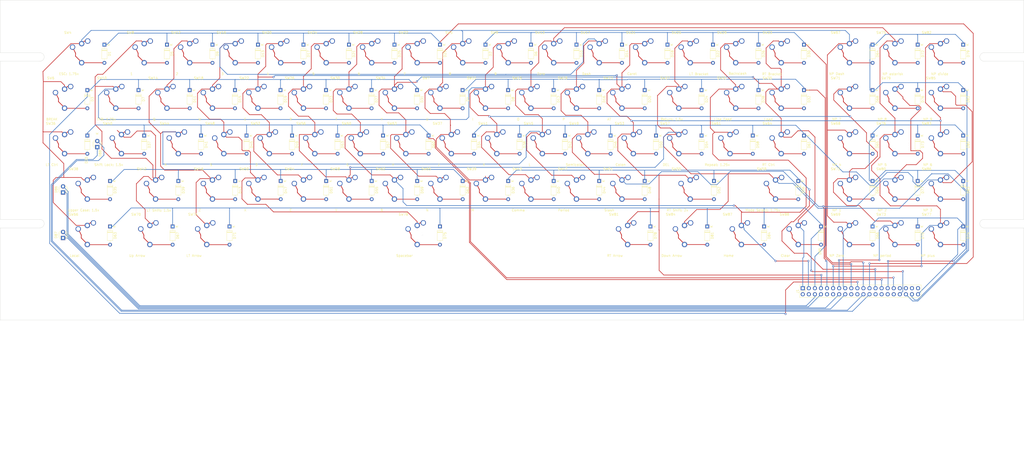
<source format=kicad_pcb>
(kicad_pcb (version 20171130) (host pcbnew "(5.1.5-0-10_14)")
  (title_block (title "Unified Retro Keyboard") (date 2019-08-25) (rev 1.3) (company OSIWeb.org) (comment 1 "Key matrix w/ LED"))
  (layers (0 F.Cu signal) (31 B.Cu signal) (34 B.Paste user) (35 F.Paste user) (36 B.SilkS user) (37 F.SilkS user) (38 B.Mask user) (39 F.Mask user) (44 Edge.Cuts user))
  (net 0 "")
  (net 1 /Row3)
  (net 2 /Row0)
  (net 3 /Row1)
  (net 4 "Net-(D5-Pad2)")
  (net 5 "Net-(D7-Pad2)")
  (net 6 "Net-(D8-Pad2)")
  (net 7 "Net-(D9-Pad2)")
  (net 8 "Net-(D10-Pad2)")
  (net 9 "Net-(D11-Pad2)")
  (net 10 "Net-(D12-Pad2)")
  (net 11 "Net-(D13-Pad2)")
  (net 12 "Net-(D14-Pad2)")
  (net 13 "Net-(D15-Pad2)")
  (net 14 "Net-(D16-Pad2)")
  (net 15 "Net-(D18-Pad2)")
  (net 16 "Net-(D19-Pad2)")
  (net 17 "Net-(D20-Pad2)")
  (net 18 "Net-(D22-Pad2)")
  (net 19 "Net-(D23-Pad2)")
  (net 20 "Net-(D24-Pad2)")
  (net 21 "Net-(D25-Pad2)")
  (net 22 "Net-(D26-Pad2)")
  (net 23 "Net-(D27-Pad2)")
  (net 24 "Net-(D28-Pad2)")
  (net 25 "Net-(D29-Pad2)")
  (net 26 "Net-(D30-Pad2)")
  (net 27 "Net-(D31-Pad2)")
  (net 28 "Net-(D32-Pad2)")
  (net 29 "Net-(D34-Pad2)")
  (net 30 "Net-(D36-Pad2)")
  (net 31 /Row4)
  (net 32 /Row5)
  (net 33 /Row7)
  (net 34 "Net-(D41-Pad2)")
  (net 35 "Net-(D42-Pad2)")
  (net 36 "Net-(D43-Pad2)")
  (net 37 "Net-(D45-Pad2)")
  (net 38 "Net-(D46-Pad2)")
  (net 39 "Net-(D47-Pad2)")
  (net 40 "Net-(D48-Pad2)")
  (net 41 "Net-(D49-Pad2)")
  (net 42 "Net-(D50-Pad2)")
  (net 43 "Net-(D51-Pad2)")
  (net 44 "Net-(D52-Pad2)")
  (net 45 "Net-(D53-Pad2)")
  (net 46 "Net-(D54-Pad2)")
  (net 47 "Net-(D55-Pad2)")
  (net 48 "Net-(D56-Pad2)")
  (net 49 "Net-(D57-Pad2)")
  (net 50 "Net-(D58-Pad2)")
  (net 51 "Net-(D59-Pad2)")
  (net 52 "Net-(D60-Pad2)")
  (net 53 "Net-(D61-Pad2)")
  (net 54 /Col0)
  (net 55 /Col1)
  (net 56 /Col2)
  (net 57 /Col3)
  (net 58 /Col4)
  (net 59 /Col5)
  (net 60 /Col6)
  (net 61 /Col7)
  (net 62 /Row6)
  (net 63 /Row2)
  (net 64 "Net-(D2-Pad2)")
  (net 65 "Net-(D3-Pad2)")
  (net 66 "Net-(D4-Pad2)")
  (net 67 "Net-(D6-Pad2)")
  (net 68 "Net-(D17-Pad2)")
  (net 69 "Net-(D21-Pad2)")
  (net 70 "Net-(D37-Pad2)")
  (net 71 "Net-(D38-Pad2)")
  (net 72 "Net-(D39-Pad2)")
  (net 73 "Net-(D40-Pad2)")
  (net 74 "Net-(D44-Pad2)")
  (net 75 "Net-(J1-Pad10)")
  (net 76 "Net-(J1-Pad12)")
  (net 77 "Net-(J1-Pad18)")
  (net 78 "Net-(J1-Pad20)")
  (net 79 "Net-(J1-Pad26)")
  (net 80 "Net-(J1-Pad28)")
  (net 81 "Net-(J1-Pad30)")
  (net 82 "Net-(J1-Pad32)")
  (net 83 "Net-(J1-Pad2)")
  (net 84 "Net-(J1-Pad4)")
  (net 85 "Net-(D1-Pad2)")
  (net 86 "Net-(D33-Pad2)")
  (net 87 "Net-(D35-Pad2)")
  (net 88 "Net-(D62-Pad2)")
  (net 89 "Net-(D63-Pad2)")
  (net 90 "Net-(D64-Pad2)")
  (net 91 "Net-(D65-Pad2)")
  (net 92 "Net-(D66-Pad2)")
  (net 93 "Net-(D67-Pad2)")
  (net 94 "Net-(D68-Pad2)")
  (net 95 "Net-(D69-Pad2)")
  (net 96 "Net-(D70-Pad2)")
  (net 97 "Net-(D71-Pad2)")
  (net 98 "Net-(D72-Pad2)")
  (net 99 "Net-(D73-Pad2)")
  (net 100 "Net-(D74-Pad2)")
  (net 101 "Net-(D75-Pad2)")
  (net 102 "Net-(D76-Pad2)")
  (net 103 "Net-(D77-Pad2)")
  (net 104 "Net-(D78-Pad2)")
  (net 105 "Net-(D79-Pad2)")
  (net 106 "Net-(D80-Pad2)")
  (net 107 "Net-(D81-Pad2)")
  (net 108 "Net-(D82-Pad2)")
  (net 109 "Net-(D83-Pad2)")
  (net 110 "Net-(D84-Pad2)")
  (net 111 "Net-(D85-Pad2)")
  (net 112 "Net-(D86-Pad2)")
  (net 113 "Net-(D86-Pad1)")
  (net 114 "Net-(D87-Pad2)")
  (net 115 "Net-(D87-Pad1)")
  (net 116 "Net-(D88-Pad2)")
  (net 117 "Net-(D88-Pad1)")
  (net 118 /Row11)
  (net 119 /Row12)
  (net 120 /Row10)
  (net 121 /Row13)
  (net 122 /Row9)
  (net 123 /Row14)
  (net 124 /Row8)
  (net 125 /Row15)
  (module unikbd:kbd_header_and_mounting_holes (layer F.Cu) (at 358.5464 190.881 90)
    (fp_text reference J1 (at 1.27 -2.33 90) (layer F.SilkS))
    (fp_text value Controller)
    (pad "" np_thru_hole circle (at 91.4924 47.9312 90) (size 3.175 3.175) (drill 3.175) (layers *.Cu *.Mask))
    (pad "" np_thru_hole circle (at 91.4924 -0.3288 90) (size 3.175 3.175) (drill 3.175) (layers *.Cu *.Mask))
    (pad "" np_thru_hole circle (at -2.4876 -11.3524 90) (size 3.175 3.175) (drill 3.175) (layers *.Cu *.Mask))
    (pad "" np_thru_hole circle (at -2.4876 57.1006 90) (size 3.175 3.175) (drill 3.175) (layers *.Cu *.Mask))
    (pad 40 thru_hole oval (at 0.0254 48.0822 90) (size 1.7 1.7) (drill 1) (layers *.Cu *.Mask) (net 118 /Row11))
    (pad 39 thru_hole oval (at 2.5654 48.0822 90) (size 1.7 1.7) (drill 1) (layers *.Cu *.Mask) (net 119 /Row12))
    (pad 38 thru_hole oval (at 0.0254 45.5422 90) (size 1.7 1.7) (drill 1) (layers *.Cu *.Mask) (net 120 /Row10))
    (pad 37 thru_hole oval (at 2.5654 45.5422 90) (size 1.7 1.7) (drill 1) (layers *.Cu *.Mask) (net 121 /Row13))
    (pad 36 thru_hole oval (at 0.0254 43.0022 90) (size 1.7 1.7) (drill 1) (layers *.Cu *.Mask) (net 122 /Row9))
    (pad 35 thru_hole oval (at 2.5654 43.0022 90) (size 1.7 1.7) (drill 1) (layers *.Cu *.Mask) (net 123 /Row14))
    (pad 34 thru_hole oval (at 0.0254 40.4622 90) (size 1.7 1.7) (drill 1) (layers *.Cu *.Mask) (net 124 /Row8))
    (pad 33 thru_hole oval (at 2.5654 40.4622 90) (size 1.7 1.7) (drill 1) (layers *.Cu *.Mask) (net 125 /Row15))
    (pad 32 thru_hole oval (at 0.0254 37.9222 90) (size 1.7 1.7) (drill 1) (layers *.Cu *.Mask) (net 82 "Net-(J1-Pad32)"))
    (pad 31 thru_hole oval (at 2.5654 37.9222 90) (size 1.7 1.7) (drill 1) (layers *.Cu *.Mask) (net 2 /Row0))
    (pad 30 thru_hole oval (at 0.0254 35.3822 90) (size 1.7 1.7) (drill 1) (layers *.Cu *.Mask) (net 81 "Net-(J1-Pad30)"))
    (pad 29 thru_hole oval (at 2.5654 35.3822 90) (size 1.7 1.7) (drill 1) (layers *.Cu *.Mask) (net 3 /Row1))
    (pad 28 thru_hole oval (at 0.0254 32.8422 90) (size 1.7 1.7) (drill 1) (layers *.Cu *.Mask) (net 80 "Net-(J1-Pad28)"))
    (pad 27 thru_hole oval (at 2.5654 32.8422 90) (size 1.7 1.7) (drill 1) (layers *.Cu *.Mask) (net 63 /Row2))
    (pad 26 thru_hole oval (at 0.0254 30.3022 90) (size 1.7 1.7) (drill 1) (layers *.Cu *.Mask) (net 79 "Net-(J1-Pad26)"))
    (pad 25 thru_hole oval (at 2.5654 30.3022 90) (size 1.7 1.7) (drill 1) (layers *.Cu *.Mask) (net 1 /Row3))
    (pad 24 thru_hole oval (at 0.0254 27.7622 90) (size 1.7 1.7) (drill 1) (layers *.Cu *.Mask) (net 117 "Net-(D88-Pad1)"))
    (pad 23 thru_hole oval (at 2.5654 27.7622 90) (size 1.7 1.7) (drill 1) (layers *.Cu *.Mask) (net 31 /Row4))
    (pad 22 thru_hole oval (at 0.0254 25.2222 90) (size 1.7 1.7) (drill 1) (layers *.Cu *.Mask) (net 116 "Net-(D88-Pad2)"))
    (pad 21 thru_hole oval (at 2.5654 25.2222 90) (size 1.7 1.7) (drill 1) (layers *.Cu *.Mask) (net 32 /Row5))
    (pad 20 thru_hole oval (at 0.0254 22.6822 90) (size 1.7 1.7) (drill 1) (layers *.Cu *.Mask) (net 78 "Net-(J1-Pad20)"))
    (pad 19 thru_hole oval (at 2.5654 22.6822 90) (size 1.7 1.7) (drill 1) (layers *.Cu *.Mask) (net 62 /Row6))
    (pad 18 thru_hole oval (at 0.0254 20.1422 90) (size 1.7 1.7) (drill 1) (layers *.Cu *.Mask) (net 77 "Net-(J1-Pad18)"))
    (pad 17 thru_hole oval (at 2.5654 20.1422 90) (size 1.7 1.7) (drill 1) (layers *.Cu *.Mask) (net 33 /Row7))
    (pad 16 thru_hole oval (at 0.0254 17.6022 90) (size 1.7 1.7) (drill 1) (layers *.Cu *.Mask) (net 115 "Net-(D87-Pad1)"))
    (pad 15 thru_hole oval (at 2.5654 17.6022 90) (size 1.7 1.7) (drill 1) (layers *.Cu *.Mask) (net 54 /Col0))
    (pad 14 thru_hole oval (at 0.0254 15.0622 90) (size 1.7 1.7) (drill 1) (layers *.Cu *.Mask) (net 114 "Net-(D87-Pad2)"))
    (pad 13 thru_hole oval (at 2.5654 15.0622 90) (size 1.7 1.7) (drill 1) (layers *.Cu *.Mask) (net 55 /Col1))
    (pad 12 thru_hole oval (at 0.0254 12.5222 90) (size 1.7 1.7) (drill 1) (layers *.Cu *.Mask) (net 76 "Net-(J1-Pad12)"))
    (pad 11 thru_hole oval (at 2.5654 12.5222 90) (size 1.7 1.7) (drill 1) (layers *.Cu *.Mask) (net 56 /Col2))
    (pad 10 thru_hole oval (at 0.0254 9.9822 90) (size 1.7 1.7) (drill 1) (layers *.Cu *.Mask) (net 75 "Net-(J1-Pad10)"))
    (pad 9 thru_hole oval (at 2.5654 9.9822 90) (size 1.7 1.7) (drill 1) (layers *.Cu *.Mask) (net 57 /Col3))
    (pad 8 thru_hole oval (at 0.0254 7.4422 90) (size 1.7 1.7) (drill 1) (layers *.Cu *.Mask) (net 113 "Net-(D86-Pad1)"))
    (pad 7 thru_hole oval (at 2.5654 7.4422 90) (size 1.7 1.7) (drill 1) (layers *.Cu *.Mask) (net 58 /Col4))
    (pad 6 thru_hole oval (at 0.0254 4.9022 90) (size 1.7 1.7) (drill 1) (layers *.Cu *.Mask) (net 112 "Net-(D86-Pad2)"))
    (pad 5 thru_hole oval (at 2.5654 4.9022 90) (size 1.7 1.7) (drill 1) (layers *.Cu *.Mask) (net 59 /Col5))
    (pad 4 thru_hole oval (at 0.0254 2.3622 90) (size 1.7 1.7) (drill 1) (layers *.Cu *.Mask) (net 84 "Net-(J1-Pad4)"))
    (pad 3 thru_hole oval (at 2.5654 2.3622 90) (size 1.7 1.7) (drill 1) (layers *.Cu *.Mask) (net 60 /Col6))
    (pad 2 thru_hole oval (at 0.0254 -0.1778 90) (size 1.7 1.7) (drill 1) (layers *.Cu *.Mask) (net 83 "Net-(J1-Pad2)"))
    (pad 1 thru_hole rect (at 2.5654 -0.1778 90) (size 1.7 1.7) (drill 1) (layers *.Cu *.Mask) (net 61 /Col7))
  )
  (module LED_THT:LED_D3.0mm (layer F.Cu) (at 62.992 129.159 90)
    (fp_text reference D88 (at -2.65684 1.23952 90) (layer F.SilkS))
    (fp_text value LED)
    (pad 2 thru_hole circle (at 2.54 0 90) (size 1.8 1.8) (drill 0.9) (layers *.Cu *.Mask) (net 116 "Net-(D88-Pad2)"))
    (pad 1 thru_hole rect (at 0 0 90) (size 1.8 1.8) (drill 0.9) (layers *.Cu *.Mask) (net 117 "Net-(D88-Pad1)"))
  )
  (module LED_THT:LED_D3.0mm (layer F.Cu) (at 48.6664 167.259 90)
    (fp_text reference D87 (at 1.27 -2.96 90) (layer F.SilkS))
    (fp_text value LED)
    (pad 2 thru_hole circle (at 2.54 0 90) (size 1.8 1.8) (drill 0.9) (layers *.Cu *.Mask) (net 114 "Net-(D87-Pad2)"))
    (pad 1 thru_hole rect (at 0 0 90) (size 1.8 1.8) (drill 0.9) (layers *.Cu *.Mask) (net 115 "Net-(D87-Pad1)"))
  )
  (module LED_THT:LED_D3.0mm (layer F.Cu) (at 48.6664 148.1836 90)
    (fp_text reference D86 (at 1.27 -2.96 90) (layer F.SilkS))
    (fp_text value LED)
    (pad 2 thru_hole circle (at 2.54 0 90) (size 1.8 1.8) (drill 0.9) (layers *.Cu *.Mask) (net 112 "Net-(D86-Pad2)"))
    (pad 1 thru_hole rect (at 0 0 90) (size 1.8 1.8) (drill 0.9) (layers *.Cu *.Mask) (net 113 "Net-(D86-Pad1)"))
  )
  (module unikbd:Key_MX (layer F.Cu) (at 416.01898 108.84916)
    (fp_text reference SW85 (at -4.03098 -8.56996) (layer F.SilkS))
    (fp_text value "NP 9" (at -5.334 8.6614) (layer F.SilkS))
    (fp_line (start 1.27 -5.08) (end 0.7366 -4.6736) (layer F.Cu) (width 0.3048))
    (fp_line (start 1.651 -5.08) (end 1.27 -5.08) (layer F.Cu) (width 0.3048))
    (fp_line (start -2.54 1.27) (end 0 3.81) (layer F.Cu) (width 0.3048))
    (fp_line (start -2.54 0) (end -2.54 1.27) (layer F.Cu) (width 0.3048))
    (fp_line (start -3.81 -2.54) (end -2.54 0) (layer F.Cu) (width 0.3048))
    (pad 2 thru_hole circle (at 0 4.0005) (size 2.2352 2.2352) (drill 1.397) (layers *.Cu *.Mask) (net 108 "Net-(D82-Pad2)"))
    (pad 1 thru_hole circle (at 0 -4.0005) (size 2.2352 2.2352) (drill 1.397) (layers *.Cu *.Mask) (net 59 /Col5))
    (pad 3 thru_hole circle (at 2.54 -5.08) (size 2.2352 2.2352) (drill 1.5748) (layers *.Cu *.Mask))
    (pad "" np_thru_hole circle (at -5.08 0) (size 1.7018 1.7018) (drill 1.7018) (layers *.Cu *.Mask))
    (pad "" np_thru_hole circle (at 5.08 0) (size 1.7018 1.7018) (drill 1.7018) (layers *.Cu *.Mask))
    (pad "" np_thru_hole circle (at 0 0) (size 3.9878 3.9878) (drill 3.9878) (layers *.Cu *.Mask))
    (pad 4 thru_hole circle (at -3.81 -2.54) (size 2.2352 2.2352) (drill 1.5748) (layers *.Cu *.Mask))
  )
  (module Diode_THT:D_DO-35_SOD27_P7.62mm_Horizontal (layer F.Cu) (at 177.831326 105.283 270)
    (fp_text reference D27 (at 3.81 -2.12 90) (layer F.SilkS))
    (fp_text value 1N4148)
    (fp_text user K (at 0 -1.8 90) (layer F.SilkS))
    (pad 2 thru_hole oval (at 7.62 0 270) (size 1.6 1.6) (drill 0.8) (layers *.Cu *.Mask) (net 23 "Net-(D27-Pad2)"))
    (pad 1 thru_hole rect (at 0 0 270) (size 1.6 1.6) (drill 0.8) (layers *.Cu *.Mask) (net 62 /Row6))
  )
  (module unikbd:Key_MX (layer F.Cu) (at 168.36898 108.84916)
    (fp_text reference SW30 (at -5.7912 -8.6106) (layer F.SilkS))
    (fp_text value T (at -5.334 8.6614) (layer F.SilkS))
    (fp_line (start 1.27 -5.08) (end 0.7366 -4.6736) (layer F.Cu) (width 0.3048))
    (fp_line (start 1.651 -5.08) (end 1.27 -5.08) (layer F.Cu) (width 0.3048))
    (fp_line (start -2.54 1.27) (end 0 3.81) (layer F.Cu) (width 0.3048))
    (fp_line (start -2.54 0) (end -2.54 1.27) (layer F.Cu) (width 0.3048))
    (fp_line (start -3.81 -2.54) (end -2.54 0) (layer F.Cu) (width 0.3048))
    (pad 2 thru_hole circle (at 0 4.0005) (size 2.2352 2.2352) (drill 1.397) (layers *.Cu *.Mask) (net 23 "Net-(D27-Pad2)"))
    (pad 1 thru_hole circle (at 0 -4.0005) (size 2.2352 2.2352) (drill 1.397) (layers *.Cu *.Mask) (net 60 /Col6))
    (pad 3 thru_hole circle (at 2.54 -5.08) (size 2.2352 2.2352) (drill 1.5748) (layers *.Cu *.Mask))
    (pad "" np_thru_hole circle (at -5.08 0) (size 1.7018 1.7018) (drill 1.7018) (layers *.Cu *.Mask))
    (pad "" np_thru_hole circle (at 5.08 0) (size 1.7018 1.7018) (drill 1.7018) (layers *.Cu *.Mask))
    (pad "" np_thru_hole circle (at 0 0) (size 3.9878 3.9878) (drill 3.9878) (layers *.Cu *.Mask))
    (pad 4 thru_hole circle (at -3.81 -2.54) (size 2.2352 2.2352) (drill 1.5748) (layers *.Cu *.Mask))
  )
  (module unikbd:Key_MX (layer F.Cu) (at 356.48773 165.99916)
    (fp_text reference SW88 (at -5.7912 -8.6106) (layer F.SilkS))
    (fp_text value Clear (at -5.334 8.6614) (layer F.SilkS))
    (fp_line (start 1.27 -5.08) (end 0.7366 -4.6736) (layer F.Cu) (width 0.3048))
    (fp_line (start 1.651 -5.08) (end 1.27 -5.08) (layer F.Cu) (width 0.3048))
    (fp_line (start -2.54 1.27) (end 0 3.81) (layer F.Cu) (width 0.3048))
    (fp_line (start -2.54 0) (end -2.54 1.27) (layer F.Cu) (width 0.3048))
    (fp_line (start -3.81 -2.54) (end -2.54 0) (layer F.Cu) (width 0.3048))
    (pad 2 thru_hole circle (at 0 4.0005) (size 2.2352 2.2352) (drill 1.397) (layers *.Cu *.Mask) (net 111 "Net-(D85-Pad2)"))
    (pad 1 thru_hole circle (at 0 -4.0005) (size 2.2352 2.2352) (drill 1.397) (layers *.Cu *.Mask) (net 61 /Col7))
    (pad 3 thru_hole circle (at 2.54 -5.08) (size 2.2352 2.2352) (drill 1.5748) (layers *.Cu *.Mask))
    (pad "" np_thru_hole circle (at -5.08 0) (size 1.7018 1.7018) (drill 1.7018) (layers *.Cu *.Mask))
    (pad "" np_thru_hole circle (at 5.08 0) (size 1.7018 1.7018) (drill 1.7018) (layers *.Cu *.Mask))
    (pad "" np_thru_hole circle (at 0 0) (size 3.9878 3.9878) (drill 3.9878) (layers *.Cu *.Mask))
    (pad 4 thru_hole circle (at -3.81 -2.54) (size 2.2352 2.2352) (drill 1.5748) (layers *.Cu *.Mask))
  )
  (module unikbd:Key_MX (layer F.Cu) (at 332.67523 165.99916)
    (fp_text reference SW87 (at -5.7912 -8.6106) (layer F.SilkS))
    (fp_text value Home (at -5.334 8.6614) (layer F.SilkS))
    (fp_line (start 1.27 -5.08) (end 0.7366 -4.6736) (layer F.Cu) (width 0.3048))
    (fp_line (start 1.651 -5.08) (end 1.27 -5.08) (layer F.Cu) (width 0.3048))
    (fp_line (start -2.54 1.27) (end 0 3.81) (layer F.Cu) (width 0.3048))
    (fp_line (start -2.54 0) (end -2.54 1.27) (layer F.Cu) (width 0.3048))
    (fp_line (start -3.81 -2.54) (end -2.54 0) (layer F.Cu) (width 0.3048))
    (pad 2 thru_hole circle (at 0 4.0005) (size 2.2352 2.2352) (drill 1.397) (layers *.Cu *.Mask) (net 110 "Net-(D84-Pad2)"))
    (pad 1 thru_hole circle (at 0 -4.0005) (size 2.2352 2.2352) (drill 1.397) (layers *.Cu *.Mask) (net 60 /Col6))
    (pad 3 thru_hole circle (at 2.54 -5.08) (size 2.2352 2.2352) (drill 1.5748) (layers *.Cu *.Mask))
    (pad "" np_thru_hole circle (at -5.08 0) (size 1.7018 1.7018) (drill 1.7018) (layers *.Cu *.Mask))
    (pad "" np_thru_hole circle (at 5.08 0) (size 1.7018 1.7018) (drill 1.7018) (layers *.Cu *.Mask))
    (pad "" np_thru_hole circle (at 0 0) (size 3.9878 3.9878) (drill 3.9878) (layers *.Cu *.Mask))
    (pad 4 thru_hole circle (at -3.81 -2.54) (size 2.2352 2.2352) (drill 1.5748) (layers *.Cu *.Mask))
  )
  (module unikbd:Key_MX (layer F.Cu) (at 416.01898 146.94916)
    (fp_text reference SW86 (at -5.7912 -8.6106) (layer F.SilkS))
    (fp_text value "NP 3" (at -5.334 8.6614) (layer F.SilkS))
    (fp_line (start 1.27 -5.08) (end 0.7366 -4.6736) (layer F.Cu) (width 0.3048))
    (fp_line (start 1.651 -5.08) (end 1.27 -5.08) (layer F.Cu) (width 0.3048))
    (fp_line (start -2.54 1.27) (end 0 3.81) (layer F.Cu) (width 0.3048))
    (fp_line (start -2.54 0) (end -2.54 1.27) (layer F.Cu) (width 0.3048))
    (fp_line (start -3.81 -2.54) (end -2.54 0) (layer F.Cu) (width 0.3048))
    (pad 2 thru_hole circle (at 0 4.0005) (size 2.2352 2.2352) (drill 1.397) (layers *.Cu *.Mask) (net 109 "Net-(D83-Pad2)"))
    (pad 1 thru_hole circle (at 0 -4.0005) (size 2.2352 2.2352) (drill 1.397) (layers *.Cu *.Mask) (net 59 /Col5))
    (pad 3 thru_hole circle (at 2.54 -5.08) (size 2.2352 2.2352) (drill 1.5748) (layers *.Cu *.Mask))
    (pad "" np_thru_hole circle (at -5.08 0) (size 1.7018 1.7018) (drill 1.7018) (layers *.Cu *.Mask))
    (pad "" np_thru_hole circle (at 5.08 0) (size 1.7018 1.7018) (drill 1.7018) (layers *.Cu *.Mask))
    (pad "" np_thru_hole circle (at 0 0) (size 3.9878 3.9878) (drill 3.9878) (layers *.Cu *.Mask))
    (pad 4 thru_hole circle (at -3.81 -2.54) (size 2.2352 2.2352) (drill 1.5748) (layers *.Cu *.Mask))
  )
  (module unikbd:Key_MX (layer F.Cu) (at 308.86273 165.99916)
    (fp_text reference SW84 (at -5.7912 -8.6106) (layer F.SilkS))
    (fp_text value "Down Arrow" (at -5.334 8.6614) (layer F.SilkS))
    (fp_line (start 1.27 -5.08) (end 0.7366 -4.6736) (layer F.Cu) (width 0.3048))
    (fp_line (start 1.651 -5.08) (end 1.27 -5.08) (layer F.Cu) (width 0.3048))
    (fp_line (start -2.54 1.27) (end 0 3.81) (layer F.Cu) (width 0.3048))
    (fp_line (start -2.54 0) (end -2.54 1.27) (layer F.Cu) (width 0.3048))
    (fp_line (start -3.81 -2.54) (end -2.54 0) (layer F.Cu) (width 0.3048))
    (pad 2 thru_hole circle (at 0 4.0005) (size 2.2352 2.2352) (drill 1.397) (layers *.Cu *.Mask) (net 107 "Net-(D81-Pad2)"))
    (pad 1 thru_hole circle (at 0 -4.0005) (size 2.2352 2.2352) (drill 1.397) (layers *.Cu *.Mask) (net 59 /Col5))
    (pad 3 thru_hole circle (at 2.54 -5.08) (size 2.2352 2.2352) (drill 1.5748) (layers *.Cu *.Mask))
    (pad "" np_thru_hole circle (at -5.08 0) (size 1.7018 1.7018) (drill 1.7018) (layers *.Cu *.Mask))
    (pad "" np_thru_hole circle (at 5.08 0) (size 1.7018 1.7018) (drill 1.7018) (layers *.Cu *.Mask))
    (pad "" np_thru_hole circle (at 0 0) (size 3.9878 3.9878) (drill 3.9878) (layers *.Cu *.Mask))
    (pad 4 thru_hole circle (at -3.81 -2.54) (size 2.2352 2.2352) (drill 1.5748) (layers *.Cu *.Mask))
  )
  (module unikbd:Key_MX (layer F.Cu) (at 416.01898 127.89916)
    (fp_text reference SW83 (at -5.7912 -8.6106) (layer F.SilkS))
    (fp_text value "NP 6" (at -5.334 8.6614) (layer F.SilkS))
    (fp_line (start 1.27 -5.08) (end 0.7366 -4.6736) (layer F.Cu) (width 0.3048))
    (fp_line (start 1.651 -5.08) (end 1.27 -5.08) (layer F.Cu) (width 0.3048))
    (fp_line (start -2.54 1.27) (end 0 3.81) (layer F.Cu) (width 0.3048))
    (fp_line (start -2.54 0) (end -2.54 1.27) (layer F.Cu) (width 0.3048))
    (fp_line (start -3.81 -2.54) (end -2.54 0) (layer F.Cu) (width 0.3048))
    (pad 2 thru_hole circle (at 0 4.0005) (size 2.2352 2.2352) (drill 1.397) (layers *.Cu *.Mask) (net 106 "Net-(D80-Pad2)"))
    (pad 1 thru_hole circle (at 0 -4.0005) (size 2.2352 2.2352) (drill 1.397) (layers *.Cu *.Mask) (net 58 /Col4))
    (pad 3 thru_hole circle (at 2.54 -5.08) (size 2.2352 2.2352) (drill 1.5748) (layers *.Cu *.Mask))
    (pad "" np_thru_hole circle (at -5.08 0) (size 1.7018 1.7018) (drill 1.7018) (layers *.Cu *.Mask))
    (pad "" np_thru_hole circle (at 5.08 0) (size 1.7018 1.7018) (drill 1.7018) (layers *.Cu *.Mask))
    (pad "" np_thru_hole circle (at 0 0) (size 3.9878 3.9878) (drill 3.9878) (layers *.Cu *.Mask))
    (pad 4 thru_hole circle (at -3.81 -2.54) (size 2.2352 2.2352) (drill 1.5748) (layers *.Cu *.Mask))
  )
  (module unikbd:Key_MX (layer F.Cu) (at 416.01898 89.79916)
    (fp_text reference SW82 (at -5.7912 -8.6106) (layer F.SilkS))
    (fp_text value "NP divide" (at -0.29718 8.72744) (layer F.SilkS))
    (fp_line (start 1.27 -5.08) (end 0.7366 -4.6736) (layer F.Cu) (width 0.3048))
    (fp_line (start 1.651 -5.08) (end 1.27 -5.08) (layer F.Cu) (width 0.3048))
    (fp_line (start -2.54 1.27) (end 0 3.81) (layer F.Cu) (width 0.3048))
    (fp_line (start -2.54 0) (end -2.54 1.27) (layer F.Cu) (width 0.3048))
    (fp_line (start -3.81 -2.54) (end -2.54 0) (layer F.Cu) (width 0.3048))
    (pad 2 thru_hole circle (at 0 4.0005) (size 2.2352 2.2352) (drill 1.397) (layers *.Cu *.Mask) (net 105 "Net-(D79-Pad2)"))
    (pad 1 thru_hole circle (at 0 -4.0005) (size 2.2352 2.2352) (drill 1.397) (layers *.Cu *.Mask) (net 58 /Col4))
    (pad 3 thru_hole circle (at 2.54 -5.08) (size 2.2352 2.2352) (drill 1.5748) (layers *.Cu *.Mask))
    (pad "" np_thru_hole circle (at -5.08 0) (size 1.7018 1.7018) (drill 1.7018) (layers *.Cu *.Mask))
    (pad "" np_thru_hole circle (at 5.08 0) (size 1.7018 1.7018) (drill 1.7018) (layers *.Cu *.Mask))
    (pad "" np_thru_hole circle (at 0 0) (size 3.9878 3.9878) (drill 3.9878) (layers *.Cu *.Mask))
    (pad 4 thru_hole circle (at -3.81 -2.54) (size 2.2352 2.2352) (drill 1.5748) (layers *.Cu *.Mask))
  )
  (module unikbd:Key_MX (layer F.Cu) (at 285.05023 165.99916)
    (fp_text reference SW81 (at -5.7912 -8.6106) (layer F.SilkS))
    (fp_text value "RT Arrow" (at -5.334 8.6614) (layer F.SilkS))
    (fp_line (start 1.27 -5.08) (end 0.7366 -4.6736) (layer F.Cu) (width 0.3048))
    (fp_line (start 1.651 -5.08) (end 1.27 -5.08) (layer F.Cu) (width 0.3048))
    (fp_line (start -2.54 1.27) (end 0 3.81) (layer F.Cu) (width 0.3048))
    (fp_line (start -2.54 0) (end -2.54 1.27) (layer F.Cu) (width 0.3048))
    (fp_line (start -3.81 -2.54) (end -2.54 0) (layer F.Cu) (width 0.3048))
    (pad 2 thru_hole circle (at 0 4.0005) (size 2.2352 2.2352) (drill 1.397) (layers *.Cu *.Mask) (net 104 "Net-(D78-Pad2)"))
    (pad 1 thru_hole circle (at 0 -4.0005) (size 2.2352 2.2352) (drill 1.397) (layers *.Cu *.Mask) (net 58 /Col4))
    (pad 3 thru_hole circle (at 2.54 -5.08) (size 2.2352 2.2352) (drill 1.5748) (layers *.Cu *.Mask))
    (pad "" np_thru_hole circle (at -5.08 0) (size 1.7018 1.7018) (drill 1.7018) (layers *.Cu *.Mask))
    (pad "" np_thru_hole circle (at 5.08 0) (size 1.7018 1.7018) (drill 1.7018) (layers *.Cu *.Mask))
    (pad "" np_thru_hole circle (at 0 0) (size 3.9878 3.9878) (drill 3.9878) (layers *.Cu *.Mask))
    (pad 4 thru_hole circle (at -3.81 -2.54) (size 2.2352 2.2352) (drill 1.5748) (layers *.Cu *.Mask))
  )
  (module unikbd:Key_MX (layer F.Cu) (at 396.96898 146.94916)
    (fp_text reference SW80 (at -5.7912 -8.6106) (layer F.SilkS))
    (fp_text value "NP 2" (at -5.334 8.6614) (layer F.SilkS))
    (fp_line (start 1.27 -5.08) (end 0.7366 -4.6736) (layer F.Cu) (width 0.3048))
    (fp_line (start 1.651 -5.08) (end 1.27 -5.08) (layer F.Cu) (width 0.3048))
    (fp_line (start -2.54 1.27) (end 0 3.81) (layer F.Cu) (width 0.3048))
    (fp_line (start -2.54 0) (end -2.54 1.27) (layer F.Cu) (width 0.3048))
    (fp_line (start -3.81 -2.54) (end -2.54 0) (layer F.Cu) (width 0.3048))
    (pad 2 thru_hole circle (at 0 4.0005) (size 2.2352 2.2352) (drill 1.397) (layers *.Cu *.Mask) (net 103 "Net-(D77-Pad2)"))
    (pad 1 thru_hole circle (at 0 -4.0005) (size 2.2352 2.2352) (drill 1.397) (layers *.Cu *.Mask) (net 57 /Col3))
    (pad 3 thru_hole circle (at 2.54 -5.08) (size 2.2352 2.2352) (drill 1.5748) (layers *.Cu *.Mask))
    (pad "" np_thru_hole circle (at -5.08 0) (size 1.7018 1.7018) (drill 1.7018) (layers *.Cu *.Mask))
    (pad "" np_thru_hole circle (at 5.08 0) (size 1.7018 1.7018) (drill 1.7018) (layers *.Cu *.Mask))
    (pad "" np_thru_hole circle (at 0 0) (size 3.9878 3.9878) (drill 3.9878) (layers *.Cu *.Mask))
    (pad 4 thru_hole circle (at -3.81 -2.54) (size 2.2352 2.2352) (drill 1.5748) (layers *.Cu *.Mask))
  )
  (module unikbd:Key_MX (layer F.Cu) (at 396.96898 108.84916)
    (fp_text reference SW79 (at -3.75158 -8.56996) (layer F.SilkS))
    (fp_text value "NP 8" (at -5.334 8.6614) (layer F.SilkS))
    (fp_line (start 1.27 -5.08) (end 0.7366 -4.6736) (layer F.Cu) (width 0.3048))
    (fp_line (start 1.651 -5.08) (end 1.27 -5.08) (layer F.Cu) (width 0.3048))
    (fp_line (start -2.54 1.27) (end 0 3.81) (layer F.Cu) (width 0.3048))
    (fp_line (start -2.54 0) (end -2.54 1.27) (layer F.Cu) (width 0.3048))
    (fp_line (start -3.81 -2.54) (end -2.54 0) (layer F.Cu) (width 0.3048))
    (pad 2 thru_hole circle (at 0 4.0005) (size 2.2352 2.2352) (drill 1.397) (layers *.Cu *.Mask) (net 102 "Net-(D76-Pad2)"))
    (pad 1 thru_hole circle (at 0 -4.0005) (size 2.2352 2.2352) (drill 1.397) (layers *.Cu *.Mask) (net 57 /Col3))
    (pad 3 thru_hole circle (at 2.54 -5.08) (size 2.2352 2.2352) (drill 1.5748) (layers *.Cu *.Mask))
    (pad "" np_thru_hole circle (at -5.08 0) (size 1.7018 1.7018) (drill 1.7018) (layers *.Cu *.Mask))
    (pad "" np_thru_hole circle (at 5.08 0) (size 1.7018 1.7018) (drill 1.7018) (layers *.Cu *.Mask))
    (pad "" np_thru_hole circle (at 0 0) (size 3.9878 3.9878) (drill 3.9878) (layers *.Cu *.Mask))
    (pad 4 thru_hole circle (at -3.81 -2.54) (size 2.2352 2.2352) (drill 1.5748) (layers *.Cu *.Mask))
  )
  (module unikbd:Key_MX (layer F.Cu) (at 196.94398 165.99916)
    (fp_text reference SW78 (at -5.7912 -8.6106) (layer F.SilkS))
    (fp_text value Spacebar (at -5.334 8.6614) (layer F.SilkS))
    (fp_line (start 1.27 -5.08) (end 0.7366 -4.6736) (layer F.Cu) (width 0.3048))
    (fp_line (start 1.651 -5.08) (end 1.27 -5.08) (layer F.Cu) (width 0.3048))
    (fp_line (start -2.54 1.27) (end 0 3.81) (layer F.Cu) (width 0.3048))
    (fp_line (start -2.54 0) (end -2.54 1.27) (layer F.Cu) (width 0.3048))
    (fp_line (start -3.81 -2.54) (end -2.54 0) (layer F.Cu) (width 0.3048))
    (pad 2 thru_hole circle (at 0 4.0005) (size 2.2352 2.2352) (drill 1.397) (layers *.Cu *.Mask) (net 101 "Net-(D75-Pad2)"))
    (pad 1 thru_hole circle (at 0 -4.0005) (size 2.2352 2.2352) (drill 1.397) (layers *.Cu *.Mask) (net 57 /Col3))
    (pad 3 thru_hole circle (at 2.54 -5.08) (size 2.2352 2.2352) (drill 1.5748) (layers *.Cu *.Mask))
    (pad "" np_thru_hole circle (at -5.08 0) (size 1.7018 1.7018) (drill 1.7018) (layers *.Cu *.Mask))
    (pad "" np_thru_hole circle (at 5.08 0) (size 1.7018 1.7018) (drill 1.7018) (layers *.Cu *.Mask))
    (pad "" np_thru_hole circle (at 0 0) (size 3.9878 3.9878) (drill 3.9878) (layers *.Cu *.Mask))
    (pad 4 thru_hole circle (at -3.81 -2.54) (size 2.2352 2.2352) (drill 1.5748) (layers *.Cu *.Mask))
  )
  (module unikbd:Key_MX (layer F.Cu) (at 416.01898 165.99916)
    (fp_text reference SW77 (at -5.7912 -8.6106) (layer F.SilkS))
    (fp_text value "NP plus" (at -5.334 8.6614) (layer F.SilkS))
    (fp_line (start 1.27 -5.08) (end 0.7366 -4.6736) (layer F.Cu) (width 0.3048))
    (fp_line (start 1.651 -5.08) (end 1.27 -5.08) (layer F.Cu) (width 0.3048))
    (fp_line (start -2.54 1.27) (end 0 3.81) (layer F.Cu) (width 0.3048))
    (fp_line (start -2.54 0) (end -2.54 1.27) (layer F.Cu) (width 0.3048))
    (fp_line (start -3.81 -2.54) (end -2.54 0) (layer F.Cu) (width 0.3048))
    (pad 2 thru_hole circle (at 0 4.0005) (size 2.2352 2.2352) (drill 1.397) (layers *.Cu *.Mask) (net 100 "Net-(D74-Pad2)"))
    (pad 1 thru_hole circle (at 0 -4.0005) (size 2.2352 2.2352) (drill 1.397) (layers *.Cu *.Mask) (net 56 /Col2))
    (pad 3 thru_hole circle (at 2.54 -5.08) (size 2.2352 2.2352) (drill 1.5748) (layers *.Cu *.Mask))
    (pad "" np_thru_hole circle (at -5.08 0) (size 1.7018 1.7018) (drill 1.7018) (layers *.Cu *.Mask))
    (pad "" np_thru_hole circle (at 5.08 0) (size 1.7018 1.7018) (drill 1.7018) (layers *.Cu *.Mask))
    (pad "" np_thru_hole circle (at 0 0) (size 3.9878 3.9878) (drill 3.9878) (layers *.Cu *.Mask))
    (pad 4 thru_hole circle (at -3.81 -2.54) (size 2.2352 2.2352) (drill 1.5748) (layers *.Cu *.Mask))
  )
  (module unikbd:Key_MX (layer F.Cu) (at 396.96898 127.89916)
    (fp_text reference SW76 (at -5.7912 -8.6106) (layer F.SilkS))
    (fp_text value "NP 5" (at -5.334 8.6614) (layer F.SilkS))
    (fp_line (start 1.27 -5.08) (end 0.7366 -4.6736) (layer F.Cu) (width 0.3048))
    (fp_line (start 1.651 -5.08) (end 1.27 -5.08) (layer F.Cu) (width 0.3048))
    (fp_line (start -2.54 1.27) (end 0 3.81) (layer F.Cu) (width 0.3048))
    (fp_line (start -2.54 0) (end -2.54 1.27) (layer F.Cu) (width 0.3048))
    (fp_line (start -3.81 -2.54) (end -2.54 0) (layer F.Cu) (width 0.3048))
    (pad 2 thru_hole circle (at 0 4.0005) (size 2.2352 2.2352) (drill 1.397) (layers *.Cu *.Mask) (net 99 "Net-(D73-Pad2)"))
    (pad 1 thru_hole circle (at 0 -4.0005) (size 2.2352 2.2352) (drill 1.397) (layers *.Cu *.Mask) (net 56 /Col2))
    (pad 3 thru_hole circle (at 2.54 -5.08) (size 2.2352 2.2352) (drill 1.5748) (layers *.Cu *.Mask))
    (pad "" np_thru_hole circle (at -5.08 0) (size 1.7018 1.7018) (drill 1.7018) (layers *.Cu *.Mask))
    (pad "" np_thru_hole circle (at 5.08 0) (size 1.7018 1.7018) (drill 1.7018) (layers *.Cu *.Mask))
    (pad "" np_thru_hole circle (at 0 0) (size 3.9878 3.9878) (drill 3.9878) (layers *.Cu *.Mask))
    (pad 4 thru_hole circle (at -3.81 -2.54) (size 2.2352 2.2352) (drill 1.5748) (layers *.Cu *.Mask))
  )
  (module unikbd:Key_MX (layer F.Cu) (at 396.96898 89.79916)
    (fp_text reference SW75 (at -5.7912 -8.6106) (layer F.SilkS))
    (fp_text value "NP asterisk" (at -0.88138 8.72744) (layer F.SilkS))
    (fp_line (start 1.27 -5.08) (end 0.7366 -4.6736) (layer F.Cu) (width 0.3048))
    (fp_line (start 1.651 -5.08) (end 1.27 -5.08) (layer F.Cu) (width 0.3048))
    (fp_line (start -2.54 1.27) (end 0 3.81) (layer F.Cu) (width 0.3048))
    (fp_line (start -2.54 0) (end -2.54 1.27) (layer F.Cu) (width 0.3048))
    (fp_line (start -3.81 -2.54) (end -2.54 0) (layer F.Cu) (width 0.3048))
    (pad 2 thru_hole circle (at 0 4.0005) (size 2.2352 2.2352) (drill 1.397) (layers *.Cu *.Mask) (net 98 "Net-(D72-Pad2)"))
    (pad 1 thru_hole circle (at 0 -4.0005) (size 2.2352 2.2352) (drill 1.397) (layers *.Cu *.Mask) (net 56 /Col2))
    (pad 3 thru_hole circle (at 2.54 -5.08) (size 2.2352 2.2352) (drill 1.5748) (layers *.Cu *.Mask))
    (pad "" np_thru_hole circle (at -5.08 0) (size 1.7018 1.7018) (drill 1.7018) (layers *.Cu *.Mask))
    (pad "" np_thru_hole circle (at 5.08 0) (size 1.7018 1.7018) (drill 1.7018) (layers *.Cu *.Mask))
    (pad "" np_thru_hole circle (at 0 0) (size 3.9878 3.9878) (drill 3.9878) (layers *.Cu *.Mask))
    (pad 4 thru_hole circle (at -3.81 -2.54) (size 2.2352 2.2352) (drill 1.5748) (layers *.Cu *.Mask))
  )
  (module unikbd:Key_MX (layer F.Cu) (at 108.83773 165.99916)
    (fp_text reference SW74 (at -5.7912 -8.6106) (layer F.SilkS))
    (fp_text value "LT Arrow" (at -5.334 8.6614) (layer F.SilkS))
    (fp_line (start 1.27 -5.08) (end 0.7366 -4.6736) (layer F.Cu) (width 0.3048))
    (fp_line (start 1.651 -5.08) (end 1.27 -5.08) (layer F.Cu) (width 0.3048))
    (fp_line (start -2.54 1.27) (end 0 3.81) (layer F.Cu) (width 0.3048))
    (fp_line (start -2.54 0) (end -2.54 1.27) (layer F.Cu) (width 0.3048))
    (fp_line (start -3.81 -2.54) (end -2.54 0) (layer F.Cu) (width 0.3048))
    (pad 2 thru_hole circle (at 0 4.0005) (size 2.2352 2.2352) (drill 1.397) (layers *.Cu *.Mask) (net 97 "Net-(D71-Pad2)"))
    (pad 1 thru_hole circle (at 0 -4.0005) (size 2.2352 2.2352) (drill 1.397) (layers *.Cu *.Mask) (net 56 /Col2))
    (pad 3 thru_hole circle (at 2.54 -5.08) (size 2.2352 2.2352) (drill 1.5748) (layers *.Cu *.Mask))
    (pad "" np_thru_hole circle (at -5.08 0) (size 1.7018 1.7018) (drill 1.7018) (layers *.Cu *.Mask))
    (pad "" np_thru_hole circle (at 5.08 0) (size 1.7018 1.7018) (drill 1.7018) (layers *.Cu *.Mask))
    (pad "" np_thru_hole circle (at 0 0) (size 3.9878 3.9878) (drill 3.9878) (layers *.Cu *.Mask))
    (pad 4 thru_hole circle (at -3.81 -2.54) (size 2.2352 2.2352) (drill 1.5748) (layers *.Cu *.Mask))
  )
  (module unikbd:Key_MX (layer F.Cu) (at 396.96898 165.99916)
    (fp_text reference SW73 (at -5.7912 -8.6106) (layer F.SilkS))
    (fp_text value "NP period" (at -5.334 8.6614) (layer F.SilkS))
    (fp_line (start 1.27 -5.08) (end 0.7366 -4.6736) (layer F.Cu) (width 0.3048))
    (fp_line (start 1.651 -5.08) (end 1.27 -5.08) (layer F.Cu) (width 0.3048))
    (fp_line (start -2.54 1.27) (end 0 3.81) (layer F.Cu) (width 0.3048))
    (fp_line (start -2.54 0) (end -2.54 1.27) (layer F.Cu) (width 0.3048))
    (fp_line (start -3.81 -2.54) (end -2.54 0) (layer F.Cu) (width 0.3048))
    (pad 2 thru_hole circle (at 0 4.0005) (size 2.2352 2.2352) (drill 1.397) (layers *.Cu *.Mask) (net 96 "Net-(D70-Pad2)"))
    (pad 1 thru_hole circle (at 0 -4.0005) (size 2.2352 2.2352) (drill 1.397) (layers *.Cu *.Mask) (net 55 /Col1))
    (pad 3 thru_hole circle (at 2.54 -5.08) (size 2.2352 2.2352) (drill 1.5748) (layers *.Cu *.Mask))
    (pad "" np_thru_hole circle (at -5.08 0) (size 1.7018 1.7018) (drill 1.7018) (layers *.Cu *.Mask))
    (pad "" np_thru_hole circle (at 5.08 0) (size 1.7018 1.7018) (drill 1.7018) (layers *.Cu *.Mask))
    (pad "" np_thru_hole circle (at 0 0) (size 3.9878 3.9878) (drill 3.9878) (layers *.Cu *.Mask))
    (pad 4 thru_hole circle (at -3.81 -2.54) (size 2.2352 2.2352) (drill 1.5748) (layers *.Cu *.Mask))
  )
  (module unikbd:Key_MX (layer F.Cu) (at 377.91898 146.94916)
    (fp_text reference SW72 (at -5.7912 -8.6106) (layer F.SilkS))
    (fp_text value "NP 1" (at -5.334 8.6614) (layer F.SilkS))
    (fp_line (start 1.27 -5.08) (end 0.7366 -4.6736) (layer F.Cu) (width 0.3048))
    (fp_line (start 1.651 -5.08) (end 1.27 -5.08) (layer F.Cu) (width 0.3048))
    (fp_line (start -2.54 1.27) (end 0 3.81) (layer F.Cu) (width 0.3048))
    (fp_line (start -2.54 0) (end -2.54 1.27) (layer F.Cu) (width 0.3048))
    (fp_line (start -3.81 -2.54) (end -2.54 0) (layer F.Cu) (width 0.3048))
    (pad 2 thru_hole circle (at 0 4.0005) (size 2.2352 2.2352) (drill 1.397) (layers *.Cu *.Mask) (net 95 "Net-(D69-Pad2)"))
    (pad 1 thru_hole circle (at 0 -4.0005) (size 2.2352 2.2352) (drill 1.397) (layers *.Cu *.Mask) (net 55 /Col1))
    (pad 3 thru_hole circle (at 2.54 -5.08) (size 2.2352 2.2352) (drill 1.5748) (layers *.Cu *.Mask))
    (pad "" np_thru_hole circle (at -5.08 0) (size 1.7018 1.7018) (drill 1.7018) (layers *.Cu *.Mask))
    (pad "" np_thru_hole circle (at 5.08 0) (size 1.7018 1.7018) (drill 1.7018) (layers *.Cu *.Mask))
    (pad "" np_thru_hole circle (at 0 0) (size 3.9878 3.9878) (drill 3.9878) (layers *.Cu *.Mask))
    (pad 4 thru_hole circle (at -3.81 -2.54) (size 2.2352 2.2352) (drill 1.5748) (layers *.Cu *.Mask))
  )
  (module unikbd:Key_MX (layer F.Cu) (at 377.91898 108.84916)
    (fp_text reference SW71 (at -5.7912 -8.6106) (layer F.SilkS))
    (fp_text value "NP 7" (at -5.334 8.6614) (layer F.SilkS))
    (fp_line (start 1.27 -5.08) (end 0.7366 -4.6736) (layer F.Cu) (width 0.3048))
    (fp_line (start 1.651 -5.08) (end 1.27 -5.08) (layer F.Cu) (width 0.3048))
    (fp_line (start -2.54 1.27) (end 0 3.81) (layer F.Cu) (width 0.3048))
    (fp_line (start -2.54 0) (end -2.54 1.27) (layer F.Cu) (width 0.3048))
    (fp_line (start -3.81 -2.54) (end -2.54 0) (layer F.Cu) (width 0.3048))
    (pad 2 thru_hole circle (at 0 4.0005) (size 2.2352 2.2352) (drill 1.397) (layers *.Cu *.Mask) (net 94 "Net-(D68-Pad2)"))
    (pad 1 thru_hole circle (at 0 -4.0005) (size 2.2352 2.2352) (drill 1.397) (layers *.Cu *.Mask) (net 55 /Col1))
    (pad 3 thru_hole circle (at 2.54 -5.08) (size 2.2352 2.2352) (drill 1.5748) (layers *.Cu *.Mask))
    (pad "" np_thru_hole circle (at -5.08 0) (size 1.7018 1.7018) (drill 1.7018) (layers *.Cu *.Mask))
    (pad "" np_thru_hole circle (at 5.08 0) (size 1.7018 1.7018) (drill 1.7018) (layers *.Cu *.Mask))
    (pad "" np_thru_hole circle (at 0 0) (size 3.9878 3.9878) (drill 3.9878) (layers *.Cu *.Mask))
    (pad 4 thru_hole circle (at -3.81 -2.54) (size 2.2352 2.2352) (drill 1.5748) (layers *.Cu *.Mask))
  )
  (module unikbd:Key_MX (layer F.Cu) (at 85.02523 165.99916)
    (fp_text reference SW70 (at -5.7912 -8.6106) (layer F.SilkS))
    (fp_text value "Up Arrow" (at -5.334 8.6614) (layer F.SilkS))
    (fp_line (start 1.27 -5.08) (end 0.7366 -4.6736) (layer F.Cu) (width 0.3048))
    (fp_line (start 1.651 -5.08) (end 1.27 -5.08) (layer F.Cu) (width 0.3048))
    (fp_line (start -2.54 1.27) (end 0 3.81) (layer F.Cu) (width 0.3048))
    (fp_line (start -2.54 0) (end -2.54 1.27) (layer F.Cu) (width 0.3048))
    (fp_line (start -3.81 -2.54) (end -2.54 0) (layer F.Cu) (width 0.3048))
    (pad 2 thru_hole circle (at 0 4.0005) (size 2.2352 2.2352) (drill 1.397) (layers *.Cu *.Mask) (net 93 "Net-(D67-Pad2)"))
    (pad 1 thru_hole circle (at 0 -4.0005) (size 2.2352 2.2352) (drill 1.397) (layers *.Cu *.Mask) (net 55 /Col1))
    (pad 3 thru_hole circle (at 2.54 -5.08) (size 2.2352 2.2352) (drill 1.5748) (layers *.Cu *.Mask))
    (pad "" np_thru_hole circle (at -5.08 0) (size 1.7018 1.7018) (drill 1.7018) (layers *.Cu *.Mask))
    (pad "" np_thru_hole circle (at 5.08 0) (size 1.7018 1.7018) (drill 1.7018) (layers *.Cu *.Mask))
    (pad "" np_thru_hole circle (at 0 0) (size 3.9878 3.9878) (drill 3.9878) (layers *.Cu *.Mask))
    (pad 4 thru_hole circle (at -3.81 -2.54) (size 2.2352 2.2352) (drill 1.5748) (layers *.Cu *.Mask))
  )
  (module unikbd:Key_MX (layer F.Cu) (at 377.91898 165.99916)
    (fp_text reference SW69 (at -5.7912 -8.6106) (layer F.SilkS))
    (fp_text value "NP Zero" (at -5.334 8.6614) (layer F.SilkS))
    (fp_line (start 1.27 -5.08) (end 0.7366 -4.6736) (layer F.Cu) (width 0.3048))
    (fp_line (start 1.651 -5.08) (end 1.27 -5.08) (layer F.Cu) (width 0.3048))
    (fp_line (start -2.54 1.27) (end 0 3.81) (layer F.Cu) (width 0.3048))
    (fp_line (start -2.54 0) (end -2.54 1.27) (layer F.Cu) (width 0.3048))
    (fp_line (start -3.81 -2.54) (end -2.54 0) (layer F.Cu) (width 0.3048))
    (pad 2 thru_hole circle (at 0 4.0005) (size 2.2352 2.2352) (drill 1.397) (layers *.Cu *.Mask) (net 92 "Net-(D66-Pad2)"))
    (pad 1 thru_hole circle (at 0 -4.0005) (size 2.2352 2.2352) (drill 1.397) (layers *.Cu *.Mask) (net 54 /Col0))
    (pad 3 thru_hole circle (at 2.54 -5.08) (size 2.2352 2.2352) (drill 1.5748) (layers *.Cu *.Mask))
    (pad "" np_thru_hole circle (at -5.08 0) (size 1.7018 1.7018) (drill 1.7018) (layers *.Cu *.Mask))
    (pad "" np_thru_hole circle (at 5.08 0) (size 1.7018 1.7018) (drill 1.7018) (layers *.Cu *.Mask))
    (pad "" np_thru_hole circle (at 0 0) (size 3.9878 3.9878) (drill 3.9878) (layers *.Cu *.Mask))
    (pad 4 thru_hole circle (at -3.81 -2.54) (size 2.2352 2.2352) (drill 1.5748) (layers *.Cu *.Mask))
  )
  (module unikbd:Key_MX (layer F.Cu) (at 377.91898 127.89916)
    (fp_text reference SW68 (at -5.7912 -8.6106) (layer F.SilkS))
    (fp_text value "NP 4" (at -5.334 8.6614) (layer F.SilkS))
    (fp_line (start 1.27 -5.08) (end 0.7366 -4.6736) (layer F.Cu) (width 0.3048))
    (fp_line (start 1.651 -5.08) (end 1.27 -5.08) (layer F.Cu) (width 0.3048))
    (fp_line (start -2.54 1.27) (end 0 3.81) (layer F.Cu) (width 0.3048))
    (fp_line (start -2.54 0) (end -2.54 1.27) (layer F.Cu) (width 0.3048))
    (fp_line (start -3.81 -2.54) (end -2.54 0) (layer F.Cu) (width 0.3048))
    (pad 2 thru_hole circle (at 0 4.0005) (size 2.2352 2.2352) (drill 1.397) (layers *.Cu *.Mask) (net 91 "Net-(D65-Pad2)"))
    (pad 1 thru_hole circle (at 0 -4.0005) (size 2.2352 2.2352) (drill 1.397) (layers *.Cu *.Mask) (net 54 /Col0))
    (pad 3 thru_hole circle (at 2.54 -5.08) (size 2.2352 2.2352) (drill 1.5748) (layers *.Cu *.Mask))
    (pad "" np_thru_hole circle (at -5.08 0) (size 1.7018 1.7018) (drill 1.7018) (layers *.Cu *.Mask))
    (pad "" np_thru_hole circle (at 5.08 0) (size 1.7018 1.7018) (drill 1.7018) (layers *.Cu *.Mask))
    (pad "" np_thru_hole circle (at 0 0) (size 3.9878 3.9878) (drill 3.9878) (layers *.Cu *.Mask))
    (pad 4 thru_hole circle (at -3.81 -2.54) (size 2.2352 2.2352) (drill 1.5748) (layers *.Cu *.Mask))
  )
  (module unikbd:Key_MX (layer F.Cu) (at 377.91898 89.79916)
    (fp_text reference SW67 (at -5.7912 -8.6106) (layer F.SilkS))
    (fp_text value "NP Dash" (at -5.334 8.6614) (layer F.SilkS))
    (fp_line (start 1.27 -5.08) (end 0.7366 -4.6736) (layer F.Cu) (width 0.3048))
    (fp_line (start 1.651 -5.08) (end 1.27 -5.08) (layer F.Cu) (width 0.3048))
    (fp_line (start -2.54 1.27) (end 0 3.81) (layer F.Cu) (width 0.3048))
    (fp_line (start -2.54 0) (end -2.54 1.27) (layer F.Cu) (width 0.3048))
    (fp_line (start -3.81 -2.54) (end -2.54 0) (layer F.Cu) (width 0.3048))
    (pad 2 thru_hole circle (at 0 4.0005) (size 2.2352 2.2352) (drill 1.397) (layers *.Cu *.Mask) (net 90 "Net-(D64-Pad2)"))
    (pad 1 thru_hole circle (at 0 -4.0005) (size 2.2352 2.2352) (drill 1.397) (layers *.Cu *.Mask) (net 54 /Col0))
    (pad 3 thru_hole circle (at 2.54 -5.08) (size 2.2352 2.2352) (drill 1.5748) (layers *.Cu *.Mask))
    (pad "" np_thru_hole circle (at -5.08 0) (size 1.7018 1.7018) (drill 1.7018) (layers *.Cu *.Mask))
    (pad "" np_thru_hole circle (at 5.08 0) (size 1.7018 1.7018) (drill 1.7018) (layers *.Cu *.Mask))
    (pad "" np_thru_hole circle (at 0 0) (size 3.9878 3.9878) (drill 3.9878) (layers *.Cu *.Mask))
    (pad 4 thru_hole circle (at -3.81 -2.54) (size 2.2352 2.2352) (drill 1.5748) (layers *.Cu *.Mask))
  )
  (module unikbd:Key_MX (layer F.Cu) (at 58.83148 165.99916)
    (fp_text reference SW66 (at -5.7912 -8.6106) (layer F.SilkS))
    (fp_text value Local (at -5.334 8.6614) (layer F.SilkS))
    (fp_line (start 1.27 -5.08) (end 0.7366 -4.6736) (layer F.Cu) (width 0.3048))
    (fp_line (start 1.651 -5.08) (end 1.27 -5.08) (layer F.Cu) (width 0.3048))
    (fp_line (start -2.54 1.27) (end 0 3.81) (layer F.Cu) (width 0.3048))
    (fp_line (start -2.54 0) (end -2.54 1.27) (layer F.Cu) (width 0.3048))
    (fp_line (start -3.81 -2.54) (end -2.54 0) (layer F.Cu) (width 0.3048))
    (pad 2 thru_hole circle (at 0 4.0005) (size 2.2352 2.2352) (drill 1.397) (layers *.Cu *.Mask) (net 89 "Net-(D63-Pad2)"))
    (pad 1 thru_hole circle (at 0 -4.0005) (size 2.2352 2.2352) (drill 1.397) (layers *.Cu *.Mask) (net 54 /Col0))
    (pad 3 thru_hole circle (at 2.54 -5.08) (size 2.2352 2.2352) (drill 1.5748) (layers *.Cu *.Mask))
    (pad "" np_thru_hole circle (at -5.08 0) (size 1.7018 1.7018) (drill 1.7018) (layers *.Cu *.Mask))
    (pad "" np_thru_hole circle (at 5.08 0) (size 1.7018 1.7018) (drill 1.7018) (layers *.Cu *.Mask))
    (pad "" np_thru_hole circle (at 0 0) (size 3.9878 3.9878) (drill 3.9878) (layers *.Cu *.Mask))
    (pad 4 thru_hole circle (at -3.81 -2.54) (size 2.2352 2.2352) (drill 1.5748) (layers *.Cu *.Mask))
  )
  (module unikbd:Key_MX (layer F.Cu) (at 206.46898 146.94916)
    (fp_text reference SW65 (at -5.7912 -8.6106) (layer F.SilkS))
    (fp_text value N (at -5.334 8.6614) (layer F.SilkS))
    (fp_line (start 1.27 -5.08) (end 0.7366 -4.6736) (layer F.Cu) (width 0.3048))
    (fp_line (start 1.651 -5.08) (end 1.27 -5.08) (layer F.Cu) (width 0.3048))
    (fp_line (start -2.54 1.27) (end 0 3.81) (layer F.Cu) (width 0.3048))
    (fp_line (start -2.54 0) (end -2.54 1.27) (layer F.Cu) (width 0.3048))
    (fp_line (start -3.81 -2.54) (end -2.54 0) (layer F.Cu) (width 0.3048))
    (pad 2 thru_hole circle (at 0 4.0005) (size 2.2352 2.2352) (drill 1.397) (layers *.Cu *.Mask) (net 88 "Net-(D62-Pad2)"))
    (pad 1 thru_hole circle (at 0 -4.0005) (size 2.2352 2.2352) (drill 1.397) (layers *.Cu *.Mask) (net 61 /Col7))
    (pad 3 thru_hole circle (at 2.54 -5.08) (size 2.2352 2.2352) (drill 1.5748) (layers *.Cu *.Mask))
    (pad "" np_thru_hole circle (at -5.08 0) (size 1.7018 1.7018) (drill 1.7018) (layers *.Cu *.Mask))
    (pad "" np_thru_hole circle (at 5.08 0) (size 1.7018 1.7018) (drill 1.7018) (layers *.Cu *.Mask))
    (pad "" np_thru_hole circle (at 0 0) (size 3.9878 3.9878) (drill 3.9878) (layers *.Cu *.Mask))
    (pad 4 thru_hole circle (at -3.81 -2.54) (size 2.2352 2.2352) (drill 1.5748) (layers *.Cu *.Mask))
  )
  (module unikbd:Key_MX (layer F.Cu) (at 349.34398 127.89916)
    (fp_text reference SW64 (at -5.7912 -8.6106) (layer F.SilkS))
    (fp_text value "RT Ctrl" (at -5.334 8.6614) (layer F.SilkS))
    (fp_line (start 1.27 -5.08) (end 0.7366 -4.6736) (layer F.Cu) (width 0.3048))
    (fp_line (start 1.651 -5.08) (end 1.27 -5.08) (layer F.Cu) (width 0.3048))
    (fp_line (start -2.54 1.27) (end 0 3.81) (layer F.Cu) (width 0.3048))
    (fp_line (start -2.54 0) (end -2.54 1.27) (layer F.Cu) (width 0.3048))
    (fp_line (start -3.81 -2.54) (end -2.54 0) (layer F.Cu) (width 0.3048))
    (pad 2 thru_hole circle (at 0 4.0005) (size 2.2352 2.2352) (drill 1.397) (layers *.Cu *.Mask) (net 53 "Net-(D61-Pad2)"))
    (pad 1 thru_hole circle (at 0 -4.0005) (size 2.2352 2.2352) (drill 1.397) (layers *.Cu *.Mask) (net 61 /Col7))
    (pad 3 thru_hole circle (at 2.54 -5.08) (size 2.2352 2.2352) (drill 1.5748) (layers *.Cu *.Mask))
    (pad "" np_thru_hole circle (at -5.08 0) (size 1.7018 1.7018) (drill 1.7018) (layers *.Cu *.Mask))
    (pad "" np_thru_hole circle (at 5.08 0) (size 1.7018 1.7018) (drill 1.7018) (layers *.Cu *.Mask))
    (pad "" np_thru_hole circle (at 0 0) (size 3.9878 3.9878) (drill 3.9878) (layers *.Cu *.Mask))
    (pad 4 thru_hole circle (at -3.81 -2.54) (size 2.2352 2.2352) (drill 1.5748) (layers *.Cu *.Mask))
  )
  (module unikbd:Key_MX (layer F.Cu) (at 192.18148 127.89916)
    (fp_text reference SW63 (at -5.7912 -8.6106) (layer F.SilkS))
    (fp_text value H (at -5.334 8.6614) (layer F.SilkS))
    (fp_line (start 1.27 -5.08) (end 0.7366 -4.6736) (layer F.Cu) (width 0.3048))
    (fp_line (start 1.651 -5.08) (end 1.27 -5.08) (layer F.Cu) (width 0.3048))
    (fp_line (start -2.54 1.27) (end 0 3.81) (layer F.Cu) (width 0.3048))
    (fp_line (start -2.54 0) (end -2.54 1.27) (layer F.Cu) (width 0.3048))
    (fp_line (start -3.81 -2.54) (end -2.54 0) (layer F.Cu) (width 0.3048))
    (pad 2 thru_hole circle (at 0 4.0005) (size 2.2352 2.2352) (drill 1.397) (layers *.Cu *.Mask) (net 52 "Net-(D60-Pad2)"))
    (pad 1 thru_hole circle (at 0 -4.0005) (size 2.2352 2.2352) (drill 1.397) (layers *.Cu *.Mask) (net 61 /Col7))
    (pad 3 thru_hole circle (at 2.54 -5.08) (size 2.2352 2.2352) (drill 1.5748) (layers *.Cu *.Mask))
    (pad "" np_thru_hole circle (at -5.08 0) (size 1.7018 1.7018) (drill 1.7018) (layers *.Cu *.Mask))
    (pad "" np_thru_hole circle (at 5.08 0) (size 1.7018 1.7018) (drill 1.7018) (layers *.Cu *.Mask))
    (pad "" np_thru_hole circle (at 0 0) (size 3.9878 3.9878) (drill 3.9878) (layers *.Cu *.Mask))
    (pad 4 thru_hole circle (at -3.81 -2.54) (size 2.2352 2.2352) (drill 1.5748) (layers *.Cu *.Mask))
  )
  (module unikbd:Key_MX (layer F.Cu) (at 187.41898 146.94916)
    (fp_text reference SW62 (at -5.7912 -8.6106) (layer F.SilkS))
    (fp_text value B (at -5.334 8.6614) (layer F.SilkS))
    (fp_line (start 1.27 -5.08) (end 0.7366 -4.6736) (layer F.Cu) (width 0.3048))
    (fp_line (start 1.651 -5.08) (end 1.27 -5.08) (layer F.Cu) (width 0.3048))
    (fp_line (start -2.54 1.27) (end 0 3.81) (layer F.Cu) (width 0.3048))
    (fp_line (start -2.54 0) (end -2.54 1.27) (layer F.Cu) (width 0.3048))
    (fp_line (start -3.81 -2.54) (end -2.54 0) (layer F.Cu) (width 0.3048))
    (pad 2 thru_hole circle (at 0 4.0005) (size 2.2352 2.2352) (drill 1.397) (layers *.Cu *.Mask) (net 51 "Net-(D59-Pad2)"))
    (pad 1 thru_hole circle (at 0 -4.0005) (size 2.2352 2.2352) (drill 1.397) (layers *.Cu *.Mask) (net 60 /Col6))
    (pad 3 thru_hole circle (at 2.54 -5.08) (size 2.2352 2.2352) (drill 1.5748) (layers *.Cu *.Mask))
    (pad "" np_thru_hole circle (at -5.08 0) (size 1.7018 1.7018) (drill 1.7018) (layers *.Cu *.Mask))
    (pad "" np_thru_hole circle (at 5.08 0) (size 1.7018 1.7018) (drill 1.7018) (layers *.Cu *.Mask))
    (pad "" np_thru_hole circle (at 0 0) (size 3.9878 3.9878) (drill 3.9878) (layers *.Cu *.Mask))
    (pad 4 thru_hole circle (at -3.81 -2.54) (size 2.2352 2.2352) (drill 1.5748) (layers *.Cu *.Mask))
  )
  (module unikbd:Key_MX (layer F.Cu) (at 327.91273 127.89916)
    (fp_text reference SW61 (at -5.7912 -8.6106) (layer F.SilkS))
    (fp_text value "Repeat: 1.25x" (at -5.334 8.6614) (layer F.SilkS))
    (fp_line (start 1.27 -5.08) (end 0.7366 -4.6736) (layer F.Cu) (width 0.3048))
    (fp_line (start 1.651 -5.08) (end 1.27 -5.08) (layer F.Cu) (width 0.3048))
    (fp_line (start -2.54 1.27) (end 0 3.81) (layer F.Cu) (width 0.3048))
    (fp_line (start -2.54 0) (end -2.54 1.27) (layer F.Cu) (width 0.3048))
    (fp_line (start -3.81 -2.54) (end -2.54 0) (layer F.Cu) (width 0.3048))
    (pad 2 thru_hole circle (at 0 4.0005) (size 2.2352 2.2352) (drill 1.397) (layers *.Cu *.Mask) (net 50 "Net-(D58-Pad2)"))
    (pad 1 thru_hole circle (at 0 -4.0005) (size 2.2352 2.2352) (drill 1.397) (layers *.Cu *.Mask) (net 60 /Col6))
    (pad 3 thru_hole circle (at 2.54 -5.08) (size 2.2352 2.2352) (drill 1.5748) (layers *.Cu *.Mask))
    (pad "" np_thru_hole circle (at -5.08 0) (size 1.7018 1.7018) (drill 1.7018) (layers *.Cu *.Mask))
    (pad "" np_thru_hole circle (at 5.08 0) (size 1.7018 1.7018) (drill 1.7018) (layers *.Cu *.Mask))
    (pad "" np_thru_hole circle (at 0 0) (size 3.9878 3.9878) (drill 3.9878) (layers *.Cu *.Mask))
    (pad 4 thru_hole circle (at -3.81 -2.54) (size 2.2352 2.2352) (drill 1.5748) (layers *.Cu *.Mask))
  )
  (module unikbd:Key_MX (layer F.Cu) (at 173.13148 127.89916)
    (fp_text reference SW60 (at -5.7912 -8.6106) (layer F.SilkS))
    (fp_text value G (at -5.334 8.6614) (layer F.SilkS))
    (fp_line (start 1.27 -5.08) (end 0.7366 -4.6736) (layer F.Cu) (width 0.3048))
    (fp_line (start 1.651 -5.08) (end 1.27 -5.08) (layer F.Cu) (width 0.3048))
    (fp_line (start -2.54 1.27) (end 0 3.81) (layer F.Cu) (width 0.3048))
    (fp_line (start -2.54 0) (end -2.54 1.27) (layer F.Cu) (width 0.3048))
    (fp_line (start -3.81 -2.54) (end -2.54 0) (layer F.Cu) (width 0.3048))
    (pad 2 thru_hole circle (at 0 4.0005) (size 2.2352 2.2352) (drill 1.397) (layers *.Cu *.Mask) (net 49 "Net-(D57-Pad2)"))
    (pad 1 thru_hole circle (at 0 -4.0005) (size 2.2352 2.2352) (drill 1.397) (layers *.Cu *.Mask) (net 60 /Col6))
    (pad 3 thru_hole circle (at 2.54 -5.08) (size 2.2352 2.2352) (drill 1.5748) (layers *.Cu *.Mask))
    (pad "" np_thru_hole circle (at -5.08 0) (size 1.7018 1.7018) (drill 1.7018) (layers *.Cu *.Mask))
    (pad "" np_thru_hole circle (at 5.08 0) (size 1.7018 1.7018) (drill 1.7018) (layers *.Cu *.Mask))
    (pad "" np_thru_hole circle (at 0 0) (size 3.9878 3.9878) (drill 3.9878) (layers *.Cu *.Mask))
    (pad 4 thru_hole circle (at -3.81 -2.54) (size 2.2352 2.2352) (drill 1.5748) (layers *.Cu *.Mask))
  )
  (module unikbd:Key_MX (layer F.Cu) (at 346.96273 146.94916)
    (fp_text reference SW59 (at -5.7912 -8.6106) (layer F.SilkS))
    (fp_text value "Mode Select: 1.75x" (at -5.334 8.6614) (layer F.SilkS))
    (fp_line (start 1.27 -5.08) (end 0.7366 -4.6736) (layer F.Cu) (width 0.3048))
    (fp_line (start 1.651 -5.08) (end 1.27 -5.08) (layer F.Cu) (width 0.3048))
    (fp_line (start -2.54 1.27) (end 0 3.81) (layer F.Cu) (width 0.3048))
    (fp_line (start -2.54 0) (end -2.54 1.27) (layer F.Cu) (width 0.3048))
    (fp_line (start -3.81 -2.54) (end -2.54 0) (layer F.Cu) (width 0.3048))
    (pad 2 thru_hole circle (at 0 4.0005) (size 2.2352 2.2352) (drill 1.397) (layers *.Cu *.Mask) (net 48 "Net-(D56-Pad2)"))
    (pad 1 thru_hole circle (at 0 -4.0005) (size 2.2352 2.2352) (drill 1.397) (layers *.Cu *.Mask) (net 59 /Col5))
    (pad 3 thru_hole circle (at 2.54 -5.08) (size 2.2352 2.2352) (drill 1.5748) (layers *.Cu *.Mask))
    (pad "" np_thru_hole circle (at -5.08 0) (size 1.7018 1.7018) (drill 1.7018) (layers *.Cu *.Mask))
    (pad "" np_thru_hole circle (at 5.08 0) (size 1.7018 1.7018) (drill 1.7018) (layers *.Cu *.Mask))
    (pad "" np_thru_hole circle (at 0 0) (size 3.9878 3.9878) (drill 3.9878) (layers *.Cu *.Mask))
    (pad 4 thru_hole circle (at -3.81 -2.54) (size 2.2352 2.2352) (drill 1.5748) (layers *.Cu *.Mask))
  )
  (module unikbd:Key_MX (layer F.Cu) (at 168.36898 146.94916)
    (fp_text reference SW58 (at -5.7912 -8.6106) (layer F.SilkS))
    (fp_text value V (at -5.334 8.6614) (layer F.SilkS))
    (fp_line (start 1.27 -5.08) (end 0.7366 -4.6736) (layer F.Cu) (width 0.3048))
    (fp_line (start 1.651 -5.08) (end 1.27 -5.08) (layer F.Cu) (width 0.3048))
    (fp_line (start -2.54 1.27) (end 0 3.81) (layer F.Cu) (width 0.3048))
    (fp_line (start -2.54 0) (end -2.54 1.27) (layer F.Cu) (width 0.3048))
    (fp_line (start -3.81 -2.54) (end -2.54 0) (layer F.Cu) (width 0.3048))
    (pad 2 thru_hole circle (at 0 4.0005) (size 2.2352 2.2352) (drill 1.397) (layers *.Cu *.Mask) (net 47 "Net-(D55-Pad2)"))
    (pad 1 thru_hole circle (at 0 -4.0005) (size 2.2352 2.2352) (drill 1.397) (layers *.Cu *.Mask) (net 59 /Col5))
    (pad 3 thru_hole circle (at 2.54 -5.08) (size 2.2352 2.2352) (drill 1.5748) (layers *.Cu *.Mask))
    (pad "" np_thru_hole circle (at -5.08 0) (size 1.7018 1.7018) (drill 1.7018) (layers *.Cu *.Mask))
    (pad "" np_thru_hole circle (at 5.08 0) (size 1.7018 1.7018) (drill 1.7018) (layers *.Cu *.Mask))
    (pad "" np_thru_hole circle (at 0 0) (size 3.9878 3.9878) (drill 3.9878) (layers *.Cu *.Mask))
    (pad 4 thru_hole circle (at -3.81 -2.54) (size 2.2352 2.2352) (drill 1.5748) (layers *.Cu *.Mask))
  )
  (module unikbd:Key_MX (layer F.Cu) (at 306.48148 127.89916)
    (fp_text reference SW57 (at -5.7912 -8.6106) (layer F.SilkS))
    (fp_text value DEL (at -5.334 8.6614) (layer F.SilkS))
    (fp_line (start 1.27 -5.08) (end 0.7366 -4.6736) (layer F.Cu) (width 0.3048))
    (fp_line (start 1.651 -5.08) (end 1.27 -5.08) (layer F.Cu) (width 0.3048))
    (fp_line (start -2.54 1.27) (end 0 3.81) (layer F.Cu) (width 0.3048))
    (fp_line (start -2.54 0) (end -2.54 1.27) (layer F.Cu) (width 0.3048))
    (fp_line (start -3.81 -2.54) (end -2.54 0) (layer F.Cu) (width 0.3048))
    (pad 2 thru_hole circle (at 0 4.0005) (size 2.2352 2.2352) (drill 1.397) (layers *.Cu *.Mask) (net 46 "Net-(D54-Pad2)"))
    (pad 1 thru_hole circle (at 0 -4.0005) (size 2.2352 2.2352) (drill 1.397) (layers *.Cu *.Mask) (net 59 /Col5))
    (pad 3 thru_hole circle (at 2.54 -5.08) (size 2.2352 2.2352) (drill 1.5748) (layers *.Cu *.Mask))
    (pad "" np_thru_hole circle (at -5.08 0) (size 1.7018 1.7018) (drill 1.7018) (layers *.Cu *.Mask))
    (pad "" np_thru_hole circle (at 5.08 0) (size 1.7018 1.7018) (drill 1.7018) (layers *.Cu *.Mask))
    (pad "" np_thru_hole circle (at 0 0) (size 3.9878 3.9878) (drill 3.9878) (layers *.Cu *.Mask))
    (pad 4 thru_hole circle (at -3.81 -2.54) (size 2.2352 2.2352) (drill 1.5748) (layers *.Cu *.Mask))
  )
  (module unikbd:Key_MX (layer F.Cu) (at 154.08148 127.89916)
    (fp_text reference SW56 (at -5.7912 -8.6106) (layer F.SilkS))
    (fp_text value F (at -5.334 8.6614) (layer F.SilkS))
    (fp_line (start 1.27 -5.08) (end 0.7366 -4.6736) (layer F.Cu) (width 0.3048))
    (fp_line (start 1.651 -5.08) (end 1.27 -5.08) (layer F.Cu) (width 0.3048))
    (fp_line (start -2.54 1.27) (end 0 3.81) (layer F.Cu) (width 0.3048))
    (fp_line (start -2.54 0) (end -2.54 1.27) (layer F.Cu) (width 0.3048))
    (fp_line (start -3.81 -2.54) (end -2.54 0) (layer F.Cu) (width 0.3048))
    (pad 2 thru_hole circle (at 0 4.0005) (size 2.2352 2.2352) (drill 1.397) (layers *.Cu *.Mask) (net 45 "Net-(D53-Pad2)"))
    (pad 1 thru_hole circle (at 0 -4.0005) (size 2.2352 2.2352) (drill 1.397) (layers *.Cu *.Mask) (net 59 /Col5))
    (pad 3 thru_hole circle (at 2.54 -5.08) (size 2.2352 2.2352) (drill 1.5748) (layers *.Cu *.Mask))
    (pad "" np_thru_hole circle (at -5.08 0) (size 1.7018 1.7018) (drill 1.7018) (layers *.Cu *.Mask))
    (pad "" np_thru_hole circle (at 5.08 0) (size 1.7018 1.7018) (drill 1.7018) (layers *.Cu *.Mask))
    (pad "" np_thru_hole circle (at 0 0) (size 3.9878 3.9878) (drill 3.9878) (layers *.Cu *.Mask))
    (pad 4 thru_hole circle (at -3.81 -2.54) (size 2.2352 2.2352) (drill 1.5748) (layers *.Cu *.Mask))
  )
  (module unikbd:Key_MX (layer F.Cu) (at 311.24398 146.94916)
    (fp_text reference SW55 (at -5.7912 -8.6106) (layer F.SilkS))
    (fp_text value "RT Shift: 2x" (at -5.334 8.6614) (layer F.SilkS))
    (fp_line (start 1.27 -5.08) (end 0.7366 -4.6736) (layer F.Cu) (width 0.3048))
    (fp_line (start 1.651 -5.08) (end 1.27 -5.08) (layer F.Cu) (width 0.3048))
    (fp_line (start -2.54 1.27) (end 0 3.81) (layer F.Cu) (width 0.3048))
    (fp_line (start -2.54 0) (end -2.54 1.27) (layer F.Cu) (width 0.3048))
    (fp_line (start -3.81 -2.54) (end -2.54 0) (layer F.Cu) (width 0.3048))
    (pad 2 thru_hole circle (at 0 4.0005) (size 2.2352 2.2352) (drill 1.397) (layers *.Cu *.Mask) (net 44 "Net-(D52-Pad2)"))
    (pad 1 thru_hole circle (at 0 -4.0005) (size 2.2352 2.2352) (drill 1.397) (layers *.Cu *.Mask) (net 58 /Col4))
    (pad 3 thru_hole circle (at 2.54 -5.08) (size 2.2352 2.2352) (drill 1.5748) (layers *.Cu *.Mask))
    (pad "" np_thru_hole circle (at -5.08 0) (size 1.7018 1.7018) (drill 1.7018) (layers *.Cu *.Mask))
    (pad "" np_thru_hole circle (at 5.08 0) (size 1.7018 1.7018) (drill 1.7018) (layers *.Cu *.Mask))
    (pad "" np_thru_hole circle (at 0 0) (size 3.9878 3.9878) (drill 3.9878) (layers *.Cu *.Mask))
    (pad 4 thru_hole circle (at -3.81 -2.54) (size 2.2352 2.2352) (drill 1.5748) (layers *.Cu *.Mask))
  )
  (module unikbd:Key_MX (layer F.Cu) (at 149.31898 146.94916)
    (fp_text reference SW54 (at -5.7912 -8.6106) (layer F.SilkS))
    (fp_text value C (at -5.334 8.6614) (layer F.SilkS))
    (fp_line (start 1.27 -5.08) (end 0.7366 -4.6736) (layer F.Cu) (width 0.3048))
    (fp_line (start 1.651 -5.08) (end 1.27 -5.08) (layer F.Cu) (width 0.3048))
    (fp_line (start -2.54 1.27) (end 0 3.81) (layer F.Cu) (width 0.3048))
    (fp_line (start -2.54 0) (end -2.54 1.27) (layer F.Cu) (width 0.3048))
    (fp_line (start -3.81 -2.54) (end -2.54 0) (layer F.Cu) (width 0.3048))
    (pad 2 thru_hole circle (at 0 4.0005) (size 2.2352 2.2352) (drill 1.397) (layers *.Cu *.Mask) (net 43 "Net-(D51-Pad2)"))
    (pad 1 thru_hole circle (at 0 -4.0005) (size 2.2352 2.2352) (drill 1.397) (layers *.Cu *.Mask) (net 58 /Col4))
    (pad 3 thru_hole circle (at 2.54 -5.08) (size 2.2352 2.2352) (drill 1.5748) (layers *.Cu *.Mask))
    (pad "" np_thru_hole circle (at -5.08 0) (size 1.7018 1.7018) (drill 1.7018) (layers *.Cu *.Mask))
    (pad "" np_thru_hole circle (at 5.08 0) (size 1.7018 1.7018) (drill 1.7018) (layers *.Cu *.Mask))
    (pad "" np_thru_hole circle (at 0 0) (size 3.9878 3.9878) (drill 3.9878) (layers *.Cu *.Mask))
    (pad 4 thru_hole circle (at -3.81 -2.54) (size 2.2352 2.2352) (drill 1.5748) (layers *.Cu *.Mask))
  )
  (module unikbd:Key_MX (layer F.Cu) (at 287.43148 127.89916)
    (fp_text reference SW53 (at -5.7912 -8.6106) (layer F.SilkS))
    (fp_text value Colon (at -5.334 8.6614) (layer F.SilkS))
    (fp_line (start 1.27 -5.08) (end 0.7366 -4.6736) (layer F.Cu) (width 0.3048))
    (fp_line (start 1.651 -5.08) (end 1.27 -5.08) (layer F.Cu) (width 0.3048))
    (fp_line (start -2.54 1.27) (end 0 3.81) (layer F.Cu) (width 0.3048))
    (fp_line (start -2.54 0) (end -2.54 1.27) (layer F.Cu) (width 0.3048))
    (fp_line (start -3.81 -2.54) (end -2.54 0) (layer F.Cu) (width 0.3048))
    (pad 2 thru_hole circle (at 0 4.0005) (size 2.2352 2.2352) (drill 1.397) (layers *.Cu *.Mask) (net 42 "Net-(D50-Pad2)"))
    (pad 1 thru_hole circle (at 0 -4.0005) (size 2.2352 2.2352) (drill 1.397) (layers *.Cu *.Mask) (net 58 /Col4))
    (pad 3 thru_hole circle (at 2.54 -5.08) (size 2.2352 2.2352) (drill 1.5748) (layers *.Cu *.Mask))
    (pad "" np_thru_hole circle (at -5.08 0) (size 1.7018 1.7018) (drill 1.7018) (layers *.Cu *.Mask))
    (pad "" np_thru_hole circle (at 5.08 0) (size 1.7018 1.7018) (drill 1.7018) (layers *.Cu *.Mask))
    (pad "" np_thru_hole circle (at 0 0) (size 3.9878 3.9878) (drill 3.9878) (layers *.Cu *.Mask))
    (pad 4 thru_hole circle (at -3.81 -2.54) (size 2.2352 2.2352) (drill 1.5748) (layers *.Cu *.Mask))
  )
  (module unikbd:Key_MX (layer F.Cu) (at 135.03148 127.89916)
    (fp_text reference SW52 (at -5.7912 -8.6106) (layer F.SilkS))
    (fp_text value D (at -5.334 8.6614) (layer F.SilkS))
    (fp_line (start 1.27 -5.08) (end 0.7366 -4.6736) (layer F.Cu) (width 0.3048))
    (fp_line (start 1.651 -5.08) (end 1.27 -5.08) (layer F.Cu) (width 0.3048))
    (fp_line (start -2.54 1.27) (end 0 3.81) (layer F.Cu) (width 0.3048))
    (fp_line (start -2.54 0) (end -2.54 1.27) (layer F.Cu) (width 0.3048))
    (fp_line (start -3.81 -2.54) (end -2.54 0) (layer F.Cu) (width 0.3048))
    (pad 2 thru_hole circle (at 0 4.0005) (size 2.2352 2.2352) (drill 1.397) (layers *.Cu *.Mask) (net 41 "Net-(D49-Pad2)"))
    (pad 1 thru_hole circle (at 0 -4.0005) (size 2.2352 2.2352) (drill 1.397) (layers *.Cu *.Mask) (net 58 /Col4))
    (pad 3 thru_hole circle (at 2.54 -5.08) (size 2.2352 2.2352) (drill 1.5748) (layers *.Cu *.Mask))
    (pad "" np_thru_hole circle (at -5.08 0) (size 1.7018 1.7018) (drill 1.7018) (layers *.Cu *.Mask))
    (pad "" np_thru_hole circle (at 5.08 0) (size 1.7018 1.7018) (drill 1.7018) (layers *.Cu *.Mask))
    (pad "" np_thru_hole circle (at 0 0) (size 3.9878 3.9878) (drill 3.9878) (layers *.Cu *.Mask))
    (pad 4 thru_hole circle (at -3.81 -2.54) (size 2.2352 2.2352) (drill 1.5748) (layers *.Cu *.Mask))
  )
  (module unikbd:Key_MX (layer F.Cu) (at 282.66898 146.94916)
    (fp_text reference SW51 (at -5.7912 -8.6106) (layer F.SilkS))
    (fp_text value Slash (at -5.334 8.6614) (layer F.SilkS))
    (fp_line (start 1.27 -5.08) (end 0.7366 -4.6736) (layer F.Cu) (width 0.3048))
    (fp_line (start 1.651 -5.08) (end 1.27 -5.08) (layer F.Cu) (width 0.3048))
    (fp_line (start -2.54 1.27) (end 0 3.81) (layer F.Cu) (width 0.3048))
    (fp_line (start -2.54 0) (end -2.54 1.27) (layer F.Cu) (width 0.3048))
    (fp_line (start -3.81 -2.54) (end -2.54 0) (layer F.Cu) (width 0.3048))
    (pad 2 thru_hole circle (at 0 4.0005) (size 2.2352 2.2352) (drill 1.397) (layers *.Cu *.Mask) (net 40 "Net-(D48-Pad2)"))
    (pad 1 thru_hole circle (at 0 -4.0005) (size 2.2352 2.2352) (drill 1.397) (layers *.Cu *.Mask) (net 57 /Col3))
    (pad 3 thru_hole circle (at 2.54 -5.08) (size 2.2352 2.2352) (drill 1.5748) (layers *.Cu *.Mask))
    (pad "" np_thru_hole circle (at -5.08 0) (size 1.7018 1.7018) (drill 1.7018) (layers *.Cu *.Mask))
    (pad "" np_thru_hole circle (at 5.08 0) (size 1.7018 1.7018) (drill 1.7018) (layers *.Cu *.Mask))
    (pad "" np_thru_hole circle (at 0 0) (size 3.9878 3.9878) (drill 3.9878) (layers *.Cu *.Mask))
    (pad 4 thru_hole circle (at -3.81 -2.54) (size 2.2352 2.2352) (drill 1.5748) (layers *.Cu *.Mask))
  )
  (module unikbd:Key_MX (layer F.Cu) (at 130.26898 146.94916)
    (fp_text reference SW50 (at -5.7912 -8.6106) (layer F.SilkS))
    (fp_text value X (at -5.334 8.6614) (layer F.SilkS))
    (fp_line (start 1.27 -5.08) (end 0.7366 -4.6736) (layer F.Cu) (width 0.3048))
    (fp_line (start 1.651 -5.08) (end 1.27 -5.08) (layer F.Cu) (width 0.3048))
    (fp_line (start -2.54 1.27) (end 0 3.81) (layer F.Cu) (width 0.3048))
    (fp_line (start -2.54 0) (end -2.54 1.27) (layer F.Cu) (width 0.3048))
    (fp_line (start -3.81 -2.54) (end -2.54 0) (layer F.Cu) (width 0.3048))
    (pad 2 thru_hole circle (at 0 4.0005) (size 2.2352 2.2352) (drill 1.397) (layers *.Cu *.Mask) (net 39 "Net-(D47-Pad2)"))
    (pad 1 thru_hole circle (at 0 -4.0005) (size 2.2352 2.2352) (drill 1.397) (layers *.Cu *.Mask) (net 57 /Col3))
    (pad 3 thru_hole circle (at 2.54 -5.08) (size 2.2352 2.2352) (drill 1.5748) (layers *.Cu *.Mask))
    (pad "" np_thru_hole circle (at -5.08 0) (size 1.7018 1.7018) (drill 1.7018) (layers *.Cu *.Mask))
    (pad "" np_thru_hole circle (at 5.08 0) (size 1.7018 1.7018) (drill 1.7018) (layers *.Cu *.Mask))
    (pad "" np_thru_hole circle (at 0 0) (size 3.9878 3.9878) (drill 3.9878) (layers *.Cu *.Mask))
    (pad 4 thru_hole circle (at -3.81 -2.54) (size 2.2352 2.2352) (drill 1.5748) (layers *.Cu *.Mask))
  )
  (module unikbd:Key_MX (layer F.Cu) (at 268.38148 127.89916)
    (fp_text reference SW49 (at -5.7912 -8.6106) (layer F.SilkS))
    (fp_text value Semicolon (at -5.334 8.6614) (layer F.SilkS))
    (fp_line (start 1.27 -5.08) (end 0.7366 -4.6736) (layer F.Cu) (width 0.3048))
    (fp_line (start 1.651 -5.08) (end 1.27 -5.08) (layer F.Cu) (width 0.3048))
    (fp_line (start -2.54 1.27) (end 0 3.81) (layer F.Cu) (width 0.3048))
    (fp_line (start -2.54 0) (end -2.54 1.27) (layer F.Cu) (width 0.3048))
    (fp_line (start -3.81 -2.54) (end -2.54 0) (layer F.Cu) (width 0.3048))
    (pad 2 thru_hole circle (at 0 4.0005) (size 2.2352 2.2352) (drill 1.397) (layers *.Cu *.Mask) (net 38 "Net-(D46-Pad2)"))
    (pad 1 thru_hole circle (at 0 -4.0005) (size 2.2352 2.2352) (drill 1.397) (layers *.Cu *.Mask) (net 57 /Col3))
    (pad 3 thru_hole circle (at 2.54 -5.08) (size 2.2352 2.2352) (drill 1.5748) (layers *.Cu *.Mask))
    (pad "" np_thru_hole circle (at -5.08 0) (size 1.7018 1.7018) (drill 1.7018) (layers *.Cu *.Mask))
    (pad "" np_thru_hole circle (at 5.08 0) (size 1.7018 1.7018) (drill 1.7018) (layers *.Cu *.Mask))
    (pad "" np_thru_hole circle (at 0 0) (size 3.9878 3.9878) (drill 3.9878) (layers *.Cu *.Mask))
    (pad 4 thru_hole circle (at -3.81 -2.54) (size 2.2352 2.2352) (drill 1.5748) (layers *.Cu *.Mask))
  )
  (module unikbd:Key_MX (layer F.Cu) (at 115.98148 127.89916)
    (fp_text reference SW48 (at -5.7912 -8.6106) (layer F.SilkS))
    (fp_text value S (at -5.334 8.6614) (layer F.SilkS))
    (fp_line (start 1.27 -5.08) (end 0.7366 -4.6736) (layer F.Cu) (width 0.3048))
    (fp_line (start 1.651 -5.08) (end 1.27 -5.08) (layer F.Cu) (width 0.3048))
    (fp_line (start -2.54 1.27) (end 0 3.81) (layer F.Cu) (width 0.3048))
    (fp_line (start -2.54 0) (end -2.54 1.27) (layer F.Cu) (width 0.3048))
    (fp_line (start -3.81 -2.54) (end -2.54 0) (layer F.Cu) (width 0.3048))
    (pad 2 thru_hole circle (at 0 4.0005) (size 2.2352 2.2352) (drill 1.397) (layers *.Cu *.Mask) (net 37 "Net-(D45-Pad2)"))
    (pad 1 thru_hole circle (at 0 -4.0005) (size 2.2352 2.2352) (drill 1.397) (layers *.Cu *.Mask) (net 57 /Col3))
    (pad 3 thru_hole circle (at 2.54 -5.08) (size 2.2352 2.2352) (drill 1.5748) (layers *.Cu *.Mask))
    (pad "" np_thru_hole circle (at -5.08 0) (size 1.7018 1.7018) (drill 1.7018) (layers *.Cu *.Mask))
    (pad "" np_thru_hole circle (at 5.08 0) (size 1.7018 1.7018) (drill 1.7018) (layers *.Cu *.Mask))
    (pad "" np_thru_hole circle (at 0 0) (size 3.9878 3.9878) (drill 3.9878) (layers *.Cu *.Mask))
    (pad 4 thru_hole circle (at -3.81 -2.54) (size 2.2352 2.2352) (drill 1.5748) (layers *.Cu *.Mask))
  )
  (module unikbd:Key_MX (layer F.Cu) (at 263.61898 146.94916)
    (fp_text reference SW47 (at -5.7912 -8.6106) (layer F.SilkS))
    (fp_text value Period (at -5.334 8.6614) (layer F.SilkS))
    (fp_line (start 1.27 -5.08) (end 0.7366 -4.6736) (layer F.Cu) (width 0.3048))
    (fp_line (start 1.651 -5.08) (end 1.27 -5.08) (layer F.Cu) (width 0.3048))
    (fp_line (start -2.54 1.27) (end 0 3.81) (layer F.Cu) (width 0.3048))
    (fp_line (start -2.54 0) (end -2.54 1.27) (layer F.Cu) (width 0.3048))
    (fp_line (start -3.81 -2.54) (end -2.54 0) (layer F.Cu) (width 0.3048))
    (pad 2 thru_hole circle (at 0 4.0005) (size 2.2352 2.2352) (drill 1.397) (layers *.Cu *.Mask) (net 74 "Net-(D44-Pad2)"))
    (pad 1 thru_hole circle (at 0 -4.0005) (size 2.2352 2.2352) (drill 1.397) (layers *.Cu *.Mask) (net 56 /Col2))
    (pad 3 thru_hole circle (at 2.54 -5.08) (size 2.2352 2.2352) (drill 1.5748) (layers *.Cu *.Mask))
    (pad "" np_thru_hole circle (at -5.08 0) (size 1.7018 1.7018) (drill 1.7018) (layers *.Cu *.Mask))
    (pad "" np_thru_hole circle (at 5.08 0) (size 1.7018 1.7018) (drill 1.7018) (layers *.Cu *.Mask))
    (pad "" np_thru_hole circle (at 0 0) (size 3.9878 3.9878) (drill 3.9878) (layers *.Cu *.Mask))
    (pad 4 thru_hole circle (at -3.81 -2.54) (size 2.2352 2.2352) (drill 1.5748) (layers *.Cu *.Mask))
  )
  (module unikbd:Key_MX (layer F.Cu) (at 111.21898 146.94916)
    (fp_text reference SW46 (at -5.7912 -8.6106) (layer F.SilkS))
    (fp_text value Z (at -5.334 8.6614) (layer F.SilkS))
    (fp_line (start 1.27 -5.08) (end 0.7366 -4.6736) (layer F.Cu) (width 0.3048))
    (fp_line (start 1.651 -5.08) (end 1.27 -5.08) (layer F.Cu) (width 0.3048))
    (fp_line (start -2.54 1.27) (end 0 3.81) (layer F.Cu) (width 0.3048))
    (fp_line (start -2.54 0) (end -2.54 1.27) (layer F.Cu) (width 0.3048))
    (fp_line (start -3.81 -2.54) (end -2.54 0) (layer F.Cu) (width 0.3048))
    (pad 2 thru_hole circle (at 0 4.0005) (size 2.2352 2.2352) (drill 1.397) (layers *.Cu *.Mask) (net 36 "Net-(D43-Pad2)"))
    (pad 1 thru_hole circle (at 0 -4.0005) (size 2.2352 2.2352) (drill 1.397) (layers *.Cu *.Mask) (net 56 /Col2))
    (pad 3 thru_hole circle (at 2.54 -5.08) (size 2.2352 2.2352) (drill 1.5748) (layers *.Cu *.Mask))
    (pad "" np_thru_hole circle (at -5.08 0) (size 1.7018 1.7018) (drill 1.7018) (layers *.Cu *.Mask))
    (pad "" np_thru_hole circle (at 5.08 0) (size 1.7018 1.7018) (drill 1.7018) (layers *.Cu *.Mask))
    (pad "" np_thru_hole circle (at 0 0) (size 3.9878 3.9878) (drill 3.9878) (layers *.Cu *.Mask))
    (pad 4 thru_hole circle (at -3.81 -2.54) (size 2.2352 2.2352) (drill 1.5748) (layers *.Cu *.Mask))
  )
  (module unikbd:Key_MX (layer F.Cu) (at 249.33148 127.89916)
    (fp_text reference SW45 (at -5.7912 -8.6106) (layer F.SilkS))
    (fp_text value L (at -5.334 8.6614) (layer F.SilkS))
    (fp_line (start 1.27 -5.08) (end 0.7366 -4.6736) (layer F.Cu) (width 0.3048))
    (fp_line (start 1.651 -5.08) (end 1.27 -5.08) (layer F.Cu) (width 0.3048))
    (fp_line (start -2.54 1.27) (end 0 3.81) (layer F.Cu) (width 0.3048))
    (fp_line (start -2.54 0) (end -2.54 1.27) (layer F.Cu) (width 0.3048))
    (fp_line (start -3.81 -2.54) (end -2.54 0) (layer F.Cu) (width 0.3048))
    (pad 2 thru_hole circle (at 0 4.0005) (size 2.2352 2.2352) (drill 1.397) (layers *.Cu *.Mask) (net 35 "Net-(D42-Pad2)"))
    (pad 1 thru_hole circle (at 0 -4.0005) (size 2.2352 2.2352) (drill 1.397) (layers *.Cu *.Mask) (net 56 /Col2))
    (pad 3 thru_hole circle (at 2.54 -5.08) (size 2.2352 2.2352) (drill 1.5748) (layers *.Cu *.Mask))
    (pad "" np_thru_hole circle (at -5.08 0) (size 1.7018 1.7018) (drill 1.7018) (layers *.Cu *.Mask))
    (pad "" np_thru_hole circle (at 5.08 0) (size 1.7018 1.7018) (drill 1.7018) (layers *.Cu *.Mask))
    (pad "" np_thru_hole circle (at 0 0) (size 3.9878 3.9878) (drill 3.9878) (layers *.Cu *.Mask))
    (pad 4 thru_hole circle (at -3.81 -2.54) (size 2.2352 2.2352) (drill 1.5748) (layers *.Cu *.Mask))
  )
  (module unikbd:Key_MX (layer F.Cu) (at 96.93148 127.89916)
    (fp_text reference SW44 (at -5.7912 -8.6106) (layer F.SilkS))
    (fp_text value A (at -5.334 8.6614) (layer F.SilkS))
    (fp_line (start 1.27 -5.08) (end 0.7366 -4.6736) (layer F.Cu) (width 0.3048))
    (fp_line (start 1.651 -5.08) (end 1.27 -5.08) (layer F.Cu) (width 0.3048))
    (fp_line (start -2.54 1.27) (end 0 3.81) (layer F.Cu) (width 0.3048))
    (fp_line (start -2.54 0) (end -2.54 1.27) (layer F.Cu) (width 0.3048))
    (fp_line (start -3.81 -2.54) (end -2.54 0) (layer F.Cu) (width 0.3048))
    (pad 2 thru_hole circle (at 0 4.0005) (size 2.2352 2.2352) (drill 1.397) (layers *.Cu *.Mask) (net 34 "Net-(D41-Pad2)"))
    (pad 1 thru_hole circle (at 0 -4.0005) (size 2.2352 2.2352) (drill 1.397) (layers *.Cu *.Mask) (net 56 /Col2))
    (pad 3 thru_hole circle (at 2.54 -5.08) (size 2.2352 2.2352) (drill 1.5748) (layers *.Cu *.Mask))
    (pad "" np_thru_hole circle (at -5.08 0) (size 1.7018 1.7018) (drill 1.7018) (layers *.Cu *.Mask))
    (pad "" np_thru_hole circle (at 5.08 0) (size 1.7018 1.7018) (drill 1.7018) (layers *.Cu *.Mask))
    (pad "" np_thru_hole circle (at 0 0) (size 3.9878 3.9878) (drill 3.9878) (layers *.Cu *.Mask))
    (pad 4 thru_hole circle (at -3.81 -2.54) (size 2.2352 2.2352) (drill 1.5748) (layers *.Cu *.Mask))
  )
  (module unikbd:Key_MX (layer F.Cu) (at 244.56898 146.94916)
    (fp_text reference SW43 (at -5.7912 -8.6106) (layer F.SilkS))
    (fp_text value Comma (at -5.334 8.6614) (layer F.SilkS))
    (fp_line (start 1.27 -5.08) (end 0.7366 -4.6736) (layer F.Cu) (width 0.3048))
    (fp_line (start 1.651 -5.08) (end 1.27 -5.08) (layer F.Cu) (width 0.3048))
    (fp_line (start -2.54 1.27) (end 0 3.81) (layer F.Cu) (width 0.3048))
    (fp_line (start -2.54 0) (end -2.54 1.27) (layer F.Cu) (width 0.3048))
    (fp_line (start -3.81 -2.54) (end -2.54 0) (layer F.Cu) (width 0.3048))
    (pad 2 thru_hole circle (at 0 4.0005) (size 2.2352 2.2352) (drill 1.397) (layers *.Cu *.Mask) (net 73 "Net-(D40-Pad2)"))
    (pad 1 thru_hole circle (at 0 -4.0005) (size 2.2352 2.2352) (drill 1.397) (layers *.Cu *.Mask) (net 55 /Col1))
    (pad 3 thru_hole circle (at 2.54 -5.08) (size 2.2352 2.2352) (drill 1.5748) (layers *.Cu *.Mask))
    (pad "" np_thru_hole circle (at -5.08 0) (size 1.7018 1.7018) (drill 1.7018) (layers *.Cu *.Mask))
    (pad "" np_thru_hole circle (at 5.08 0) (size 1.7018 1.7018) (drill 1.7018) (layers *.Cu *.Mask))
    (pad "" np_thru_hole circle (at 0 0) (size 3.9878 3.9878) (drill 3.9878) (layers *.Cu *.Mask))
    (pad 4 thru_hole circle (at -3.81 -2.54) (size 2.2352 2.2352) (drill 1.5748) (layers *.Cu *.Mask))
  )
  (module unikbd:Key_MX (layer F.Cu) (at 87.40648 146.94916)
    (fp_text reference SW42 (at -5.7912 -8.6106) (layer F.SilkS))
    (fp_text value "LT Shift: 1.5x" (at 1.36652 8.75284) (layer F.SilkS))
    (fp_line (start 1.27 -5.08) (end 0.7366 -4.6736) (layer F.Cu) (width 0.3048))
    (fp_line (start 1.651 -5.08) (end 1.27 -5.08) (layer F.Cu) (width 0.3048))
    (fp_line (start -2.54 1.27) (end 0 3.81) (layer F.Cu) (width 0.3048))
    (fp_line (start -2.54 0) (end -2.54 1.27) (layer F.Cu) (width 0.3048))
    (fp_line (start -3.81 -2.54) (end -2.54 0) (layer F.Cu) (width 0.3048))
    (pad 2 thru_hole circle (at 0 4.0005) (size 2.2352 2.2352) (drill 1.397) (layers *.Cu *.Mask) (net 72 "Net-(D39-Pad2)"))
    (pad 1 thru_hole circle (at 0 -4.0005) (size 2.2352 2.2352) (drill 1.397) (layers *.Cu *.Mask) (net 55 /Col1))
    (pad 3 thru_hole circle (at 2.54 -5.08) (size 2.2352 2.2352) (drill 1.5748) (layers *.Cu *.Mask))
    (pad "" np_thru_hole circle (at -5.08 0) (size 1.7018 1.7018) (drill 1.7018) (layers *.Cu *.Mask))
    (pad "" np_thru_hole circle (at 5.08 0) (size 1.7018 1.7018) (drill 1.7018) (layers *.Cu *.Mask))
    (pad "" np_thru_hole circle (at 0 0) (size 3.9878 3.9878) (drill 3.9878) (layers *.Cu *.Mask))
    (pad 4 thru_hole circle (at -3.81 -2.54) (size 2.2352 2.2352) (drill 1.5748) (layers *.Cu *.Mask))
  )
  (module unikbd:Key_MX (layer F.Cu) (at 230.28148 127.89916)
    (fp_text reference SW41 (at -5.7912 -8.6106) (layer F.SilkS))
    (fp_text value K (at -5.334 8.6614) (layer F.SilkS))
    (fp_line (start 1.27 -5.08) (end 0.7366 -4.6736) (layer F.Cu) (width 0.3048))
    (fp_line (start 1.651 -5.08) (end 1.27 -5.08) (layer F.Cu) (width 0.3048))
    (fp_line (start -2.54 1.27) (end 0 3.81) (layer F.Cu) (width 0.3048))
    (fp_line (start -2.54 0) (end -2.54 1.27) (layer F.Cu) (width 0.3048))
    (fp_line (start -3.81 -2.54) (end -2.54 0) (layer F.Cu) (width 0.3048))
    (pad 2 thru_hole circle (at 0 4.0005) (size 2.2352 2.2352) (drill 1.397) (layers *.Cu *.Mask) (net 71 "Net-(D38-Pad2)"))
    (pad 1 thru_hole circle (at 0 -4.0005) (size 2.2352 2.2352) (drill 1.397) (layers *.Cu *.Mask) (net 55 /Col1))
    (pad 3 thru_hole circle (at 2.54 -5.08) (size 2.2352 2.2352) (drill 1.5748) (layers *.Cu *.Mask))
    (pad "" np_thru_hole circle (at -5.08 0) (size 1.7018 1.7018) (drill 1.7018) (layers *.Cu *.Mask))
    (pad "" np_thru_hole circle (at 5.08 0) (size 1.7018 1.7018) (drill 1.7018) (layers *.Cu *.Mask))
    (pad "" np_thru_hole circle (at 0 0) (size 3.9878 3.9878) (drill 3.9878) (layers *.Cu *.Mask))
    (pad 4 thru_hole circle (at -3.81 -2.54) (size 2.2352 2.2352) (drill 1.5748) (layers *.Cu *.Mask))
  )
  (module unikbd:Key_MX (layer F.Cu) (at 73.11898 127.89916)
    (fp_text reference SW40 (at -5.7912 -8.6106) (layer F.SilkS))
    (fp_text value "Shift Lock: 1.5x" (at -5.334 8.6614) (layer F.SilkS))
    (fp_line (start 1.27 -5.08) (end 0.7366 -4.6736) (layer F.Cu) (width 0.3048))
    (fp_line (start 1.651 -5.08) (end 1.27 -5.08) (layer F.Cu) (width 0.3048))
    (fp_line (start -2.54 1.27) (end 0 3.81) (layer F.Cu) (width 0.3048))
    (fp_line (start -2.54 0) (end -2.54 1.27) (layer F.Cu) (width 0.3048))
    (fp_line (start -3.81 -2.54) (end -2.54 0) (layer F.Cu) (width 0.3048))
    (pad 2 thru_hole circle (at 0 4.0005) (size 2.2352 2.2352) (drill 1.397) (layers *.Cu *.Mask) (net 70 "Net-(D37-Pad2)"))
    (pad 1 thru_hole circle (at 0 -4.0005) (size 2.2352 2.2352) (drill 1.397) (layers *.Cu *.Mask) (net 55 /Col1))
    (pad 3 thru_hole circle (at 2.54 -5.08) (size 2.2352 2.2352) (drill 1.5748) (layers *.Cu *.Mask))
    (pad "" np_thru_hole circle (at -5.08 0) (size 1.7018 1.7018) (drill 1.7018) (layers *.Cu *.Mask))
    (pad "" np_thru_hole circle (at 5.08 0) (size 1.7018 1.7018) (drill 1.7018) (layers *.Cu *.Mask))
    (pad "" np_thru_hole circle (at 0 0) (size 3.9878 3.9878) (drill 3.9878) (layers *.Cu *.Mask))
    (pad 4 thru_hole circle (at -3.81 -2.54) (size 2.2352 2.2352) (drill 1.5748) (layers *.Cu *.Mask))
  )
  (module unikbd:Key_MX (layer F.Cu) (at 225.51898 146.94916)
    (fp_text reference SW39 (at -5.7912 -8.6106) (layer F.SilkS))
    (fp_text value M (at -5.334 8.6614) (layer F.SilkS))
    (fp_line (start 1.27 -5.08) (end 0.7366 -4.6736) (layer F.Cu) (width 0.3048))
    (fp_line (start 1.651 -5.08) (end 1.27 -5.08) (layer F.Cu) (width 0.3048))
    (fp_line (start -2.54 1.27) (end 0 3.81) (layer F.Cu) (width 0.3048))
    (fp_line (start -2.54 0) (end -2.54 1.27) (layer F.Cu) (width 0.3048))
    (fp_line (start -3.81 -2.54) (end -2.54 0) (layer F.Cu) (width 0.3048))
    (pad 2 thru_hole circle (at 0 4.0005) (size 2.2352 2.2352) (drill 1.397) (layers *.Cu *.Mask) (net 30 "Net-(D36-Pad2)"))
    (pad 1 thru_hole circle (at 0 -4.0005) (size 2.2352 2.2352) (drill 1.397) (layers *.Cu *.Mask) (net 54 /Col0))
    (pad 3 thru_hole circle (at 2.54 -5.08) (size 2.2352 2.2352) (drill 1.5748) (layers *.Cu *.Mask))
    (pad "" np_thru_hole circle (at -5.08 0) (size 1.7018 1.7018) (drill 1.7018) (layers *.Cu *.Mask))
    (pad "" np_thru_hole circle (at 5.08 0) (size 1.7018 1.7018) (drill 1.7018) (layers *.Cu *.Mask))
    (pad "" np_thru_hole circle (at 0 0) (size 3.9878 3.9878) (drill 3.9878) (layers *.Cu *.Mask))
    (pad 4 thru_hole circle (at -3.81 -2.54) (size 2.2352 2.2352) (drill 1.5748) (layers *.Cu *.Mask))
  )
  (module unikbd:Key_MX (layer F.Cu) (at 58.83148 146.94916)
    (fp_text reference SW38 (at -5.7912 -8.6106) (layer F.SilkS))
    (fp_text value "Upper Case: 1.5x" (at -1.55448 8.6614) (layer F.SilkS))
    (fp_line (start 1.27 -5.08) (end 0.7366 -4.6736) (layer F.Cu) (width 0.3048))
    (fp_line (start 1.651 -5.08) (end 1.27 -5.08) (layer F.Cu) (width 0.3048))
    (fp_line (start -2.54 1.27) (end 0 3.81) (layer F.Cu) (width 0.3048))
    (fp_line (start -2.54 0) (end -2.54 1.27) (layer F.Cu) (width 0.3048))
    (fp_line (start -3.81 -2.54) (end -2.54 0) (layer F.Cu) (width 0.3048))
    (pad 2 thru_hole circle (at 0 4.0005) (size 2.2352 2.2352) (drill 1.397) (layers *.Cu *.Mask) (net 87 "Net-(D35-Pad2)"))
    (pad 1 thru_hole circle (at 0 -4.0005) (size 2.2352 2.2352) (drill 1.397) (layers *.Cu *.Mask) (net 54 /Col0))
    (pad 3 thru_hole circle (at 2.54 -5.08) (size 2.2352 2.2352) (drill 1.5748) (layers *.Cu *.Mask))
    (pad "" np_thru_hole circle (at -5.08 0) (size 1.7018 1.7018) (drill 1.7018) (layers *.Cu *.Mask))
    (pad "" np_thru_hole circle (at 5.08 0) (size 1.7018 1.7018) (drill 1.7018) (layers *.Cu *.Mask))
    (pad "" np_thru_hole circle (at 0 0) (size 3.9878 3.9878) (drill 3.9878) (layers *.Cu *.Mask))
    (pad 4 thru_hole circle (at -3.81 -2.54) (size 2.2352 2.2352) (drill 1.5748) (layers *.Cu *.Mask))
  )
  (module unikbd:Key_MX (layer F.Cu) (at 211.23148 127.89916)
    (fp_text reference SW37 (at -5.7912 -8.6106) (layer F.SilkS))
    (fp_text value J (at -5.334 8.6614) (layer F.SilkS))
    (fp_line (start 1.27 -5.08) (end 0.7366 -4.6736) (layer F.Cu) (width 0.3048))
    (fp_line (start 1.651 -5.08) (end 1.27 -5.08) (layer F.Cu) (width 0.3048))
    (fp_line (start -2.54 1.27) (end 0 3.81) (layer F.Cu) (width 0.3048))
    (fp_line (start -2.54 0) (end -2.54 1.27) (layer F.Cu) (width 0.3048))
    (fp_line (start -3.81 -2.54) (end -2.54 0) (layer F.Cu) (width 0.3048))
    (pad 2 thru_hole circle (at 0 4.0005) (size 2.2352 2.2352) (drill 1.397) (layers *.Cu *.Mask) (net 29 "Net-(D34-Pad2)"))
    (pad 1 thru_hole circle (at 0 -4.0005) (size 2.2352 2.2352) (drill 1.397) (layers *.Cu *.Mask) (net 54 /Col0))
    (pad 3 thru_hole circle (at 2.54 -5.08) (size 2.2352 2.2352) (drill 1.5748) (layers *.Cu *.Mask))
    (pad "" np_thru_hole circle (at -5.08 0) (size 1.7018 1.7018) (drill 1.7018) (layers *.Cu *.Mask))
    (pad "" np_thru_hole circle (at 5.08 0) (size 1.7018 1.7018) (drill 1.7018) (layers *.Cu *.Mask))
    (pad "" np_thru_hole circle (at 0 0) (size 3.9878 3.9878) (drill 3.9878) (layers *.Cu *.Mask))
    (pad 4 thru_hole circle (at -3.81 -2.54) (size 2.2352 2.2352) (drill 1.5748) (layers *.Cu *.Mask))
  )
  (module unikbd:Key_MX (layer F.Cu) (at 49.30648 127.89916)
    (fp_text reference SW36 (at -5.7912 -8.6106) (layer F.SilkS))
    (fp_text value "LT Ctrl" (at -5.334 8.6614) (layer F.SilkS))
    (fp_line (start 1.27 -5.08) (end 0.7366 -4.6736) (layer F.Cu) (width 0.3048))
    (fp_line (start 1.651 -5.08) (end 1.27 -5.08) (layer F.Cu) (width 0.3048))
    (fp_line (start -2.54 1.27) (end 0 3.81) (layer F.Cu) (width 0.3048))
    (fp_line (start -2.54 0) (end -2.54 1.27) (layer F.Cu) (width 0.3048))
    (fp_line (start -3.81 -2.54) (end -2.54 0) (layer F.Cu) (width 0.3048))
    (pad 2 thru_hole circle (at 0 4.0005) (size 2.2352 2.2352) (drill 1.397) (layers *.Cu *.Mask) (net 86 "Net-(D33-Pad2)"))
    (pad 1 thru_hole circle (at 0 -4.0005) (size 2.2352 2.2352) (drill 1.397) (layers *.Cu *.Mask) (net 54 /Col0))
    (pad 3 thru_hole circle (at 2.54 -5.08) (size 2.2352 2.2352) (drill 1.5748) (layers *.Cu *.Mask))
    (pad "" np_thru_hole circle (at -5.08 0) (size 1.7018 1.7018) (drill 1.7018) (layers *.Cu *.Mask))
    (pad "" np_thru_hole circle (at 5.08 0) (size 1.7018 1.7018) (drill 1.7018) (layers *.Cu *.Mask))
    (pad "" np_thru_hole circle (at 0 0) (size 3.9878 3.9878) (drill 3.9878) (layers *.Cu *.Mask))
    (pad 4 thru_hole circle (at -3.81 -2.54) (size 2.2352 2.2352) (drill 1.5748) (layers *.Cu *.Mask))
  )
  (module unikbd:Key_MX (layer F.Cu) (at 349.34398 108.84916)
    (fp_text reference SW35 (at -5.7912 -8.6106) (layer F.SilkS))
    (fp_text value Load (at -5.334 8.6614) (layer F.SilkS))
    (fp_line (start 1.27 -5.08) (end 0.7366 -4.6736) (layer F.Cu) (width 0.3048))
    (fp_line (start 1.651 -5.08) (end 1.27 -5.08) (layer F.Cu) (width 0.3048))
    (fp_line (start -2.54 1.27) (end 0 3.81) (layer F.Cu) (width 0.3048))
    (fp_line (start -2.54 0) (end -2.54 1.27) (layer F.Cu) (width 0.3048))
    (fp_line (start -3.81 -2.54) (end -2.54 0) (layer F.Cu) (width 0.3048))
    (pad 2 thru_hole circle (at 0 4.0005) (size 2.2352 2.2352) (drill 1.397) (layers *.Cu *.Mask) (net 28 "Net-(D32-Pad2)"))
    (pad 1 thru_hole circle (at 0 -4.0005) (size 2.2352 2.2352) (drill 1.397) (layers *.Cu *.Mask) (net 61 /Col7))
    (pad 3 thru_hole circle (at 2.54 -5.08) (size 2.2352 2.2352) (drill 1.5748) (layers *.Cu *.Mask))
    (pad "" np_thru_hole circle (at -5.08 0) (size 1.7018 1.7018) (drill 1.7018) (layers *.Cu *.Mask))
    (pad "" np_thru_hole circle (at 5.08 0) (size 1.7018 1.7018) (drill 1.7018) (layers *.Cu *.Mask))
    (pad "" np_thru_hole circle (at 0 0) (size 3.9878 3.9878) (drill 3.9878) (layers *.Cu *.Mask))
    (pad 4 thru_hole circle (at -3.81 -2.54) (size 2.2352 2.2352) (drill 1.5748) (layers *.Cu *.Mask))
  )
  (module unikbd:Key_MX (layer F.Cu) (at 187.41898 108.84916)
    (fp_text reference SW34 (at -5.7912 -8.6106) (layer F.SilkS))
    (fp_text value Y (at -5.334 8.6614) (layer F.SilkS))
    (fp_line (start 1.27 -5.08) (end 0.7366 -4.6736) (layer F.Cu) (width 0.3048))
    (fp_line (start 1.651 -5.08) (end 1.27 -5.08) (layer F.Cu) (width 0.3048))
    (fp_line (start -2.54 1.27) (end 0 3.81) (layer F.Cu) (width 0.3048))
    (fp_line (start -2.54 0) (end -2.54 1.27) (layer F.Cu) (width 0.3048))
    (fp_line (start -3.81 -2.54) (end -2.54 0) (layer F.Cu) (width 0.3048))
    (pad 2 thru_hole circle (at 0 4.0005) (size 2.2352 2.2352) (drill 1.397) (layers *.Cu *.Mask) (net 27 "Net-(D31-Pad2)"))
    (pad 1 thru_hole circle (at 0 -4.0005) (size 2.2352 2.2352) (drill 1.397) (layers *.Cu *.Mask) (net 61 /Col7))
    (pad 3 thru_hole circle (at 2.54 -5.08) (size 2.2352 2.2352) (drill 1.5748) (layers *.Cu *.Mask))
    (pad "" np_thru_hole circle (at -5.08 0) (size 1.7018 1.7018) (drill 1.7018) (layers *.Cu *.Mask))
    (pad "" np_thru_hole circle (at 5.08 0) (size 1.7018 1.7018) (drill 1.7018) (layers *.Cu *.Mask))
    (pad "" np_thru_hole circle (at 0 0) (size 3.9878 3.9878) (drill 3.9878) (layers *.Cu *.Mask))
    (pad 4 thru_hole circle (at -3.81 -2.54) (size 2.2352 2.2352) (drill 1.5748) (layers *.Cu *.Mask))
  )
  (module unikbd:Key_MX (layer F.Cu) (at 349.34398 89.79916)
    (fp_text reference SW33 (at -5.7912 -8.6106) (layer F.SilkS))
    (fp_text value "RT Bracket" (at -3.90398 8.75284) (layer F.SilkS))
    (fp_line (start 1.27 -5.08) (end 0.7366 -4.6736) (layer F.Cu) (width 0.3048))
    (fp_line (start 1.651 -5.08) (end 1.27 -5.08) (layer F.Cu) (width 0.3048))
    (fp_line (start -2.54 1.27) (end 0 3.81) (layer F.Cu) (width 0.3048))
    (fp_line (start -2.54 0) (end -2.54 1.27) (layer F.Cu) (width 0.3048))
    (fp_line (start -3.81 -2.54) (end -2.54 0) (layer F.Cu) (width 0.3048))
    (pad 2 thru_hole circle (at 0 4.0005) (size 2.2352 2.2352) (drill 1.397) (layers *.Cu *.Mask) (net 26 "Net-(D30-Pad2)"))
    (pad 1 thru_hole circle (at 0 -4.0005) (size 2.2352 2.2352) (drill 1.397) (layers *.Cu *.Mask) (net 61 /Col7))
    (pad 3 thru_hole circle (at 2.54 -5.08) (size 2.2352 2.2352) (drill 1.5748) (layers *.Cu *.Mask))
    (pad "" np_thru_hole circle (at -5.08 0) (size 1.7018 1.7018) (drill 1.7018) (layers *.Cu *.Mask))
    (pad "" np_thru_hole circle (at 5.08 0) (size 1.7018 1.7018) (drill 1.7018) (layers *.Cu *.Mask))
    (pad "" np_thru_hole circle (at 0 0) (size 3.9878 3.9878) (drill 3.9878) (layers *.Cu *.Mask))
    (pad 4 thru_hole circle (at -3.81 -2.54) (size 2.2352 2.2352) (drill 1.5748) (layers *.Cu *.Mask))
  )
  (module unikbd:Key_MX (layer F.Cu) (at 196.94398 89.79916)
    (fp_text reference SW32 (at -5.7912 -8.6106) (layer F.SilkS))
    (fp_text value 7 (at -5.334 8.6614) (layer F.SilkS))
    (fp_line (start 1.27 -5.08) (end 0.7366 -4.6736) (layer F.Cu) (width 0.3048))
    (fp_line (start 1.651 -5.08) (end 1.27 -5.08) (layer F.Cu) (width 0.3048))
    (fp_line (start -2.54 1.27) (end 0 3.81) (layer F.Cu) (width 0.3048))
    (fp_line (start -2.54 0) (end -2.54 1.27) (layer F.Cu) (width 0.3048))
    (fp_line (start -3.81 -2.54) (end -2.54 0) (layer F.Cu) (width 0.3048))
    (pad 2 thru_hole circle (at 0 4.0005) (size 2.2352 2.2352) (drill 1.397) (layers *.Cu *.Mask) (net 25 "Net-(D29-Pad2)"))
    (pad 1 thru_hole circle (at 0 -4.0005) (size 2.2352 2.2352) (drill 1.397) (layers *.Cu *.Mask) (net 61 /Col7))
    (pad 3 thru_hole circle (at 2.54 -5.08) (size 2.2352 2.2352) (drill 1.5748) (layers *.Cu *.Mask))
    (pad "" np_thru_hole circle (at -5.08 0) (size 1.7018 1.7018) (drill 1.7018) (layers *.Cu *.Mask))
    (pad "" np_thru_hole circle (at 5.08 0) (size 1.7018 1.7018) (drill 1.7018) (layers *.Cu *.Mask))
    (pad "" np_thru_hole circle (at 0 0) (size 3.9878 3.9878) (drill 3.9878) (layers *.Cu *.Mask))
    (pad 4 thru_hole circle (at -3.81 -2.54) (size 2.2352 2.2352) (drill 1.5748) (layers *.Cu *.Mask))
  )
  (module unikbd:Key_MX (layer F.Cu) (at 330.29398 108.84916)
    (fp_text reference SW31 (at -5.7912 -8.6106) (layer F.SilkS))
    (fp_text value "Line Feed" (at -5.334 8.6614) (layer F.SilkS))
    (fp_line (start 1.27 -5.08) (end 0.7366 -4.6736) (layer F.Cu) (width 0.3048))
    (fp_line (start 1.651 -5.08) (end 1.27 -5.08) (layer F.Cu) (width 0.3048))
    (fp_line (start -2.54 1.27) (end 0 3.81) (layer F.Cu) (width 0.3048))
    (fp_line (start -2.54 0) (end -2.54 1.27) (layer F.Cu) (width 0.3048))
    (fp_line (start -3.81 -2.54) (end -2.54 0) (layer F.Cu) (width 0.3048))
    (pad 2 thru_hole circle (at 0 4.0005) (size 2.2352 2.2352) (drill 1.397) (layers *.Cu *.Mask) (net 24 "Net-(D28-Pad2)"))
    (pad 1 thru_hole circle (at 0 -4.0005) (size 2.2352 2.2352) (drill 1.397) (layers *.Cu *.Mask) (net 60 /Col6))
    (pad 3 thru_hole circle (at 2.54 -5.08) (size 2.2352 2.2352) (drill 1.5748) (layers *.Cu *.Mask))
    (pad "" np_thru_hole circle (at -5.08 0) (size 1.7018 1.7018) (drill 1.7018) (layers *.Cu *.Mask))
    (pad "" np_thru_hole circle (at 5.08 0) (size 1.7018 1.7018) (drill 1.7018) (layers *.Cu *.Mask))
    (pad "" np_thru_hole circle (at 0 0) (size 3.9878 3.9878) (drill 3.9878) (layers *.Cu *.Mask))
    (pad 4 thru_hole circle (at -3.81 -2.54) (size 2.2352 2.2352) (drill 1.5748) (layers *.Cu *.Mask))
  )
  (module unikbd:Key_MX (layer F.Cu) (at 330.29398 89.79916)
    (fp_text reference SW29 (at -5.7912 -8.6106) (layer F.SilkS))
    (fp_text value Backslash (at 0.79502 8.49884) (layer F.SilkS))
    (fp_line (start 1.27 -5.08) (end 0.7366 -4.6736) (layer F.Cu) (width 0.3048))
    (fp_line (start 1.651 -5.08) (end 1.27 -5.08) (layer F.Cu) (width 0.3048))
    (fp_line (start -2.54 1.27) (end 0 3.81) (layer F.Cu) (width 0.3048))
    (fp_line (start -2.54 0) (end -2.54 1.27) (layer F.Cu) (width 0.3048))
    (fp_line (start -3.81 -2.54) (end -2.54 0) (layer F.Cu) (width 0.3048))
    (pad 2 thru_hole circle (at 0 4.0005) (size 2.2352 2.2352) (drill 1.397) (layers *.Cu *.Mask) (net 22 "Net-(D26-Pad2)"))
    (pad 1 thru_hole circle (at 0 -4.0005) (size 2.2352 2.2352) (drill 1.397) (layers *.Cu *.Mask) (net 60 /Col6))
    (pad 3 thru_hole circle (at 2.54 -5.08) (size 2.2352 2.2352) (drill 1.5748) (layers *.Cu *.Mask))
    (pad "" np_thru_hole circle (at -5.08 0) (size 1.7018 1.7018) (drill 1.7018) (layers *.Cu *.Mask))
    (pad "" np_thru_hole circle (at 5.08 0) (size 1.7018 1.7018) (drill 1.7018) (layers *.Cu *.Mask))
    (pad "" np_thru_hole circle (at 0 0) (size 3.9878 3.9878) (drill 3.9878) (layers *.Cu *.Mask))
    (pad 4 thru_hole circle (at -3.81 -2.54) (size 2.2352 2.2352) (drill 1.5748) (layers *.Cu *.Mask))
  )
  (module unikbd:Key_MX (layer F.Cu) (at 177.89398 89.79916)
    (fp_text reference SW28 (at -5.7912 -8.6106) (layer F.SilkS))
    (fp_text value 6 (at -5.334 8.6614) (layer F.SilkS))
    (fp_line (start 1.27 -5.08) (end 0.7366 -4.6736) (layer F.Cu) (width 0.3048))
    (fp_line (start 1.651 -5.08) (end 1.27 -5.08) (layer F.Cu) (width 0.3048))
    (fp_line (start -2.54 1.27) (end 0 3.81) (layer F.Cu) (width 0.3048))
    (fp_line (start -2.54 0) (end -2.54 1.27) (layer F.Cu) (width 0.3048))
    (fp_line (start -3.81 -2.54) (end -2.54 0) (layer F.Cu) (width 0.3048))
    (pad 2 thru_hole circle (at 0 4.0005) (size 2.2352 2.2352) (drill 1.397) (layers *.Cu *.Mask) (net 21 "Net-(D25-Pad2)"))
    (pad 1 thru_hole circle (at 0 -4.0005) (size 2.2352 2.2352) (drill 1.397) (layers *.Cu *.Mask) (net 60 /Col6))
    (pad 3 thru_hole circle (at 2.54 -5.08) (size 2.2352 2.2352) (drill 1.5748) (layers *.Cu *.Mask))
    (pad "" np_thru_hole circle (at -5.08 0) (size 1.7018 1.7018) (drill 1.7018) (layers *.Cu *.Mask))
    (pad "" np_thru_hole circle (at 5.08 0) (size 1.7018 1.7018) (drill 1.7018) (layers *.Cu *.Mask))
    (pad "" np_thru_hole circle (at 0 0) (size 3.9878 3.9878) (drill 3.9878) (layers *.Cu *.Mask))
    (pad 4 thru_hole circle (at -3.81 -2.54) (size 2.2352 2.2352) (drill 1.5748) (layers *.Cu *.Mask))
  )
  (module unikbd:Key_MX (layer F.Cu) (at 306.48148 108.84916)
    (fp_text reference SW27 (at -5.7912 -8.6106) (layer F.SilkS))
    (fp_text value "Return: 1.5x" (at -2.95148 8.6614) (layer F.SilkS))
    (fp_line (start 1.27 -5.08) (end 0.7366 -4.6736) (layer F.Cu) (width 0.3048))
    (fp_line (start 1.651 -5.08) (end 1.27 -5.08) (layer F.Cu) (width 0.3048))
    (fp_line (start -2.54 1.27) (end 0 3.81) (layer F.Cu) (width 0.3048))
    (fp_line (start -2.54 0) (end -2.54 1.27) (layer F.Cu) (width 0.3048))
    (fp_line (start -3.81 -2.54) (end -2.54 0) (layer F.Cu) (width 0.3048))
    (pad 2 thru_hole circle (at 0 4.0005) (size 2.2352 2.2352) (drill 1.397) (layers *.Cu *.Mask) (net 20 "Net-(D24-Pad2)"))
    (pad 1 thru_hole circle (at 0 -4.0005) (size 2.2352 2.2352) (drill 1.397) (layers *.Cu *.Mask) (net 59 /Col5))
    (pad 3 thru_hole circle (at 2.54 -5.08) (size 2.2352 2.2352) (drill 1.5748) (layers *.Cu *.Mask))
    (pad "" np_thru_hole circle (at -5.08 0) (size 1.7018 1.7018) (drill 1.7018) (layers *.Cu *.Mask))
    (pad "" np_thru_hole circle (at 5.08 0) (size 1.7018 1.7018) (drill 1.7018) (layers *.Cu *.Mask))
    (pad "" np_thru_hole circle (at 0 0) (size 3.9878 3.9878) (drill 3.9878) (layers *.Cu *.Mask))
    (pad 4 thru_hole circle (at -3.81 -2.54) (size 2.2352 2.2352) (drill 1.5748) (layers *.Cu *.Mask))
  )
  (module unikbd:Key_MX (layer F.Cu) (at 149.31898 108.84916)
    (fp_text reference SW26 (at -5.7912 -8.6106) (layer F.SilkS))
    (fp_text value R (at -5.334 8.6614) (layer F.SilkS))
    (fp_line (start 1.27 -5.08) (end 0.7366 -4.6736) (layer F.Cu) (width 0.3048))
    (fp_line (start 1.651 -5.08) (end 1.27 -5.08) (layer F.Cu) (width 0.3048))
    (fp_line (start -2.54 1.27) (end 0 3.81) (layer F.Cu) (width 0.3048))
    (fp_line (start -2.54 0) (end -2.54 1.27) (layer F.Cu) (width 0.3048))
    (fp_line (start -3.81 -2.54) (end -2.54 0) (layer F.Cu) (width 0.3048))
    (pad 2 thru_hole circle (at 0 4.0005) (size 2.2352 2.2352) (drill 1.397) (layers *.Cu *.Mask) (net 19 "Net-(D23-Pad2)"))
    (pad 1 thru_hole circle (at 0 -4.0005) (size 2.2352 2.2352) (drill 1.397) (layers *.Cu *.Mask) (net 59 /Col5))
    (pad 3 thru_hole circle (at 2.54 -5.08) (size 2.2352 2.2352) (drill 1.5748) (layers *.Cu *.Mask))
    (pad "" np_thru_hole circle (at -5.08 0) (size 1.7018 1.7018) (drill 1.7018) (layers *.Cu *.Mask))
    (pad "" np_thru_hole circle (at 5.08 0) (size 1.7018 1.7018) (drill 1.7018) (layers *.Cu *.Mask))
    (pad "" np_thru_hole circle (at 0 0) (size 3.9878 3.9878) (drill 3.9878) (layers *.Cu *.Mask))
    (pad 4 thru_hole circle (at -3.81 -2.54) (size 2.2352 2.2352) (drill 1.5748) (layers *.Cu *.Mask))
  )
  (module unikbd:Key_MX (layer F.Cu) (at 311.24398 89.79916)
    (fp_text reference SW25 (at -5.7912 -8.6106) (layer F.SilkS))
    (fp_text value "LT Bracket" (at 3.58902 8.75284) (layer F.SilkS))
    (fp_line (start 1.27 -5.08) (end 0.7366 -4.6736) (layer F.Cu) (width 0.3048))
    (fp_line (start 1.651 -5.08) (end 1.27 -5.08) (layer F.Cu) (width 0.3048))
    (fp_line (start -2.54 1.27) (end 0 3.81) (layer F.Cu) (width 0.3048))
    (fp_line (start -2.54 0) (end -2.54 1.27) (layer F.Cu) (width 0.3048))
    (fp_line (start -3.81 -2.54) (end -2.54 0) (layer F.Cu) (width 0.3048))
    (pad 2 thru_hole circle (at 0 4.0005) (size 2.2352 2.2352) (drill 1.397) (layers *.Cu *.Mask) (net 18 "Net-(D22-Pad2)"))
    (pad 1 thru_hole circle (at 0 -4.0005) (size 2.2352 2.2352) (drill 1.397) (layers *.Cu *.Mask) (net 59 /Col5))
    (pad 3 thru_hole circle (at 2.54 -5.08) (size 2.2352 2.2352) (drill 1.5748) (layers *.Cu *.Mask))
    (pad "" np_thru_hole circle (at -5.08 0) (size 1.7018 1.7018) (drill 1.7018) (layers *.Cu *.Mask))
    (pad "" np_thru_hole circle (at 5.08 0) (size 1.7018 1.7018) (drill 1.7018) (layers *.Cu *.Mask))
    (pad "" np_thru_hole circle (at 0 0) (size 3.9878 3.9878) (drill 3.9878) (layers *.Cu *.Mask))
    (pad 4 thru_hole circle (at -3.81 -2.54) (size 2.2352 2.2352) (drill 1.5748) (layers *.Cu *.Mask))
  )
  (module unikbd:Key_MX (layer F.Cu) (at 158.84398 89.79916)
    (fp_text reference SW24 (at -5.7912 -8.6106) (layer F.SilkS))
    (fp_text value 5 (at -5.334 8.6614) (layer F.SilkS))
    (fp_line (start 1.27 -5.08) (end 0.7366 -4.6736) (layer F.Cu) (width 0.3048))
    (fp_line (start 1.651 -5.08) (end 1.27 -5.08) (layer F.Cu) (width 0.3048))
    (fp_line (start -2.54 1.27) (end 0 3.81) (layer F.Cu) (width 0.3048))
    (fp_line (start -2.54 0) (end -2.54 1.27) (layer F.Cu) (width 0.3048))
    (fp_line (start -3.81 -2.54) (end -2.54 0) (layer F.Cu) (width 0.3048))
    (pad 2 thru_hole circle (at 0 4.0005) (size 2.2352 2.2352) (drill 1.397) (layers *.Cu *.Mask) (net 69 "Net-(D21-Pad2)"))
    (pad 1 thru_hole circle (at 0 -4.0005) (size 2.2352 2.2352) (drill 1.397) (layers *.Cu *.Mask) (net 59 /Col5))
    (pad 3 thru_hole circle (at 2.54 -5.08) (size 2.2352 2.2352) (drill 1.5748) (layers *.Cu *.Mask))
    (pad "" np_thru_hole circle (at -5.08 0) (size 1.7018 1.7018) (drill 1.7018) (layers *.Cu *.Mask))
    (pad "" np_thru_hole circle (at 5.08 0) (size 1.7018 1.7018) (drill 1.7018) (layers *.Cu *.Mask))
    (pad "" np_thru_hole circle (at 0 0) (size 3.9878 3.9878) (drill 3.9878) (layers *.Cu *.Mask))
    (pad 4 thru_hole circle (at -3.81 -2.54) (size 2.2352 2.2352) (drill 1.5748) (layers *.Cu *.Mask))
  )
  (module unikbd:Key_MX (layer F.Cu) (at 282.66898 108.84916)
    (fp_text reference SW23 (at -5.7912 -8.6106) (layer F.SilkS))
    (fp_text value AT (at -5.334 8.6614) (layer F.SilkS))
    (fp_line (start 1.27 -5.08) (end 0.7366 -4.6736) (layer F.Cu) (width 0.3048))
    (fp_line (start 1.651 -5.08) (end 1.27 -5.08) (layer F.Cu) (width 0.3048))
    (fp_line (start -2.54 1.27) (end 0 3.81) (layer F.Cu) (width 0.3048))
    (fp_line (start -2.54 0) (end -2.54 1.27) (layer F.Cu) (width 0.3048))
    (fp_line (start -3.81 -2.54) (end -2.54 0) (layer F.Cu) (width 0.3048))
    (pad 2 thru_hole circle (at 0 4.0005) (size 2.2352 2.2352) (drill 1.397) (layers *.Cu *.Mask) (net 17 "Net-(D20-Pad2)"))
    (pad 1 thru_hole circle (at 0 -4.0005) (size 2.2352 2.2352) (drill 1.397) (layers *.Cu *.Mask) (net 58 /Col4))
    (pad 3 thru_hole circle (at 2.54 -5.08) (size 2.2352 2.2352) (drill 1.5748) (layers *.Cu *.Mask))
    (pad "" np_thru_hole circle (at -5.08 0) (size 1.7018 1.7018) (drill 1.7018) (layers *.Cu *.Mask))
    (pad "" np_thru_hole circle (at 5.08 0) (size 1.7018 1.7018) (drill 1.7018) (layers *.Cu *.Mask))
    (pad "" np_thru_hole circle (at 0 0) (size 3.9878 3.9878) (drill 3.9878) (layers *.Cu *.Mask))
    (pad 4 thru_hole circle (at -3.81 -2.54) (size 2.2352 2.2352) (drill 1.5748) (layers *.Cu *.Mask))
  )
  (module unikbd:Key_MX (layer F.Cu) (at 130.26898 108.84916)
    (fp_text reference SW22 (at -5.7912 -8.6106) (layer F.SilkS))
    (fp_text value E (at -5.334 8.6614) (layer F.SilkS))
    (fp_line (start 1.27 -5.08) (end 0.7366 -4.6736) (layer F.Cu) (width 0.3048))
    (fp_line (start 1.651 -5.08) (end 1.27 -5.08) (layer F.Cu) (width 0.3048))
    (fp_line (start -2.54 1.27) (end 0 3.81) (layer F.Cu) (width 0.3048))
    (fp_line (start -2.54 0) (end -2.54 1.27) (layer F.Cu) (width 0.3048))
    (fp_line (start -3.81 -2.54) (end -2.54 0) (layer F.Cu) (width 0.3048))
    (pad 2 thru_hole circle (at 0 4.0005) (size 2.2352 2.2352) (drill 1.397) (layers *.Cu *.Mask) (net 16 "Net-(D19-Pad2)"))
    (pad 1 thru_hole circle (at 0 -4.0005) (size 2.2352 2.2352) (drill 1.397) (layers *.Cu *.Mask) (net 58 /Col4))
    (pad 3 thru_hole circle (at 2.54 -5.08) (size 2.2352 2.2352) (drill 1.5748) (layers *.Cu *.Mask))
    (pad "" np_thru_hole circle (at -5.08 0) (size 1.7018 1.7018) (drill 1.7018) (layers *.Cu *.Mask))
    (pad "" np_thru_hole circle (at 5.08 0) (size 1.7018 1.7018) (drill 1.7018) (layers *.Cu *.Mask))
    (pad "" np_thru_hole circle (at 0 0) (size 3.9878 3.9878) (drill 3.9878) (layers *.Cu *.Mask))
    (pad 4 thru_hole circle (at -3.81 -2.54) (size 2.2352 2.2352) (drill 1.5748) (layers *.Cu *.Mask))
  )
  (module unikbd:Key_MX (layer F.Cu) (at 292.19398 89.79916)
    (fp_text reference SW21 (at -5.7912 -8.6106) (layer F.SilkS))
    (fp_text value Caret (at -5.334 8.6614) (layer F.SilkS))
    (fp_line (start 1.27 -5.08) (end 0.7366 -4.6736) (layer F.Cu) (width 0.3048))
    (fp_line (start 1.651 -5.08) (end 1.27 -5.08) (layer F.Cu) (width 0.3048))
    (fp_line (start -2.54 1.27) (end 0 3.81) (layer F.Cu) (width 0.3048))
    (fp_line (start -2.54 0) (end -2.54 1.27) (layer F.Cu) (width 0.3048))
    (fp_line (start -3.81 -2.54) (end -2.54 0) (layer F.Cu) (width 0.3048))
    (pad 2 thru_hole circle (at 0 4.0005) (size 2.2352 2.2352) (drill 1.397) (layers *.Cu *.Mask) (net 15 "Net-(D18-Pad2)"))
    (pad 1 thru_hole circle (at 0 -4.0005) (size 2.2352 2.2352) (drill 1.397) (layers *.Cu *.Mask) (net 58 /Col4))
    (pad 3 thru_hole circle (at 2.54 -5.08) (size 2.2352 2.2352) (drill 1.5748) (layers *.Cu *.Mask))
    (pad "" np_thru_hole circle (at -5.08 0) (size 1.7018 1.7018) (drill 1.7018) (layers *.Cu *.Mask))
    (pad "" np_thru_hole circle (at 5.08 0) (size 1.7018 1.7018) (drill 1.7018) (layers *.Cu *.Mask))
    (pad "" np_thru_hole circle (at 0 0) (size 3.9878 3.9878) (drill 3.9878) (layers *.Cu *.Mask))
    (pad 4 thru_hole circle (at -3.81 -2.54) (size 2.2352 2.2352) (drill 1.5748) (layers *.Cu *.Mask))
  )
  (module unikbd:Key_MX (layer F.Cu) (at 139.79398 89.79916)
    (fp_text reference SW20 (at -5.7912 -8.6106) (layer F.SilkS))
    (fp_text value 4 (at -5.334 8.6614) (layer F.SilkS))
    (fp_line (start 1.27 -5.08) (end 0.7366 -4.6736) (layer F.Cu) (width 0.3048))
    (fp_line (start 1.651 -5.08) (end 1.27 -5.08) (layer F.Cu) (width 0.3048))
    (fp_line (start -2.54 1.27) (end 0 3.81) (layer F.Cu) (width 0.3048))
    (fp_line (start -2.54 0) (end -2.54 1.27) (layer F.Cu) (width 0.3048))
    (fp_line (start -3.81 -2.54) (end -2.54 0) (layer F.Cu) (width 0.3048))
    (pad 2 thru_hole circle (at 0 4.0005) (size 2.2352 2.2352) (drill 1.397) (layers *.Cu *.Mask) (net 68 "Net-(D17-Pad2)"))
    (pad 1 thru_hole circle (at 0 -4.0005) (size 2.2352 2.2352) (drill 1.397) (layers *.Cu *.Mask) (net 58 /Col4))
    (pad 3 thru_hole circle (at 2.54 -5.08) (size 2.2352 2.2352) (drill 1.5748) (layers *.Cu *.Mask))
    (pad "" np_thru_hole circle (at -5.08 0) (size 1.7018 1.7018) (drill 1.7018) (layers *.Cu *.Mask))
    (pad "" np_thru_hole circle (at 5.08 0) (size 1.7018 1.7018) (drill 1.7018) (layers *.Cu *.Mask))
    (pad "" np_thru_hole circle (at 0 0) (size 3.9878 3.9878) (drill 3.9878) (layers *.Cu *.Mask))
    (pad 4 thru_hole circle (at -3.81 -2.54) (size 2.2352 2.2352) (drill 1.5748) (layers *.Cu *.Mask))
  )
  (module unikbd:Key_MX (layer F.Cu) (at 263.61898 108.84916)
    (fp_text reference SW19 (at -5.7912 -8.6106) (layer F.SilkS))
    (fp_text value P (at -5.334 8.6614) (layer F.SilkS))
    (fp_line (start 1.27 -5.08) (end 0.7366 -4.6736) (layer F.Cu) (width 0.3048))
    (fp_line (start 1.651 -5.08) (end 1.27 -5.08) (layer F.Cu) (width 0.3048))
    (fp_line (start -2.54 1.27) (end 0 3.81) (layer F.Cu) (width 0.3048))
    (fp_line (start -2.54 0) (end -2.54 1.27) (layer F.Cu) (width 0.3048))
    (fp_line (start -3.81 -2.54) (end -2.54 0) (layer F.Cu) (width 0.3048))
    (pad 2 thru_hole circle (at 0 4.0005) (size 2.2352 2.2352) (drill 1.397) (layers *.Cu *.Mask) (net 14 "Net-(D16-Pad2)"))
    (pad 1 thru_hole circle (at 0 -4.0005) (size 2.2352 2.2352) (drill 1.397) (layers *.Cu *.Mask) (net 57 /Col3))
    (pad 3 thru_hole circle (at 2.54 -5.08) (size 2.2352 2.2352) (drill 1.5748) (layers *.Cu *.Mask))
    (pad "" np_thru_hole circle (at -5.08 0) (size 1.7018 1.7018) (drill 1.7018) (layers *.Cu *.Mask))
    (pad "" np_thru_hole circle (at 5.08 0) (size 1.7018 1.7018) (drill 1.7018) (layers *.Cu *.Mask))
    (pad "" np_thru_hole circle (at 0 0) (size 3.9878 3.9878) (drill 3.9878) (layers *.Cu *.Mask))
    (pad 4 thru_hole circle (at -3.81 -2.54) (size 2.2352 2.2352) (drill 1.5748) (layers *.Cu *.Mask))
  )
  (module unikbd:Key_MX (layer F.Cu) (at 111.21898 108.84916)
    (fp_text reference SW18 (at -5.7912 -8.6106) (layer F.SilkS))
    (fp_text value W (at -5.334 8.6614) (layer F.SilkS))
    (fp_line (start 1.27 -5.08) (end 0.7366 -4.6736) (layer F.Cu) (width 0.3048))
    (fp_line (start 1.651 -5.08) (end 1.27 -5.08) (layer F.Cu) (width 0.3048))
    (fp_line (start -2.54 1.27) (end 0 3.81) (layer F.Cu) (width 0.3048))
    (fp_line (start -2.54 0) (end -2.54 1.27) (layer F.Cu) (width 0.3048))
    (fp_line (start -3.81 -2.54) (end -2.54 0) (layer F.Cu) (width 0.3048))
    (pad 2 thru_hole circle (at 0 4.0005) (size 2.2352 2.2352) (drill 1.397) (layers *.Cu *.Mask) (net 13 "Net-(D15-Pad2)"))
    (pad 1 thru_hole circle (at 0 -4.0005) (size 2.2352 2.2352) (drill 1.397) (layers *.Cu *.Mask) (net 57 /Col3))
    (pad 3 thru_hole circle (at 2.54 -5.08) (size 2.2352 2.2352) (drill 1.5748) (layers *.Cu *.Mask))
    (pad "" np_thru_hole circle (at -5.08 0) (size 1.7018 1.7018) (drill 1.7018) (layers *.Cu *.Mask))
    (pad "" np_thru_hole circle (at 5.08 0) (size 1.7018 1.7018) (drill 1.7018) (layers *.Cu *.Mask))
    (pad "" np_thru_hole circle (at 0 0) (size 3.9878 3.9878) (drill 3.9878) (layers *.Cu *.Mask))
    (pad 4 thru_hole circle (at -3.81 -2.54) (size 2.2352 2.2352) (drill 1.5748) (layers *.Cu *.Mask))
  )
  (module unikbd:Key_MX (layer F.Cu) (at 273.14398 89.79916)
    (fp_text reference SW17 (at -5.7912 -8.6106) (layer F.SilkS))
    (fp_text value Dash (at -5.334 8.6614) (layer F.SilkS))
    (fp_line (start 1.27 -5.08) (end 0.7366 -4.6736) (layer F.Cu) (width 0.3048))
    (fp_line (start 1.651 -5.08) (end 1.27 -5.08) (layer F.Cu) (width 0.3048))
    (fp_line (start -2.54 1.27) (end 0 3.81) (layer F.Cu) (width 0.3048))
    (fp_line (start -2.54 0) (end -2.54 1.27) (layer F.Cu) (width 0.3048))
    (fp_line (start -3.81 -2.54) (end -2.54 0) (layer F.Cu) (width 0.3048))
    (pad 2 thru_hole circle (at 0 4.0005) (size 2.2352 2.2352) (drill 1.397) (layers *.Cu *.Mask) (net 12 "Net-(D14-Pad2)"))
    (pad 1 thru_hole circle (at 0 -4.0005) (size 2.2352 2.2352) (drill 1.397) (layers *.Cu *.Mask) (net 57 /Col3))
    (pad 3 thru_hole circle (at 2.54 -5.08) (size 2.2352 2.2352) (drill 1.5748) (layers *.Cu *.Mask))
    (pad "" np_thru_hole circle (at -5.08 0) (size 1.7018 1.7018) (drill 1.7018) (layers *.Cu *.Mask))
    (pad "" np_thru_hole circle (at 5.08 0) (size 1.7018 1.7018) (drill 1.7018) (layers *.Cu *.Mask))
    (pad "" np_thru_hole circle (at 0 0) (size 3.9878 3.9878) (drill 3.9878) (layers *.Cu *.Mask))
    (pad 4 thru_hole circle (at -3.81 -2.54) (size 2.2352 2.2352) (drill 1.5748) (layers *.Cu *.Mask))
  )
  (module unikbd:Key_MX (layer F.Cu) (at 120.74398 89.79916)
    (fp_text reference SW16 (at -5.7912 -8.6106) (layer F.SilkS))
    (fp_text value 3 (at -5.334 8.6614) (layer F.SilkS))
    (fp_line (start 1.27 -5.08) (end 0.7366 -4.6736) (layer F.Cu) (width 0.3048))
    (fp_line (start 1.651 -5.08) (end 1.27 -5.08) (layer F.Cu) (width 0.3048))
    (fp_line (start -2.54 1.27) (end 0 3.81) (layer F.Cu) (width 0.3048))
    (fp_line (start -2.54 0) (end -2.54 1.27) (layer F.Cu) (width 0.3048))
    (fp_line (start -3.81 -2.54) (end -2.54 0) (layer F.Cu) (width 0.3048))
    (pad 2 thru_hole circle (at 0 4.0005) (size 2.2352 2.2352) (drill 1.397) (layers *.Cu *.Mask) (net 11 "Net-(D13-Pad2)"))
    (pad 1 thru_hole circle (at 0 -4.0005) (size 2.2352 2.2352) (drill 1.397) (layers *.Cu *.Mask) (net 57 /Col3))
    (pad 3 thru_hole circle (at 2.54 -5.08) (size 2.2352 2.2352) (drill 1.5748) (layers *.Cu *.Mask))
    (pad "" np_thru_hole circle (at -5.08 0) (size 1.7018 1.7018) (drill 1.7018) (layers *.Cu *.Mask))
    (pad "" np_thru_hole circle (at 5.08 0) (size 1.7018 1.7018) (drill 1.7018) (layers *.Cu *.Mask))
    (pad "" np_thru_hole circle (at 0 0) (size 3.9878 3.9878) (drill 3.9878) (layers *.Cu *.Mask))
    (pad 4 thru_hole circle (at -3.81 -2.54) (size 2.2352 2.2352) (drill 1.5748) (layers *.Cu *.Mask))
  )
  (module unikbd:Key_MX (layer F.Cu) (at 244.56898 108.84916)
    (fp_text reference SW15 (at -5.7912 -8.6106) (layer F.SilkS))
    (fp_text value O (at -5.334 8.6614) (layer F.SilkS))
    (fp_line (start 1.27 -5.08) (end 0.7366 -4.6736) (layer F.Cu) (width 0.3048))
    (fp_line (start 1.651 -5.08) (end 1.27 -5.08) (layer F.Cu) (width 0.3048))
    (fp_line (start -2.54 1.27) (end 0 3.81) (layer F.Cu) (width 0.3048))
    (fp_line (start -2.54 0) (end -2.54 1.27) (layer F.Cu) (width 0.3048))
    (fp_line (start -3.81 -2.54) (end -2.54 0) (layer F.Cu) (width 0.3048))
    (pad 2 thru_hole circle (at 0 4.0005) (size 2.2352 2.2352) (drill 1.397) (layers *.Cu *.Mask) (net 10 "Net-(D12-Pad2)"))
    (pad 1 thru_hole circle (at 0 -4.0005) (size 2.2352 2.2352) (drill 1.397) (layers *.Cu *.Mask) (net 56 /Col2))
    (pad 3 thru_hole circle (at 2.54 -5.08) (size 2.2352 2.2352) (drill 1.5748) (layers *.Cu *.Mask))
    (pad "" np_thru_hole circle (at -5.08 0) (size 1.7018 1.7018) (drill 1.7018) (layers *.Cu *.Mask))
    (pad "" np_thru_hole circle (at 5.08 0) (size 1.7018 1.7018) (drill 1.7018) (layers *.Cu *.Mask))
    (pad "" np_thru_hole circle (at 0 0) (size 3.9878 3.9878) (drill 3.9878) (layers *.Cu *.Mask))
    (pad 4 thru_hole circle (at -3.81 -2.54) (size 2.2352 2.2352) (drill 1.5748) (layers *.Cu *.Mask))
  )
  (module unikbd:Key_MX (layer F.Cu) (at 92.16898 108.84916)
    (fp_text reference SW14 (at -5.7912 -8.6106) (layer F.SilkS))
    (fp_text value Q (at -5.334 8.6614) (layer F.SilkS))
    (fp_line (start 1.27 -5.08) (end 0.7366 -4.6736) (layer F.Cu) (width 0.3048))
    (fp_line (start 1.651 -5.08) (end 1.27 -5.08) (layer F.Cu) (width 0.3048))
    (fp_line (start -2.54 1.27) (end 0 3.81) (layer F.Cu) (width 0.3048))
    (fp_line (start -2.54 0) (end -2.54 1.27) (layer F.Cu) (width 0.3048))
    (fp_line (start -3.81 -2.54) (end -2.54 0) (layer F.Cu) (width 0.3048))
    (pad 2 thru_hole circle (at 0 4.0005) (size 2.2352 2.2352) (drill 1.397) (layers *.Cu *.Mask) (net 9 "Net-(D11-Pad2)"))
    (pad 1 thru_hole circle (at 0 -4.0005) (size 2.2352 2.2352) (drill 1.397) (layers *.Cu *.Mask) (net 56 /Col2))
    (pad 3 thru_hole circle (at 2.54 -5.08) (size 2.2352 2.2352) (drill 1.5748) (layers *.Cu *.Mask))
    (pad "" np_thru_hole circle (at -5.08 0) (size 1.7018 1.7018) (drill 1.7018) (layers *.Cu *.Mask))
    (pad "" np_thru_hole circle (at 5.08 0) (size 1.7018 1.7018) (drill 1.7018) (layers *.Cu *.Mask))
    (pad "" np_thru_hole circle (at 0 0) (size 3.9878 3.9878) (drill 3.9878) (layers *.Cu *.Mask))
    (pad 4 thru_hole circle (at -3.81 -2.54) (size 2.2352 2.2352) (drill 1.5748) (layers *.Cu *.Mask))
  )
  (module unikbd:Key_MX (layer F.Cu) (at 254.09398 89.79916)
    (fp_text reference SW13 (at -5.7912 -8.6106) (layer F.SilkS))
    (fp_text value Zero (at -5.334 8.6614) (layer F.SilkS))
    (fp_line (start 1.27 -5.08) (end 0.7366 -4.6736) (layer F.Cu) (width 0.3048))
    (fp_line (start 1.651 -5.08) (end 1.27 -5.08) (layer F.Cu) (width 0.3048))
    (fp_line (start -2.54 1.27) (end 0 3.81) (layer F.Cu) (width 0.3048))
    (fp_line (start -2.54 0) (end -2.54 1.27) (layer F.Cu) (width 0.3048))
    (fp_line (start -3.81 -2.54) (end -2.54 0) (layer F.Cu) (width 0.3048))
    (pad 2 thru_hole circle (at 0 4.0005) (size 2.2352 2.2352) (drill 1.397) (layers *.Cu *.Mask) (net 8 "Net-(D10-Pad2)"))
    (pad 1 thru_hole circle (at 0 -4.0005) (size 2.2352 2.2352) (drill 1.397) (layers *.Cu *.Mask) (net 56 /Col2))
    (pad 3 thru_hole circle (at 2.54 -5.08) (size 2.2352 2.2352) (drill 1.5748) (layers *.Cu *.Mask))
    (pad "" np_thru_hole circle (at -5.08 0) (size 1.7018 1.7018) (drill 1.7018) (layers *.Cu *.Mask))
    (pad "" np_thru_hole circle (at 5.08 0) (size 1.7018 1.7018) (drill 1.7018) (layers *.Cu *.Mask))
    (pad "" np_thru_hole circle (at 0 0) (size 3.9878 3.9878) (drill 3.9878) (layers *.Cu *.Mask))
    (pad 4 thru_hole circle (at -3.81 -2.54) (size 2.2352 2.2352) (drill 1.5748) (layers *.Cu *.Mask))
  )
  (module unikbd:Key_MX (layer F.Cu) (at 101.69398 89.79916)
    (fp_text reference SW12 (at -5.7912 -8.6106) (layer F.SilkS))
    (fp_text value 2 (at -5.334 8.6614) (layer F.SilkS))
    (fp_line (start 1.27 -5.08) (end 0.7366 -4.6736) (layer F.Cu) (width 0.3048))
    (fp_line (start 1.651 -5.08) (end 1.27 -5.08) (layer F.Cu) (width 0.3048))
    (fp_line (start -2.54 1.27) (end 0 3.81) (layer F.Cu) (width 0.3048))
    (fp_line (start -2.54 0) (end -2.54 1.27) (layer F.Cu) (width 0.3048))
    (fp_line (start -3.81 -2.54) (end -2.54 0) (layer F.Cu) (width 0.3048))
    (pad 2 thru_hole circle (at 0 4.0005) (size 2.2352 2.2352) (drill 1.397) (layers *.Cu *.Mask) (net 7 "Net-(D9-Pad2)"))
    (pad 1 thru_hole circle (at 0 -4.0005) (size 2.2352 2.2352) (drill 1.397) (layers *.Cu *.Mask) (net 56 /Col2))
    (pad 3 thru_hole circle (at 2.54 -5.08) (size 2.2352 2.2352) (drill 1.5748) (layers *.Cu *.Mask))
    (pad "" np_thru_hole circle (at -5.08 0) (size 1.7018 1.7018) (drill 1.7018) (layers *.Cu *.Mask))
    (pad "" np_thru_hole circle (at 5.08 0) (size 1.7018 1.7018) (drill 1.7018) (layers *.Cu *.Mask))
    (pad "" np_thru_hole circle (at 0 0) (size 3.9878 3.9878) (drill 3.9878) (layers *.Cu *.Mask))
    (pad 4 thru_hole circle (at -3.81 -2.54) (size 2.2352 2.2352) (drill 1.5748) (layers *.Cu *.Mask))
  )
  (module unikbd:Key_MX (layer F.Cu) (at 225.51898 108.84916)
    (fp_text reference SW11 (at -5.7912 -8.6106) (layer F.SilkS))
    (fp_text value I (at -5.334 8.6614) (layer F.SilkS))
    (fp_line (start 1.27 -5.08) (end 0.7366 -4.6736) (layer F.Cu) (width 0.3048))
    (fp_line (start 1.651 -5.08) (end 1.27 -5.08) (layer F.Cu) (width 0.3048))
    (fp_line (start -2.54 1.27) (end 0 3.81) (layer F.Cu) (width 0.3048))
    (fp_line (start -2.54 0) (end -2.54 1.27) (layer F.Cu) (width 0.3048))
    (fp_line (start -3.81 -2.54) (end -2.54 0) (layer F.Cu) (width 0.3048))
    (pad 2 thru_hole circle (at 0 4.0005) (size 2.2352 2.2352) (drill 1.397) (layers *.Cu *.Mask) (net 6 "Net-(D8-Pad2)"))
    (pad 1 thru_hole circle (at 0 -4.0005) (size 2.2352 2.2352) (drill 1.397) (layers *.Cu *.Mask) (net 55 /Col1))
    (pad 3 thru_hole circle (at 2.54 -5.08) (size 2.2352 2.2352) (drill 1.5748) (layers *.Cu *.Mask))
    (pad "" np_thru_hole circle (at -5.08 0) (size 1.7018 1.7018) (drill 1.7018) (layers *.Cu *.Mask))
    (pad "" np_thru_hole circle (at 5.08 0) (size 1.7018 1.7018) (drill 1.7018) (layers *.Cu *.Mask))
    (pad "" np_thru_hole circle (at 0 0) (size 3.9878 3.9878) (drill 3.9878) (layers *.Cu *.Mask))
    (pad 4 thru_hole circle (at -3.81 -2.54) (size 2.2352 2.2352) (drill 1.5748) (layers *.Cu *.Mask))
  )
  (module unikbd:Key_MX (layer F.Cu) (at 70.73773 108.84916)
    (fp_text reference SW10 (at -5.7912 -8.6106) (layer F.SilkS))
    (fp_text value "TAB: 1.25x" (at -3.91033 8.65124) (layer F.SilkS))
    (fp_line (start 1.27 -5.08) (end 0.7366 -4.6736) (layer F.Cu) (width 0.3048))
    (fp_line (start 1.651 -5.08) (end 1.27 -5.08) (layer F.Cu) (width 0.3048))
    (fp_line (start -2.54 1.27) (end 0 3.81) (layer F.Cu) (width 0.3048))
    (fp_line (start -2.54 0) (end -2.54 1.27) (layer F.Cu) (width 0.3048))
    (fp_line (start -3.81 -2.54) (end -2.54 0) (layer F.Cu) (width 0.3048))
    (pad 2 thru_hole circle (at 0 4.0005) (size 2.2352 2.2352) (drill 1.397) (layers *.Cu *.Mask) (net 5 "Net-(D7-Pad2)"))
    (pad 1 thru_hole circle (at 0 -4.0005) (size 2.2352 2.2352) (drill 1.397) (layers *.Cu *.Mask) (net 55 /Col1))
    (pad 3 thru_hole circle (at 2.54 -5.08) (size 2.2352 2.2352) (drill 1.5748) (layers *.Cu *.Mask))
    (pad "" np_thru_hole circle (at -5.08 0) (size 1.7018 1.7018) (drill 1.7018) (layers *.Cu *.Mask))
    (pad "" np_thru_hole circle (at 5.08 0) (size 1.7018 1.7018) (drill 1.7018) (layers *.Cu *.Mask))
    (pad "" np_thru_hole circle (at 0 0) (size 3.9878 3.9878) (drill 3.9878) (layers *.Cu *.Mask))
    (pad 4 thru_hole circle (at -3.81 -2.54) (size 2.2352 2.2352) (drill 1.5748) (layers *.Cu *.Mask))
  )
  (module unikbd:Key_MX (layer F.Cu) (at 235.04398 89.79916)
    (fp_text reference SW9 (at -5.7912 -8.6106) (layer F.SilkS))
    (fp_text value 9 (at -5.334 8.6614) (layer F.SilkS))
    (fp_line (start 1.27 -5.08) (end 0.7366 -4.6736) (layer F.Cu) (width 0.3048))
    (fp_line (start 1.651 -5.08) (end 1.27 -5.08) (layer F.Cu) (width 0.3048))
    (fp_line (start -2.54 1.27) (end 0 3.81) (layer F.Cu) (width 0.3048))
    (fp_line (start -2.54 0) (end -2.54 1.27) (layer F.Cu) (width 0.3048))
    (fp_line (start -3.81 -2.54) (end -2.54 0) (layer F.Cu) (width 0.3048))
    (pad 2 thru_hole circle (at 0 4.0005) (size 2.2352 2.2352) (drill 1.397) (layers *.Cu *.Mask) (net 67 "Net-(D6-Pad2)"))
    (pad 1 thru_hole circle (at 0 -4.0005) (size 2.2352 2.2352) (drill 1.397) (layers *.Cu *.Mask) (net 55 /Col1))
    (pad 3 thru_hole circle (at 2.54 -5.08) (size 2.2352 2.2352) (drill 1.5748) (layers *.Cu *.Mask))
    (pad "" np_thru_hole circle (at -5.08 0) (size 1.7018 1.7018) (drill 1.7018) (layers *.Cu *.Mask))
    (pad "" np_thru_hole circle (at 5.08 0) (size 1.7018 1.7018) (drill 1.7018) (layers *.Cu *.Mask))
    (pad "" np_thru_hole circle (at 0 0) (size 3.9878 3.9878) (drill 3.9878) (layers *.Cu *.Mask))
    (pad 4 thru_hole circle (at -3.81 -2.54) (size 2.2352 2.2352) (drill 1.5748) (layers *.Cu *.Mask))
  )
  (module unikbd:Key_MX (layer F.Cu) (at 82.64398 89.79916)
    (fp_text reference SW8 (at -5.7912 -8.6106) (layer F.SilkS))
    (fp_text value 1 (at -5.334 8.6614) (layer F.SilkS))
    (fp_line (start 1.27 -5.08) (end 0.7366 -4.6736) (layer F.Cu) (width 0.3048))
    (fp_line (start 1.651 -5.08) (end 1.27 -5.08) (layer F.Cu) (width 0.3048))
    (fp_line (start -2.54 1.27) (end 0 3.81) (layer F.Cu) (width 0.3048))
    (fp_line (start -2.54 0) (end -2.54 1.27) (layer F.Cu) (width 0.3048))
    (fp_line (start -3.81 -2.54) (end -2.54 0) (layer F.Cu) (width 0.3048))
    (pad 2 thru_hole circle (at 0 4.0005) (size 2.2352 2.2352) (drill 1.397) (layers *.Cu *.Mask) (net 4 "Net-(D5-Pad2)"))
    (pad 1 thru_hole circle (at 0 -4.0005) (size 2.2352 2.2352) (drill 1.397) (layers *.Cu *.Mask) (net 55 /Col1))
    (pad 3 thru_hole circle (at 2.54 -5.08) (size 2.2352 2.2352) (drill 1.5748) (layers *.Cu *.Mask))
    (pad "" np_thru_hole circle (at -5.08 0) (size 1.7018 1.7018) (drill 1.7018) (layers *.Cu *.Mask))
    (pad "" np_thru_hole circle (at 5.08 0) (size 1.7018 1.7018) (drill 1.7018) (layers *.Cu *.Mask))
    (pad "" np_thru_hole circle (at 0 0) (size 3.9878 3.9878) (drill 3.9878) (layers *.Cu *.Mask))
    (pad 4 thru_hole circle (at -3.81 -2.54) (size 2.2352 2.2352) (drill 1.5748) (layers *.Cu *.Mask))
  )
  (module unikbd:Key_MX (layer F.Cu) (at 206.46898 108.84916)
    (fp_text reference SW7 (at -5.7912 -8.6106) (layer F.SilkS))
    (fp_text value U (at -5.334 8.6614) (layer F.SilkS))
    (fp_line (start 1.27 -5.08) (end 0.7366 -4.6736) (layer F.Cu) (width 0.3048))
    (fp_line (start 1.651 -5.08) (end 1.27 -5.08) (layer F.Cu) (width 0.3048))
    (fp_line (start -2.54 1.27) (end 0 3.81) (layer F.Cu) (width 0.3048))
    (fp_line (start -2.54 0) (end -2.54 1.27) (layer F.Cu) (width 0.3048))
    (fp_line (start -3.81 -2.54) (end -2.54 0) (layer F.Cu) (width 0.3048))
    (pad 2 thru_hole circle (at 0 4.0005) (size 2.2352 2.2352) (drill 1.397) (layers *.Cu *.Mask) (net 66 "Net-(D4-Pad2)"))
    (pad 1 thru_hole circle (at 0 -4.0005) (size 2.2352 2.2352) (drill 1.397) (layers *.Cu *.Mask) (net 54 /Col0))
    (pad 3 thru_hole circle (at 2.54 -5.08) (size 2.2352 2.2352) (drill 1.5748) (layers *.Cu *.Mask))
    (pad "" np_thru_hole circle (at -5.08 0) (size 1.7018 1.7018) (drill 1.7018) (layers *.Cu *.Mask))
    (pad "" np_thru_hole circle (at 5.08 0) (size 1.7018 1.7018) (drill 1.7018) (layers *.Cu *.Mask))
    (pad "" np_thru_hole circle (at 0 0) (size 3.9878 3.9878) (drill 3.9878) (layers *.Cu *.Mask))
    (pad 4 thru_hole circle (at -3.81 -2.54) (size 2.2352 2.2352) (drill 1.5748) (layers *.Cu *.Mask))
  )
  (module unikbd:Key_MX (layer F.Cu) (at 49.30648 108.84916)
    (fp_text reference SW6 (at -5.7912 -8.6106) (layer F.SilkS))
    (fp_text value BREAK (at -5.334 8.6614) (layer F.SilkS))
    (fp_line (start 1.27 -5.08) (end 0.7366 -4.6736) (layer F.Cu) (width 0.3048))
    (fp_line (start 1.651 -5.08) (end 1.27 -5.08) (layer F.Cu) (width 0.3048))
    (fp_line (start -2.54 1.27) (end 0 3.81) (layer F.Cu) (width 0.3048))
    (fp_line (start -2.54 0) (end -2.54 1.27) (layer F.Cu) (width 0.3048))
    (fp_line (start -3.81 -2.54) (end -2.54 0) (layer F.Cu) (width 0.3048))
    (pad 2 thru_hole circle (at 0 4.0005) (size 2.2352 2.2352) (drill 1.397) (layers *.Cu *.Mask) (net 65 "Net-(D3-Pad2)"))
    (pad 1 thru_hole circle (at 0 -4.0005) (size 2.2352 2.2352) (drill 1.397) (layers *.Cu *.Mask) (net 54 /Col0))
    (pad 3 thru_hole circle (at 2.54 -5.08) (size 2.2352 2.2352) (drill 1.5748) (layers *.Cu *.Mask))
    (pad "" np_thru_hole circle (at -5.08 0) (size 1.7018 1.7018) (drill 1.7018) (layers *.Cu *.Mask))
    (pad "" np_thru_hole circle (at 5.08 0) (size 1.7018 1.7018) (drill 1.7018) (layers *.Cu *.Mask))
    (pad "" np_thru_hole circle (at 0 0) (size 3.9878 3.9878) (drill 3.9878) (layers *.Cu *.Mask))
    (pad 4 thru_hole circle (at -3.81 -2.54) (size 2.2352 2.2352) (drill 1.5748) (layers *.Cu *.Mask))
  )
  (module unikbd:Key_MX (layer F.Cu) (at 215.99398 89.79916)
    (fp_text reference SW5 (at -5.7912 -8.6106) (layer F.SilkS))
    (fp_text value 8 (at -5.334 8.6614) (layer F.SilkS))
    (fp_line (start 1.27 -5.08) (end 0.7366 -4.6736) (layer F.Cu) (width 0.3048))
    (fp_line (start 1.651 -5.08) (end 1.27 -5.08) (layer F.Cu) (width 0.3048))
    (fp_line (start -2.54 1.27) (end 0 3.81) (layer F.Cu) (width 0.3048))
    (fp_line (start -2.54 0) (end -2.54 1.27) (layer F.Cu) (width 0.3048))
    (fp_line (start -3.81 -2.54) (end -2.54 0) (layer F.Cu) (width 0.3048))
    (pad 2 thru_hole circle (at 0 4.0005) (size 2.2352 2.2352) (drill 1.397) (layers *.Cu *.Mask) (net 64 "Net-(D2-Pad2)"))
    (pad 1 thru_hole circle (at 0 -4.0005) (size 2.2352 2.2352) (drill 1.397) (layers *.Cu *.Mask) (net 54 /Col0))
    (pad 3 thru_hole circle (at 2.54 -5.08) (size 2.2352 2.2352) (drill 1.5748) (layers *.Cu *.Mask))
    (pad "" np_thru_hole circle (at -5.08 0) (size 1.7018 1.7018) (drill 1.7018) (layers *.Cu *.Mask))
    (pad "" np_thru_hole circle (at 5.08 0) (size 1.7018 1.7018) (drill 1.7018) (layers *.Cu *.Mask))
    (pad "" np_thru_hole circle (at 0 0) (size 3.9878 3.9878) (drill 3.9878) (layers *.Cu *.Mask))
    (pad 4 thru_hole circle (at -3.81 -2.54) (size 2.2352 2.2352) (drill 1.5748) (layers *.Cu *.Mask))
  )
  (module unikbd:Key_MX (layer F.Cu) (at 56.45023 89.79916)
    (fp_text reference SW4 (at -5.7912 -8.6106) (layer F.SilkS))
    (fp_text value "ESC: 1.75x" (at -5.334 8.6614) (layer F.SilkS))
    (fp_line (start 1.27 -5.08) (end 0.7366 -4.6736) (layer F.Cu) (width 0.3048))
    (fp_line (start 1.651 -5.08) (end 1.27 -5.08) (layer F.Cu) (width 0.3048))
    (fp_line (start -2.54 1.27) (end 0 3.81) (layer F.Cu) (width 0.3048))
    (fp_line (start -2.54 0) (end -2.54 1.27) (layer F.Cu) (width 0.3048))
    (fp_line (start -3.81 -2.54) (end -2.54 0) (layer F.Cu) (width 0.3048))
    (pad 2 thru_hole circle (at 0 4.0005) (size 2.2352 2.2352) (drill 1.397) (layers *.Cu *.Mask) (net 85 "Net-(D1-Pad2)"))
    (pad 1 thru_hole circle (at 0 -4.0005) (size 2.2352 2.2352) (drill 1.397) (layers *.Cu *.Mask) (net 54 /Col0))
    (pad 3 thru_hole circle (at 2.54 -5.08) (size 2.2352 2.2352) (drill 1.5748) (layers *.Cu *.Mask))
    (pad "" np_thru_hole circle (at -5.08 0) (size 1.7018 1.7018) (drill 1.7018) (layers *.Cu *.Mask))
    (pad "" np_thru_hole circle (at 5.08 0) (size 1.7018 1.7018) (drill 1.7018) (layers *.Cu *.Mask))
    (pad "" np_thru_hole circle (at 0 0) (size 3.9878 3.9878) (drill 3.9878) (layers *.Cu *.Mask))
    (pad 4 thru_hole circle (at -3.81 -2.54) (size 2.2352 2.2352) (drill 1.5748) (layers *.Cu *.Mask))
  )
  (module Diode_THT:D_DO-35_SOD27_P7.62mm_Horizontal (layer F.Cu) (at 366.01273 162.433 270)
    (fp_text reference D85 (at 10.4394 0.43053 90) (layer F.SilkS))
    (fp_text value 1N4148)
    (fp_text user K (at 0 -1.8 90) (layer F.SilkS))
    (pad 2 thru_hole oval (at 7.62 0 270) (size 1.6 1.6) (drill 0.8) (layers *.Cu *.Mask) (net 111 "Net-(D85-Pad2)"))
    (pad 1 thru_hole rect (at 0 0 270) (size 1.6 1.6) (drill 0.8) (layers *.Cu *.Mask) (net 124 /Row8))
  )
  (module Diode_THT:D_DO-35_SOD27_P7.62mm_Horizontal (layer F.Cu) (at 342.20023 162.433 270)
    (fp_text reference D84 (at 3.81 -2.12 90) (layer F.SilkS))
    (fp_text value 1N4148)
    (fp_text user K (at 0 -1.8 90) (layer F.SilkS))
    (pad 2 thru_hole oval (at 7.62 0 270) (size 1.6 1.6) (drill 0.8) (layers *.Cu *.Mask) (net 110 "Net-(D84-Pad2)"))
    (pad 1 thru_hole rect (at 0 0 270) (size 1.6 1.6) (drill 0.8) (layers *.Cu *.Mask) (net 124 /Row8))
  )
  (module Diode_THT:D_DO-35_SOD27_P7.62mm_Horizontal (layer F.Cu) (at 425.54398 143.383 270)
    (fp_text reference D83 (at 3.81 -2.12 90) (layer F.SilkS))
    (fp_text value 1N4148)
    (fp_text user K (at 0 -1.8 90) (layer F.SilkS))
    (pad 2 thru_hole oval (at 7.62 0 270) (size 1.6 1.6) (drill 0.8) (layers *.Cu *.Mask) (net 109 "Net-(D83-Pad2)"))
    (pad 1 thru_hole rect (at 0 0 270) (size 1.6 1.6) (drill 0.8) (layers *.Cu *.Mask) (net 120 /Row10))
  )
  (module Diode_THT:D_DO-35_SOD27_P7.62mm_Horizontal (layer F.Cu) (at 425.54398 105.283 270)
    (fp_text reference D82 (at 3.81 -2.12 90) (layer F.SilkS))
    (fp_text value 1N4148)
    (fp_text user K (at 0 -1.8 90) (layer F.SilkS))
    (pad 2 thru_hole oval (at 7.62 0 270) (size 1.6 1.6) (drill 0.8) (layers *.Cu *.Mask) (net 108 "Net-(D82-Pad2)"))
    (pad 1 thru_hole rect (at 0 0 270) (size 1.6 1.6) (drill 0.8) (layers *.Cu *.Mask) (net 122 /Row9))
  )
  (module Diode_THT:D_DO-35_SOD27_P7.62mm_Horizontal (layer F.Cu) (at 318.38773 162.433 270)
    (fp_text reference D81 (at 3.81 -2.12 90) (layer F.SilkS))
    (fp_text value 1N4148)
    (fp_text user K (at 0 -1.8 90) (layer F.SilkS))
    (pad 2 thru_hole oval (at 7.62 0 270) (size 1.6 1.6) (drill 0.8) (layers *.Cu *.Mask) (net 107 "Net-(D81-Pad2)"))
    (pad 1 thru_hole rect (at 0 0 270) (size 1.6 1.6) (drill 0.8) (layers *.Cu *.Mask) (net 124 /Row8))
  )
  (module Diode_THT:D_DO-35_SOD27_P7.62mm_Horizontal (layer F.Cu) (at 425.54398 124.333 270)
    (fp_text reference D80 (at 3.81 -2.12 90) (layer F.SilkS))
    (fp_text value 1N4148)
    (fp_text user K (at 0 -1.8 90) (layer F.SilkS))
    (pad 2 thru_hole oval (at 7.62 0 270) (size 1.6 1.6) (drill 0.8) (layers *.Cu *.Mask) (net 106 "Net-(D80-Pad2)"))
    (pad 1 thru_hole rect (at 0 0 270) (size 1.6 1.6) (drill 0.8) (layers *.Cu *.Mask) (net 120 /Row10))
  )
  (module Diode_THT:D_DO-35_SOD27_P7.62mm_Horizontal (layer F.Cu) (at 425.54398 86.233 270)
    (fp_text reference D79 (at 3.81 -2.12 90) (layer F.SilkS))
    (fp_text value 1N4148)
    (fp_text user K (at 0 -1.8 90) (layer F.SilkS))
    (pad 2 thru_hole oval (at 7.62 0 270) (size 1.6 1.6) (drill 0.8) (layers *.Cu *.Mask) (net 105 "Net-(D79-Pad2)"))
    (pad 1 thru_hole rect (at 0 0 270) (size 1.6 1.6) (drill 0.8) (layers *.Cu *.Mask) (net 122 /Row9))
  )
  (module Diode_THT:D_DO-35_SOD27_P7.62mm_Horizontal (layer F.Cu) (at 294.57523 162.433 270)
    (fp_text reference D78 (at 3.81 -2.12 90) (layer F.SilkS))
    (fp_text value 1N4148)
    (fp_text user K (at 0 -1.8 90) (layer F.SilkS))
    (pad 2 thru_hole oval (at 7.62 0 270) (size 1.6 1.6) (drill 0.8) (layers *.Cu *.Mask) (net 104 "Net-(D78-Pad2)"))
    (pad 1 thru_hole rect (at 0 0 270) (size 1.6 1.6) (drill 0.8) (layers *.Cu *.Mask) (net 124 /Row8))
  )
  (module Diode_THT:D_DO-35_SOD27_P7.62mm_Horizontal (layer F.Cu) (at 406.49398 143.383 270)
    (fp_text reference D77 (at 3.81 -2.12 90) (layer F.SilkS))
    (fp_text value 1N4148)
    (fp_text user K (at 0 -1.8 90) (layer F.SilkS))
    (pad 2 thru_hole oval (at 7.62 0 270) (size 1.6 1.6) (drill 0.8) (layers *.Cu *.Mask) (net 103 "Net-(D77-Pad2)"))
    (pad 1 thru_hole rect (at 0 0 270) (size 1.6 1.6) (drill 0.8) (layers *.Cu *.Mask) (net 120 /Row10))
  )
  (module Diode_THT:D_DO-35_SOD27_P7.62mm_Horizontal (layer F.Cu) (at 406.49398 105.283 270)
    (fp_text reference D76 (at 3.81 -2.12 90) (layer F.SilkS))
    (fp_text value 1N4148)
    (fp_text user K (at 0 -1.8 90) (layer F.SilkS))
    (pad 2 thru_hole oval (at 7.62 0 270) (size 1.6 1.6) (drill 0.8) (layers *.Cu *.Mask) (net 102 "Net-(D76-Pad2)"))
    (pad 1 thru_hole rect (at 0 0 270) (size 1.6 1.6) (drill 0.8) (layers *.Cu *.Mask) (net 122 /Row9))
  )
  (module Diode_THT:D_DO-35_SOD27_P7.62mm_Horizontal (layer F.Cu) (at 206.46898 162.433 270)
    (fp_text reference D75 (at 3.81 -2.12 90) (layer F.SilkS))
    (fp_text value 1N4148 hide)
    (pad 2 thru_hole oval (at 7.62 0 270) (size 1.6 1.6) (drill 0.8) (layers *.Cu *.Mask) (net 101 "Net-(D75-Pad2)"))
    (pad 1 thru_hole rect (at 0 0 270) (size 1.6 1.6) (drill 0.8) (layers *.Cu *.Mask) (net 124 /Row8))
  )
  (module Diode_THT:D_DO-35_SOD27_P7.62mm_Horizontal (layer F.Cu) (at 425.54398 162.433 270)
    (fp_text reference D74 (at 3.81 -2.12 90) (layer F.SilkS))
    (fp_text value 1N4148)
    (fp_text user K (at 0 -1.8 90) (layer F.SilkS))
    (pad 2 thru_hole oval (at 7.62 0 270) (size 1.6 1.6) (drill 0.8) (layers *.Cu *.Mask) (net 100 "Net-(D74-Pad2)"))
    (pad 1 thru_hole rect (at 0 0 270) (size 1.6 1.6) (drill 0.8) (layers *.Cu *.Mask) (net 118 /Row11))
  )
  (module Diode_THT:D_DO-35_SOD27_P7.62mm_Horizontal (layer F.Cu) (at 406.49398 124.333 270)
    (fp_text reference D73 (at 3.81 -2.12 90) (layer F.SilkS))
    (fp_text value 1N4148)
    (fp_text user K (at 0 -1.8 90) (layer F.SilkS))
    (pad 2 thru_hole oval (at 7.62 0 270) (size 1.6 1.6) (drill 0.8) (layers *.Cu *.Mask) (net 99 "Net-(D73-Pad2)"))
    (pad 1 thru_hole rect (at 0 0 270) (size 1.6 1.6) (drill 0.8) (layers *.Cu *.Mask) (net 120 /Row10))
  )
  (module Diode_THT:D_DO-35_SOD27_P7.62mm_Horizontal (layer F.Cu) (at 406.49398 86.233 270)
    (fp_text reference D72 (at 3.81 -2.12 90) (layer F.SilkS))
    (fp_text value 1N4148)
    (fp_text user K (at 0 -1.8 90) (layer F.SilkS))
    (pad 2 thru_hole oval (at 7.62 0 270) (size 1.6 1.6) (drill 0.8) (layers *.Cu *.Mask) (net 98 "Net-(D72-Pad2)"))
    (pad 1 thru_hole rect (at 0 0 270) (size 1.6 1.6) (drill 0.8) (layers *.Cu *.Mask) (net 122 /Row9))
  )
  (module Diode_THT:D_DO-35_SOD27_P7.62mm_Horizontal (layer F.Cu) (at 118.36273 162.433 270)
    (fp_text reference D71 (at 3.81 -2.12 90) (layer F.SilkS))
    (fp_text value 1N4148)
    (fp_text user K (at 0 -1.8 90) (layer F.SilkS))
    (pad 2 thru_hole oval (at 7.62 0 270) (size 1.6 1.6) (drill 0.8) (layers *.Cu *.Mask) (net 97 "Net-(D71-Pad2)"))
    (pad 1 thru_hole rect (at 0 0 270) (size 1.6 1.6) (drill 0.8) (layers *.Cu *.Mask) (net 124 /Row8))
  )
  (module Diode_THT:D_DO-35_SOD27_P7.62mm_Horizontal (layer F.Cu) (at 406.49398 162.433 270)
    (fp_text reference D70 (at 3.81 -2.12 90) (layer F.SilkS))
    (fp_text value 1N4148)
    (fp_text user K (at 0 -1.8 90) (layer F.SilkS))
    (pad 2 thru_hole oval (at 7.62 0 270) (size 1.6 1.6) (drill 0.8) (layers *.Cu *.Mask) (net 96 "Net-(D70-Pad2)"))
    (pad 1 thru_hole rect (at 0 0 270) (size 1.6 1.6) (drill 0.8) (layers *.Cu *.Mask) (net 118 /Row11))
  )
  (module Diode_THT:D_DO-35_SOD27_P7.62mm_Horizontal (layer F.Cu) (at 387.604 143.383 270)
    (fp_text reference D69 (at 3.81 -2.12 90) (layer F.SilkS))
    (fp_text value 1N4148)
    (fp_text user K (at 0 -1.8 90) (layer F.SilkS))
    (pad 2 thru_hole oval (at 7.62 0 270) (size 1.6 1.6) (drill 0.8) (layers *.Cu *.Mask) (net 95 "Net-(D69-Pad2)"))
    (pad 1 thru_hole rect (at 0 0 270) (size 1.6 1.6) (drill 0.8) (layers *.Cu *.Mask) (net 120 /Row10))
  )
  (module Diode_THT:D_DO-35_SOD27_P7.62mm_Horizontal (layer F.Cu) (at 387.604 105.283 270)
    (fp_text reference D68 (at 3.81 -2.12 90) (layer F.SilkS))
    (fp_text value 1N4148)
    (fp_text user K (at 0 -1.8 90) (layer F.SilkS))
    (pad 2 thru_hole oval (at 7.62 0 270) (size 1.6 1.6) (drill 0.8) (layers *.Cu *.Mask) (net 94 "Net-(D68-Pad2)"))
    (pad 1 thru_hole rect (at 0 0 270) (size 1.6 1.6) (drill 0.8) (layers *.Cu *.Mask) (net 122 /Row9))
  )
  (module Diode_THT:D_DO-35_SOD27_P7.62mm_Horizontal (layer F.Cu) (at 94.55023 162.433 270)
    (fp_text reference D67 (at 3.81 -2.12 90) (layer F.SilkS))
    (fp_text value 1N4148)
    (fp_text user K (at 0 -1.8 90) (layer F.SilkS))
    (pad 2 thru_hole oval (at 7.62 0 270) (size 1.6 1.6) (drill 0.8) (layers *.Cu *.Mask) (net 93 "Net-(D67-Pad2)"))
    (pad 1 thru_hole rect (at 0 0 270) (size 1.6 1.6) (drill 0.8) (layers *.Cu *.Mask) (net 124 /Row8))
  )
  (module Diode_THT:D_DO-35_SOD27_P7.62mm_Horizontal (layer F.Cu) (at 387.604 162.433 270)
    (fp_text reference D66 (at 3.81 -2.12 90) (layer F.SilkS))
    (fp_text value 1N4148)
    (fp_text user K (at 0 -1.8 90) (layer F.SilkS))
    (pad 2 thru_hole oval (at 7.62 0 270) (size 1.6 1.6) (drill 0.8) (layers *.Cu *.Mask) (net 92 "Net-(D66-Pad2)"))
    (pad 1 thru_hole rect (at 0 0 270) (size 1.6 1.6) (drill 0.8) (layers *.Cu *.Mask) (net 118 /Row11))
  )
  (module Diode_THT:D_DO-35_SOD27_P7.62mm_Horizontal (layer F.Cu) (at 387.604 124.333 270)
    (fp_text reference D65 (at 3.81 -2.12 90) (layer F.SilkS))
    (fp_text value 1N4148)
    (fp_text user K (at 0 -1.8 90) (layer F.SilkS))
    (pad 2 thru_hole oval (at 7.62 0 270) (size 1.6 1.6) (drill 0.8) (layers *.Cu *.Mask) (net 91 "Net-(D65-Pad2)"))
    (pad 1 thru_hole rect (at 0 0 270) (size 1.6 1.6) (drill 0.8) (layers *.Cu *.Mask) (net 120 /Row10))
  )
  (module Diode_THT:D_DO-35_SOD27_P7.62mm_Horizontal (layer F.Cu) (at 387.604 86.233 270)
    (fp_text reference D64 (at 3.81 -2.12 90) (layer F.SilkS))
    (fp_text value 1N4148)
    (fp_text user K (at 0 -1.8 90) (layer F.SilkS))
    (pad 2 thru_hole oval (at 7.62 0 270) (size 1.6 1.6) (drill 0.8) (layers *.Cu *.Mask) (net 90 "Net-(D64-Pad2)"))
    (pad 1 thru_hole rect (at 0 0 270) (size 1.6 1.6) (drill 0.8) (layers *.Cu *.Mask) (net 122 /Row9))
  )
  (module Diode_THT:D_DO-35_SOD27_P7.62mm_Horizontal (layer F.Cu) (at 68.35648 162.433 270)
    (fp_text reference D63 (at 3.81 -2.12 90) (layer F.SilkS))
    (fp_text value 1N4148)
    (fp_text user K (at 0 -1.8 90) (layer F.SilkS))
    (pad 2 thru_hole oval (at 7.62 0 270) (size 1.6 1.6) (drill 0.8) (layers *.Cu *.Mask) (net 89 "Net-(D63-Pad2)"))
    (pad 1 thru_hole rect (at 0 0 270) (size 1.6 1.6) (drill 0.8) (layers *.Cu *.Mask) (net 124 /Row8))
  )
  (module Diode_THT:D_DO-35_SOD27_P7.62mm_Horizontal (layer F.Cu) (at 215.99398 143.383 270)
    (fp_text reference D62 (at 3.81 -2.12 90) (layer F.SilkS))
    (fp_text value 1N4148)
    (fp_text user K (at 0 -1.8 90) (layer F.SilkS))
    (pad 2 thru_hole oval (at 7.62 0 270) (size 1.6 1.6) (drill 0.8) (layers *.Cu *.Mask) (net 88 "Net-(D62-Pad2)"))
    (pad 1 thru_hole rect (at 0 0 270) (size 1.6 1.6) (drill 0.8) (layers *.Cu *.Mask) (net 63 /Row2))
  )
  (module Diode_THT:D_DO-35_SOD27_P7.62mm_Horizontal (layer F.Cu) (at 358.86898 124.333 270)
    (fp_text reference D61 (at 3.81 -2.12 90) (layer F.SilkS))
    (fp_text value 1N4148)
    (fp_text user K (at 0 -1.8 90) (layer F.SilkS))
    (pad 2 thru_hole oval (at 7.62 0 270) (size 1.6 1.6) (drill 0.8) (layers *.Cu *.Mask) (net 53 "Net-(D61-Pad2)"))
    (pad 1 thru_hole rect (at 0 0 270) (size 1.6 1.6) (drill 0.8) (layers *.Cu *.Mask) (net 3 /Row1))
  )
  (module Diode_THT:D_DO-35_SOD27_P7.62mm_Horizontal (layer F.Cu) (at 201.70648 124.333 270)
    (fp_text reference D60 (at 3.81 -2.12 90) (layer F.SilkS))
    (fp_text value 1N4148)
    (fp_text user K (at 0 -1.8 90) (layer F.SilkS))
    (pad 2 thru_hole oval (at 7.62 0 270) (size 1.6 1.6) (drill 0.8) (layers *.Cu *.Mask) (net 52 "Net-(D60-Pad2)"))
    (pad 1 thru_hole rect (at 0 0 270) (size 1.6 1.6) (drill 0.8) (layers *.Cu *.Mask) (net 2 /Row0))
  )
  (module Diode_THT:D_DO-35_SOD27_P7.62mm_Horizontal (layer F.Cu) (at 196.94398 143.383 270)
    (fp_text reference D59 (at 3.81 -2.12 90) (layer F.SilkS))
    (fp_text value 1N4148)
    (fp_text user K (at 0 -1.8 90) (layer F.SilkS))
    (pad 2 thru_hole oval (at 7.62 0 270) (size 1.6 1.6) (drill 0.8) (layers *.Cu *.Mask) (net 51 "Net-(D59-Pad2)"))
    (pad 1 thru_hole rect (at 0 0 270) (size 1.6 1.6) (drill 0.8) (layers *.Cu *.Mask) (net 63 /Row2))
  )
  (module Diode_THT:D_DO-35_SOD27_P7.62mm_Horizontal (layer F.Cu) (at 337.43773 124.333 270)
    (fp_text reference D58 (at 3.81 -2.12 90) (layer F.SilkS))
    (fp_text value 1N4148)
    (fp_text user K (at 0 -1.8 90) (layer F.SilkS))
    (pad 2 thru_hole oval (at 7.62 0 270) (size 1.6 1.6) (drill 0.8) (layers *.Cu *.Mask) (net 50 "Net-(D58-Pad2)"))
    (pad 1 thru_hole rect (at 0 0 270) (size 1.6 1.6) (drill 0.8) (layers *.Cu *.Mask) (net 3 /Row1))
  )
  (module Diode_THT:D_DO-35_SOD27_P7.62mm_Horizontal (layer F.Cu) (at 182.65648 124.333 270)
    (fp_text reference D57 (at 3.81 -2.12 90) (layer F.SilkS))
    (fp_text value 1N4148)
    (fp_text user K (at 0 -1.8 90) (layer F.SilkS))
    (pad 2 thru_hole oval (at 7.62 0 270) (size 1.6 1.6) (drill 0.8) (layers *.Cu *.Mask) (net 49 "Net-(D57-Pad2)"))
    (pad 1 thru_hole rect (at 0 0 270) (size 1.6 1.6) (drill 0.8) (layers *.Cu *.Mask) (net 2 /Row0))
  )
  (module Diode_THT:D_DO-35_SOD27_P7.62mm_Horizontal (layer F.Cu) (at 356.48773 143.383 270)
    (fp_text reference D56 (at 3.81 -2.12 90) (layer F.SilkS))
    (fp_text value 1N4148)
    (fp_text user K (at 0 -1.8 90) (layer F.SilkS))
    (pad 2 thru_hole oval (at 7.62 0 270) (size 1.6 1.6) (drill 0.8) (layers *.Cu *.Mask) (net 48 "Net-(D56-Pad2)"))
    (pad 1 thru_hole rect (at 0 0 270) (size 1.6 1.6) (drill 0.8) (layers *.Cu *.Mask) (net 1 /Row3))
  )
  (module Diode_THT:D_DO-35_SOD27_P7.62mm_Horizontal (layer F.Cu) (at 177.89398 143.383 270)
    (fp_text reference D55 (at 3.81 -2.12 90) (layer F.SilkS))
    (fp_text value 1N4148)
    (fp_text user K (at 0 -1.8 90) (layer F.SilkS))
    (pad 2 thru_hole oval (at 7.62 0 270) (size 1.6 1.6) (drill 0.8) (layers *.Cu *.Mask) (net 47 "Net-(D55-Pad2)"))
    (pad 1 thru_hole rect (at 0 0 270) (size 1.6 1.6) (drill 0.8) (layers *.Cu *.Mask) (net 63 /Row2))
  )
  (module Diode_THT:D_DO-35_SOD27_P7.62mm_Horizontal (layer F.Cu) (at 316.00648 124.333 270)
    (fp_text reference D54 (at 3.81 -2.12 90) (layer F.SilkS))
    (fp_text value 1N4148)
    (fp_text user K (at 0 -1.8 90) (layer F.SilkS))
    (pad 2 thru_hole oval (at 7.62 0 270) (size 1.6 1.6) (drill 0.8) (layers *.Cu *.Mask) (net 46 "Net-(D54-Pad2)"))
    (pad 1 thru_hole rect (at 0 0 270) (size 1.6 1.6) (drill 0.8) (layers *.Cu *.Mask) (net 3 /Row1))
  )
  (module Diode_THT:D_DO-35_SOD27_P7.62mm_Horizontal (layer F.Cu) (at 163.60648 124.333 270)
    (fp_text reference D53 (at 3.81 -2.12 90) (layer F.SilkS))
    (fp_text value 1N4148)
    (fp_text user K (at 0 -1.8 90) (layer F.SilkS))
    (pad 2 thru_hole oval (at 7.62 0 270) (size 1.6 1.6) (drill 0.8) (layers *.Cu *.Mask) (net 45 "Net-(D53-Pad2)"))
    (pad 1 thru_hole rect (at 0 0 270) (size 1.6 1.6) (drill 0.8) (layers *.Cu *.Mask) (net 2 /Row0))
  )
  (module Diode_THT:D_DO-35_SOD27_P7.62mm_Horizontal (layer F.Cu) (at 321.183 143.383 270)
    (fp_text reference D52 (at 3.81 -2.12 90) (layer F.SilkS))
    (fp_text value 1N4148)
    (fp_text user K (at 0 -1.8 90) (layer F.SilkS))
    (pad 2 thru_hole oval (at 7.62 0 270) (size 1.6 1.6) (drill 0.8) (layers *.Cu *.Mask) (net 44 "Net-(D52-Pad2)"))
    (pad 1 thru_hole rect (at 0 0 270) (size 1.6 1.6) (drill 0.8) (layers *.Cu *.Mask) (net 1 /Row3))
  )
  (module Diode_THT:D_DO-35_SOD27_P7.62mm_Horizontal (layer F.Cu) (at 158.84398 143.383 270)
    (fp_text reference D51 (at 3.81 -2.12 90) (layer F.SilkS))
    (fp_text value 1N4148)
    (fp_text user K (at 0 -1.8 90) (layer F.SilkS))
    (pad 2 thru_hole oval (at 7.62 0 270) (size 1.6 1.6) (drill 0.8) (layers *.Cu *.Mask) (net 43 "Net-(D51-Pad2)"))
    (pad 1 thru_hole rect (at 0 0 270) (size 1.6 1.6) (drill 0.8) (layers *.Cu *.Mask) (net 63 /Row2))
  )
  (module Diode_THT:D_DO-35_SOD27_P7.62mm_Horizontal (layer F.Cu) (at 296.95648 124.333 270)
    (fp_text reference D50 (at 3.81 -2.12 90) (layer F.SilkS))
    (fp_text value 1N4148)
    (fp_text user K (at 0 -1.8 90) (layer F.SilkS))
    (pad 2 thru_hole oval (at 7.62 0 270) (size 1.6 1.6) (drill 0.8) (layers *.Cu *.Mask) (net 42 "Net-(D50-Pad2)"))
    (pad 1 thru_hole rect (at 0 0 270) (size 1.6 1.6) (drill 0.8) (layers *.Cu *.Mask) (net 3 /Row1))
  )
  (module Diode_THT:D_DO-35_SOD27_P7.62mm_Horizontal (layer F.Cu) (at 144.55648 124.333 270)
    (fp_text reference D49 (at 3.81 -2.12 90) (layer F.SilkS))
    (fp_text value 1N4148)
    (fp_text user K (at 0 -1.8 90) (layer F.SilkS))
    (pad 2 thru_hole oval (at 7.62 0 270) (size 1.6 1.6) (drill 0.8) (layers *.Cu *.Mask) (net 41 "Net-(D49-Pad2)"))
    (pad 1 thru_hole rect (at 0 0 270) (size 1.6 1.6) (drill 0.8) (layers *.Cu *.Mask) (net 2 /Row0))
  )
  (module Diode_THT:D_DO-35_SOD27_P7.62mm_Horizontal (layer F.Cu) (at 292.19398 143.383 270)
    (fp_text reference D48 (at 3.81 -2.12 90) (layer F.SilkS))
    (fp_text value 1N4148)
    (fp_text user K (at 0 -1.8 90) (layer F.SilkS))
    (pad 2 thru_hole oval (at 7.62 0 270) (size 1.6 1.6) (drill 0.8) (layers *.Cu *.Mask) (net 40 "Net-(D48-Pad2)"))
    (pad 1 thru_hole rect (at 0 0 270) (size 1.6 1.6) (drill 0.8) (layers *.Cu *.Mask) (net 1 /Row3))
  )
  (module Diode_THT:D_DO-35_SOD27_P7.62mm_Horizontal (layer F.Cu) (at 139.79398 143.383 270)
    (fp_text reference D47 (at 3.81 -2.12 90) (layer F.SilkS))
    (fp_text value 1N4148)
    (fp_text user K (at 0 -1.8 90) (layer F.SilkS))
    (pad 2 thru_hole oval (at 7.62 0 270) (size 1.6 1.6) (drill 0.8) (layers *.Cu *.Mask) (net 39 "Net-(D47-Pad2)"))
    (pad 1 thru_hole rect (at 0 0 270) (size 1.6 1.6) (drill 0.8) (layers *.Cu *.Mask) (net 63 /Row2))
  )
  (module Diode_THT:D_DO-35_SOD27_P7.62mm_Horizontal (layer F.Cu) (at 277.90648 124.333 270)
    (fp_text reference D46 (at 3.81 -2.12 90) (layer F.SilkS))
    (fp_text value 1N4148)
    (fp_text user K (at 0 -1.8 90) (layer F.SilkS))
    (pad 2 thru_hole oval (at 7.62 0 270) (size 1.6 1.6) (drill 0.8) (layers *.Cu *.Mask) (net 38 "Net-(D46-Pad2)"))
    (pad 1 thru_hole rect (at 0 0 270) (size 1.6 1.6) (drill 0.8) (layers *.Cu *.Mask) (net 3 /Row1))
  )
  (module Diode_THT:D_DO-35_SOD27_P7.62mm_Horizontal (layer F.Cu) (at 125.50648 124.333 270)
    (fp_text reference D45 (at 3.81 -2.12 90) (layer F.SilkS))
    (fp_text value 1N4148)
    (fp_text user K (at 0 -1.8 90) (layer F.SilkS))
    (pad 2 thru_hole oval (at 7.62 0 270) (size 1.6 1.6) (drill 0.8) (layers *.Cu *.Mask) (net 37 "Net-(D45-Pad2)"))
    (pad 1 thru_hole rect (at 0 0 270) (size 1.6 1.6) (drill 0.8) (layers *.Cu *.Mask) (net 2 /Row0))
  )
  (module Diode_THT:D_DO-35_SOD27_P7.62mm_Horizontal (layer F.Cu) (at 273.14398 143.383 270)
    (fp_text reference D44 (at 3.81 -2.12 90) (layer F.SilkS))
    (fp_text value 1N4148)
    (fp_text user K (at 0 -1.8 90) (layer F.SilkS))
    (pad 2 thru_hole oval (at 7.62 0 270) (size 1.6 1.6) (drill 0.8) (layers *.Cu *.Mask) (net 74 "Net-(D44-Pad2)"))
    (pad 1 thru_hole rect (at 0 0 270) (size 1.6 1.6) (drill 0.8) (layers *.Cu *.Mask) (net 1 /Row3))
  )
  (module Diode_THT:D_DO-35_SOD27_P7.62mm_Horizontal (layer F.Cu) (at 120.74398 143.383 270)
    (fp_text reference D43 (at 3.81 -2.12 90) (layer F.SilkS))
    (fp_text value 1N4148)
    (fp_text user K (at 0 -1.8 90) (layer F.SilkS))
    (pad 2 thru_hole oval (at 7.62 0 270) (size 1.6 1.6) (drill 0.8) (layers *.Cu *.Mask) (net 36 "Net-(D43-Pad2)"))
    (pad 1 thru_hole rect (at 0 0 270) (size 1.6 1.6) (drill 0.8) (layers *.Cu *.Mask) (net 63 /Row2))
  )
  (module Diode_THT:D_DO-35_SOD27_P7.62mm_Horizontal (layer F.Cu) (at 258.85648 124.333 270)
    (fp_text reference D42 (at 3.81 -2.12 90) (layer F.SilkS))
    (fp_text value 1N4148)
    (fp_text user K (at 0 -1.8 90) (layer F.SilkS))
    (pad 2 thru_hole oval (at 7.62 0 270) (size 1.6 1.6) (drill 0.8) (layers *.Cu *.Mask) (net 35 "Net-(D42-Pad2)"))
    (pad 1 thru_hole rect (at 0 0 270) (size 1.6 1.6) (drill 0.8) (layers *.Cu *.Mask) (net 3 /Row1))
  )
  (module Diode_THT:D_DO-35_SOD27_P7.62mm_Horizontal (layer F.Cu) (at 106.45648 124.333 270)
    (fp_text reference D41 (at 3.81 -2.12 90) (layer F.SilkS))
    (fp_text value 1N4148)
    (fp_text user K (at 0 -1.8 90) (layer F.SilkS))
    (pad 2 thru_hole oval (at 7.62 0 270) (size 1.6 1.6) (drill 0.8) (layers *.Cu *.Mask) (net 34 "Net-(D41-Pad2)"))
    (pad 1 thru_hole rect (at 0 0 270) (size 1.6 1.6) (drill 0.8) (layers *.Cu *.Mask) (net 2 /Row0))
  )
  (module Diode_THT:D_DO-35_SOD27_P7.62mm_Horizontal (layer F.Cu) (at 254.09398 143.383 270)
    (fp_text reference D40 (at 3.81 -2.12 90) (layer F.SilkS))
    (fp_text value 1N4148)
    (fp_text user K (at 0 -1.8 90) (layer F.SilkS))
    (pad 2 thru_hole oval (at 7.62 0 270) (size 1.6 1.6) (drill 0.8) (layers *.Cu *.Mask) (net 73 "Net-(D40-Pad2)"))
    (pad 1 thru_hole rect (at 0 0 270) (size 1.6 1.6) (drill 0.8) (layers *.Cu *.Mask) (net 1 /Row3))
  )
  (module Diode_THT:D_DO-35_SOD27_P7.62mm_Horizontal (layer F.Cu) (at 96.93148 143.383 270)
    (fp_text reference D39 (at 3.81 -2.12 90) (layer F.SilkS))
    (fp_text value 1N4148)
    (fp_text user K (at 0 -1.8 90) (layer F.SilkS))
    (pad 2 thru_hole oval (at 7.62 0 270) (size 1.6 1.6) (drill 0.8) (layers *.Cu *.Mask) (net 72 "Net-(D39-Pad2)"))
    (pad 1 thru_hole rect (at 0 0 270) (size 1.6 1.6) (drill 0.8) (layers *.Cu *.Mask) (net 63 /Row2))
  )
  (module Diode_THT:D_DO-35_SOD27_P7.62mm_Horizontal (layer F.Cu) (at 239.80648 124.333 270)
    (fp_text reference D38 (at 3.81 -2.12 90) (layer F.SilkS))
    (fp_text value 1N4148)
    (fp_text user K (at 0 -1.8 90) (layer F.SilkS))
    (pad 2 thru_hole oval (at 7.62 0 270) (size 1.6 1.6) (drill 0.8) (layers *.Cu *.Mask) (net 71 "Net-(D38-Pad2)"))
    (pad 1 thru_hole rect (at 0 0 270) (size 1.6 1.6) (drill 0.8) (layers *.Cu *.Mask) (net 3 /Row1))
  )
  (module Diode_THT:D_DO-35_SOD27_P7.62mm_Horizontal (layer F.Cu) (at 82.64398 124.333 270)
    (fp_text reference D37 (at 3.81 -2.12 90) (layer F.SilkS))
    (fp_text value 1N4148)
    (fp_text user K (at 0 -1.8 90) (layer F.SilkS))
    (pad 2 thru_hole oval (at 7.62 0 270) (size 1.6 1.6) (drill 0.8) (layers *.Cu *.Mask) (net 70 "Net-(D37-Pad2)"))
    (pad 1 thru_hole rect (at 0 0 270) (size 1.6 1.6) (drill 0.8) (layers *.Cu *.Mask) (net 2 /Row0))
  )
  (module Diode_THT:D_DO-35_SOD27_P7.62mm_Horizontal (layer F.Cu) (at 235.04398 143.383 270)
    (fp_text reference D36 (at 3.81 -2.12 90) (layer F.SilkS))
    (fp_text value 1N4148)
    (fp_text user K (at 0 -1.8 90) (layer F.SilkS))
    (pad 2 thru_hole oval (at 7.62 0 270) (size 1.6 1.6) (drill 0.8) (layers *.Cu *.Mask) (net 30 "Net-(D36-Pad2)"))
    (pad 1 thru_hole rect (at 0 0 270) (size 1.6 1.6) (drill 0.8) (layers *.Cu *.Mask) (net 1 /Row3))
  )
  (module Diode_THT:D_DO-35_SOD27_P7.62mm_Horizontal (layer F.Cu) (at 68.35648 143.383 270)
    (fp_text reference D35 (at 3.81 -2.12 90) (layer F.SilkS))
    (fp_text value 1N4148)
    (fp_text user K (at 0 -1.8 90) (layer F.SilkS))
    (pad 2 thru_hole oval (at 7.62 0 270) (size 1.6 1.6) (drill 0.8) (layers *.Cu *.Mask) (net 87 "Net-(D35-Pad2)"))
    (pad 1 thru_hole rect (at 0 0 270) (size 1.6 1.6) (drill 0.8) (layers *.Cu *.Mask) (net 63 /Row2))
  )
  (module Diode_THT:D_DO-35_SOD27_P7.62mm_Horizontal (layer F.Cu) (at 220.75648 124.333 270)
    (fp_text reference D34 (at 3.81 -2.12 90) (layer F.SilkS))
    (fp_text value 1N4148)
    (fp_text user K (at 0 -1.8 90) (layer F.SilkS))
    (pad 2 thru_hole oval (at 7.62 0 270) (size 1.6 1.6) (drill 0.8) (layers *.Cu *.Mask) (net 29 "Net-(D34-Pad2)"))
    (pad 1 thru_hole rect (at 0 0 270) (size 1.6 1.6) (drill 0.8) (layers *.Cu *.Mask) (net 3 /Row1))
  )
  (module Diode_THT:D_DO-35_SOD27_P7.62mm_Horizontal (layer F.Cu) (at 58.83148 124.333 270)
    (fp_text reference D33 (at 10.287 0.41148 90) (layer F.SilkS))
    (fp_text value 1N4148)
    (fp_text user K (at -0.889 -4.16052 90) (layer F.SilkS))
    (pad 2 thru_hole oval (at 7.62 0 270) (size 1.6 1.6) (drill 0.8) (layers *.Cu *.Mask) (net 86 "Net-(D33-Pad2)"))
    (pad 1 thru_hole rect (at 0 0 270) (size 1.6 1.6) (drill 0.8) (layers *.Cu *.Mask) (net 2 /Row0))
  )
  (module Diode_THT:D_DO-35_SOD27_P7.62mm_Horizontal (layer F.Cu) (at 358.86898 105.283 270)
    (fp_text reference D32 (at 3.81 -2.12 90) (layer F.SilkS))
    (fp_text value 1N4148)
    (fp_text user K (at 0 -1.8 90) (layer F.SilkS))
    (pad 2 thru_hole oval (at 7.62 0 270) (size 1.6 1.6) (drill 0.8) (layers *.Cu *.Mask) (net 28 "Net-(D32-Pad2)"))
    (pad 1 thru_hole rect (at 0 0 270) (size 1.6 1.6) (drill 0.8) (layers *.Cu *.Mask) (net 33 /Row7))
  )
  (module Diode_THT:D_DO-35_SOD27_P7.62mm_Horizontal (layer F.Cu) (at 196.891768 105.283 270)
    (fp_text reference D31 (at 3.81 -2.12 90) (layer F.SilkS))
    (fp_text value 1N4148)
    (fp_text user K (at 0 -1.8 90) (layer F.SilkS))
    (pad 2 thru_hole oval (at 7.62 0 270) (size 1.6 1.6) (drill 0.8) (layers *.Cu *.Mask) (net 27 "Net-(D31-Pad2)"))
    (pad 1 thru_hole rect (at 0 0 270) (size 1.6 1.6) (drill 0.8) (layers *.Cu *.Mask) (net 62 /Row6))
  )
  (module Diode_THT:D_DO-35_SOD27_P7.62mm_Horizontal (layer F.Cu) (at 358.86898 86.233 270)
    (fp_text reference D30 (at 3.81 -2.12 90) (layer F.SilkS))
    (fp_text value 1N4148)
    (fp_text user K (at 0 -1.8 90) (layer F.SilkS))
    (pad 2 thru_hole oval (at 7.62 0 270) (size 1.6 1.6) (drill 0.8) (layers *.Cu *.Mask) (net 26 "Net-(D30-Pad2)"))
    (pad 1 thru_hole rect (at 0 0 270) (size 1.6 1.6) (drill 0.8) (layers *.Cu *.Mask) (net 32 /Row5))
  )
  (module Diode_THT:D_DO-35_SOD27_P7.62mm_Horizontal (layer F.Cu) (at 206.46898 86.233 270)
    (fp_text reference D29 (at 3.81 -2.12 90) (layer F.SilkS))
    (fp_text value 1N4148)
    (fp_text user K (at 0 -1.8 90) (layer F.SilkS))
    (pad 2 thru_hole oval (at 7.62 0 270) (size 1.6 1.6) (drill 0.8) (layers *.Cu *.Mask) (net 25 "Net-(D29-Pad2)"))
    (pad 1 thru_hole rect (at 0 0 270) (size 1.6 1.6) (drill 0.8) (layers *.Cu *.Mask) (net 31 /Row4))
  )
  (module Diode_THT:D_DO-35_SOD27_P7.62mm_Horizontal (layer F.Cu) (at 339.81898 105.283 270)
    (fp_text reference D28 (at 3.81 -2.12 90) (layer F.SilkS))
    (fp_text value 1N4148)
    (fp_text user K (at 0 -1.8 90) (layer F.SilkS))
    (pad 2 thru_hole oval (at 7.62 0 270) (size 1.6 1.6) (drill 0.8) (layers *.Cu *.Mask) (net 24 "Net-(D28-Pad2)"))
    (pad 1 thru_hole rect (at 0 0 270) (size 1.6 1.6) (drill 0.8) (layers *.Cu *.Mask) (net 33 /Row7))
  )
  (module Diode_THT:D_DO-35_SOD27_P7.62mm_Horizontal (layer F.Cu) (at 339.81898 86.233 270)
    (fp_text reference D26 (at 3.81 -2.12 90) (layer F.SilkS))
    (fp_text value 1N4148)
    (fp_text user K (at 0 -1.8 90) (layer F.SilkS))
    (pad 2 thru_hole oval (at 7.62 0 270) (size 1.6 1.6) (drill 0.8) (layers *.Cu *.Mask) (net 22 "Net-(D26-Pad2)"))
    (pad 1 thru_hole rect (at 0 0 270) (size 1.6 1.6) (drill 0.8) (layers *.Cu *.Mask) (net 32 /Row5))
  )
  (module Diode_THT:D_DO-35_SOD27_P7.62mm_Horizontal (layer F.Cu) (at 187.41898 86.233 270)
    (fp_text reference D25 (at 3.81 -2.12 90) (layer F.SilkS))
    (fp_text value 1N4148)
    (fp_text user K (at 0 -1.8 90) (layer F.SilkS))
    (pad 2 thru_hole oval (at 7.62 0 270) (size 1.6 1.6) (drill 0.8) (layers *.Cu *.Mask) (net 21 "Net-(D25-Pad2)"))
    (pad 1 thru_hole rect (at 0 0 270) (size 1.6 1.6) (drill 0.8) (layers *.Cu *.Mask) (net 31 /Row4))
  )
  (module Diode_THT:D_DO-35_SOD27_P7.62mm_Horizontal (layer F.Cu) (at 316.00648 105.283 270)
    (fp_text reference D24 (at 3.81 -2.12 90) (layer F.SilkS))
    (fp_text value 1N4148)
    (fp_text user K (at 0 -1.8 90) (layer F.SilkS))
    (pad 2 thru_hole oval (at 7.62 0 270) (size 1.6 1.6) (drill 0.8) (layers *.Cu *.Mask) (net 20 "Net-(D24-Pad2)"))
    (pad 1 thru_hole rect (at 0 0 270) (size 1.6 1.6) (drill 0.8) (layers *.Cu *.Mask) (net 33 /Row7))
  )
  (module Diode_THT:D_DO-35_SOD27_P7.62mm_Horizontal (layer F.Cu) (at 158.770884 105.283 270)
    (fp_text reference D23 (at 3.81 -2.12 90) (layer F.SilkS))
    (fp_text value 1N4148)
    (fp_text user K (at 0 -1.8 90) (layer F.SilkS))
    (pad 2 thru_hole oval (at 7.62 0 270) (size 1.6 1.6) (drill 0.8) (layers *.Cu *.Mask) (net 19 "Net-(D23-Pad2)"))
    (pad 1 thru_hole rect (at 0 0 270) (size 1.6 1.6) (drill 0.8) (layers *.Cu *.Mask) (net 62 /Row6))
  )
  (module Diode_THT:D_DO-35_SOD27_P7.62mm_Horizontal (layer F.Cu) (at 320.76898 86.233 270)
    (fp_text reference D22 (at 3.81 -2.12 90) (layer F.SilkS))
    (fp_text value 1N4148)
    (fp_text user K (at 0 -1.8 90) (layer F.SilkS))
    (pad 2 thru_hole oval (at 7.62 0 270) (size 1.6 1.6) (drill 0.8) (layers *.Cu *.Mask) (net 18 "Net-(D22-Pad2)"))
    (pad 1 thru_hole rect (at 0 0 270) (size 1.6 1.6) (drill 0.8) (layers *.Cu *.Mask) (net 32 /Row5))
  )
  (module Diode_THT:D_DO-35_SOD27_P7.62mm_Horizontal (layer F.Cu) (at 168.36898 86.233 270)
    (fp_text reference D21 (at 3.81 -2.12 90) (layer F.SilkS))
    (fp_text value 1N4148)
    (fp_text user K (at 0 -1.8 90) (layer F.SilkS))
    (pad 2 thru_hole oval (at 7.62 0 270) (size 1.6 1.6) (drill 0.8) (layers *.Cu *.Mask) (net 69 "Net-(D21-Pad2)"))
    (pad 1 thru_hole rect (at 0 0 270) (size 1.6 1.6) (drill 0.8) (layers *.Cu *.Mask) (net 31 /Row4))
  )
  (module Diode_THT:D_DO-35_SOD27_P7.62mm_Horizontal (layer F.Cu) (at 292.19398 105.283 270)
    (fp_text reference D20 (at 3.81 -2.12 90) (layer F.SilkS))
    (fp_text value 1N4148)
    (fp_text user K (at 0 -1.8 90) (layer F.SilkS))
    (pad 2 thru_hole oval (at 7.62 0 270) (size 1.6 1.6) (drill 0.8) (layers *.Cu *.Mask) (net 17 "Net-(D20-Pad2)"))
    (pad 1 thru_hole rect (at 0 0 270) (size 1.6 1.6) (drill 0.8) (layers *.Cu *.Mask) (net 33 /Row7))
  )
  (module Diode_THT:D_DO-35_SOD27_P7.62mm_Horizontal (layer F.Cu) (at 139.710442 105.283 270)
    (fp_text reference D19 (at 3.81 -2.12 90) (layer F.SilkS))
    (fp_text value 1N4148)
    (fp_text user K (at 0 -1.8 90) (layer F.SilkS))
    (pad 2 thru_hole oval (at 7.62 0 270) (size 1.6 1.6) (drill 0.8) (layers *.Cu *.Mask) (net 16 "Net-(D19-Pad2)"))
    (pad 1 thru_hole rect (at 0 0 270) (size 1.6 1.6) (drill 0.8) (layers *.Cu *.Mask) (net 62 /Row6))
  )
  (module Diode_THT:D_DO-35_SOD27_P7.62mm_Horizontal (layer F.Cu) (at 301.71898 86.233 270)
    (fp_text reference D18 (at 3.81 -2.12 90) (layer F.SilkS))
    (fp_text value 1N4148)
    (fp_text user K (at 0 -1.8 90) (layer F.SilkS))
    (pad 2 thru_hole oval (at 7.62 0 270) (size 1.6 1.6) (drill 0.8) (layers *.Cu *.Mask) (net 15 "Net-(D18-Pad2)"))
    (pad 1 thru_hole rect (at 0 0 270) (size 1.6 1.6) (drill 0.8) (layers *.Cu *.Mask) (net 32 /Row5))
  )
  (module Diode_THT:D_DO-35_SOD27_P7.62mm_Horizontal (layer F.Cu) (at 149.31898 86.233 270)
    (fp_text reference D17 (at 3.81 -2.12 90) (layer F.SilkS))
    (fp_text value 1N4148)
    (fp_text user K (at 0 -1.8 90) (layer F.SilkS))
    (pad 2 thru_hole oval (at 7.62 0 270) (size 1.6 1.6) (drill 0.8) (layers *.Cu *.Mask) (net 68 "Net-(D17-Pad2)"))
    (pad 1 thru_hole rect (at 0 0 270) (size 1.6 1.6) (drill 0.8) (layers *.Cu *.Mask) (net 31 /Row4))
  )
  (module Diode_THT:D_DO-35_SOD27_P7.62mm_Horizontal (layer F.Cu) (at 273.133536 105.283 270)
    (fp_text reference D16 (at 3.81 -2.12 90) (layer F.SilkS))
    (fp_text value 1N4148)
    (fp_text user K (at 0 -1.8 90) (layer F.SilkS))
    (pad 2 thru_hole oval (at 7.62 0 270) (size 1.6 1.6) (drill 0.8) (layers *.Cu *.Mask) (net 14 "Net-(D16-Pad2)"))
    (pad 1 thru_hole rect (at 0 0 270) (size 1.6 1.6) (drill 0.8) (layers *.Cu *.Mask) (net 33 /Row7))
  )
  (module Diode_THT:D_DO-35_SOD27_P7.62mm_Horizontal (layer F.Cu) (at 120.65 105.283 270)
    (fp_text reference D15 (at 3.81 -2.12 90) (layer F.SilkS))
    (fp_text value 1N4148)
    (fp_text user K (at 0 -1.8 90) (layer F.SilkS))
    (pad 2 thru_hole oval (at 7.62 0 270) (size 1.6 1.6) (drill 0.8) (layers *.Cu *.Mask) (net 13 "Net-(D15-Pad2)"))
    (pad 1 thru_hole rect (at 0 0 270) (size 1.6 1.6) (drill 0.8) (layers *.Cu *.Mask) (net 62 /Row6))
  )
  (module Diode_THT:D_DO-35_SOD27_P7.62mm_Horizontal (layer F.Cu) (at 282.66898 86.233 270)
    (fp_text reference D14 (at 3.81 -2.12 90) (layer F.SilkS))
    (fp_text value 1N4148)
    (fp_text user K (at 0 -1.8 90) (layer F.SilkS))
    (pad 2 thru_hole oval (at 7.62 0 270) (size 1.6 1.6) (drill 0.8) (layers *.Cu *.Mask) (net 12 "Net-(D14-Pad2)"))
    (pad 1 thru_hole rect (at 0 0 270) (size 1.6 1.6) (drill 0.8) (layers *.Cu *.Mask) (net 32 /Row5))
  )
  (module Diode_THT:D_DO-35_SOD27_P7.62mm_Horizontal (layer F.Cu) (at 130.26898 86.233 270)
    (fp_text reference D13 (at 3.81 -2.12 90) (layer F.SilkS))
    (fp_text value 1N4148)
    (fp_text user K (at 0 -1.8 90) (layer F.SilkS))
    (pad 2 thru_hole oval (at 7.62 0 270) (size 1.6 1.6) (drill 0.8) (layers *.Cu *.Mask) (net 11 "Net-(D13-Pad2)"))
    (pad 1 thru_hole rect (at 0 0 270) (size 1.6 1.6) (drill 0.8) (layers *.Cu *.Mask) (net 31 /Row4))
  )
  (module Diode_THT:D_DO-35_SOD27_P7.62mm_Horizontal (layer F.Cu) (at 254.073094 105.283 270)
    (fp_text reference D12 (at 3.81 -2.12 90) (layer F.SilkS))
    (fp_text value 1N4148)
    (fp_text user K (at 0 -1.8 90) (layer F.SilkS))
    (pad 2 thru_hole oval (at 7.62 0 270) (size 1.6 1.6) (drill 0.8) (layers *.Cu *.Mask) (net 10 "Net-(D12-Pad2)"))
    (pad 1 thru_hole rect (at 0 0 270) (size 1.6 1.6) (drill 0.8) (layers *.Cu *.Mask) (net 33 /Row7))
  )
  (module Diode_THT:D_DO-35_SOD27_P7.62mm_Horizontal (layer F.Cu) (at 101.69398 105.283 270)
    (fp_text reference D11 (at 3.81 -2.12 90) (layer F.SilkS))
    (fp_text value 1N4148)
    (fp_text user K (at 0 -1.8 90) (layer F.SilkS))
    (pad 2 thru_hole oval (at 7.62 0 270) (size 1.6 1.6) (drill 0.8) (layers *.Cu *.Mask) (net 9 "Net-(D11-Pad2)"))
    (pad 1 thru_hole rect (at 0 0 270) (size 1.6 1.6) (drill 0.8) (layers *.Cu *.Mask) (net 62 /Row6))
  )
  (module Diode_THT:D_DO-35_SOD27_P7.62mm_Horizontal (layer F.Cu) (at 263.61898 86.233 270)
    (fp_text reference D10 (at 3.81 -2.12 90) (layer F.SilkS))
    (fp_text value 1N4148)
    (fp_text user K (at 0 -1.8 90) (layer F.SilkS))
    (pad 2 thru_hole oval (at 7.62 0 270) (size 1.6 1.6) (drill 0.8) (layers *.Cu *.Mask) (net 8 "Net-(D10-Pad2)"))
    (pad 1 thru_hole rect (at 0 0 270) (size 1.6 1.6) (drill 0.8) (layers *.Cu *.Mask) (net 32 /Row5))
  )
  (module Diode_THT:D_DO-35_SOD27_P7.62mm_Horizontal (layer F.Cu) (at 111.21898 86.233 270)
    (fp_text reference D9 (at 3.81 -2.12 90) (layer F.SilkS))
    (fp_text value 1N4148)
    (fp_text user K (at 0 -1.8 90) (layer F.SilkS))
    (pad 2 thru_hole oval (at 7.62 0 270) (size 1.6 1.6) (drill 0.8) (layers *.Cu *.Mask) (net 7 "Net-(D9-Pad2)"))
    (pad 1 thru_hole rect (at 0 0 270) (size 1.6 1.6) (drill 0.8) (layers *.Cu *.Mask) (net 31 /Row4))
  )
  (module Diode_THT:D_DO-35_SOD27_P7.62mm_Horizontal (layer F.Cu) (at 235.012652 105.283 270)
    (fp_text reference D8 (at 3.81 -2.12 90) (layer F.SilkS))
    (fp_text value 1N4148)
    (fp_text user K (at 0 -1.8 90) (layer F.SilkS))
    (pad 2 thru_hole oval (at 7.62 0 270) (size 1.6 1.6) (drill 0.8) (layers *.Cu *.Mask) (net 6 "Net-(D8-Pad2)"))
    (pad 1 thru_hole rect (at 0 0 270) (size 1.6 1.6) (drill 0.8) (layers *.Cu *.Mask) (net 33 /Row7))
  )
  (module Diode_THT:D_DO-35_SOD27_P7.62mm_Horizontal (layer F.Cu) (at 80.26273 105.283 270)
    (fp_text reference D7 (at 3.81 -2.12 90) (layer F.SilkS))
    (fp_text value 1N4148)
    (fp_text user K (at 0 -1.8 90) (layer F.SilkS))
    (pad 2 thru_hole oval (at 7.62 0 270) (size 1.6 1.6) (drill 0.8) (layers *.Cu *.Mask) (net 5 "Net-(D7-Pad2)"))
    (pad 1 thru_hole rect (at 0 0 270) (size 1.6 1.6) (drill 0.8) (layers *.Cu *.Mask) (net 62 /Row6))
  )
  (module Diode_THT:D_DO-35_SOD27_P7.62mm_Horizontal (layer F.Cu) (at 244.56898 86.233 270)
    (fp_text reference D6 (at 3.81 -2.12 90) (layer F.SilkS))
    (fp_text value 1N4148)
    (fp_text user K (at 0 -1.8 90) (layer F.SilkS))
    (pad 2 thru_hole oval (at 7.62 0 270) (size 1.6 1.6) (drill 0.8) (layers *.Cu *.Mask) (net 67 "Net-(D6-Pad2)"))
    (pad 1 thru_hole rect (at 0 0 270) (size 1.6 1.6) (drill 0.8) (layers *.Cu *.Mask) (net 32 /Row5))
  )
  (module Diode_THT:D_DO-35_SOD27_P7.62mm_Horizontal (layer F.Cu) (at 92.16898 86.233 270)
    (fp_text reference D5 (at 3.81 -2.12 90) (layer F.SilkS))
    (fp_text value 1N4148)
    (fp_text user K (at 0 -1.8 90) (layer F.SilkS))
    (pad 2 thru_hole oval (at 7.62 0 270) (size 1.6 1.6) (drill 0.8) (layers *.Cu *.Mask) (net 4 "Net-(D5-Pad2)"))
    (pad 1 thru_hole rect (at 0 0 270) (size 1.6 1.6) (drill 0.8) (layers *.Cu *.Mask) (net 31 /Row4))
  )
  (module Diode_THT:D_DO-35_SOD27_P7.62mm_Horizontal (layer F.Cu) (at 215.95221 105.283 270)
    (fp_text reference D4 (at 3.81 -2.12 90) (layer F.SilkS))
    (fp_text value 1N4148)
    (fp_text user K (at 0 -1.8 90) (layer F.SilkS))
    (pad 2 thru_hole oval (at 7.62 0 270) (size 1.6 1.6) (drill 0.8) (layers *.Cu *.Mask) (net 66 "Net-(D4-Pad2)"))
    (pad 1 thru_hole rect (at 0 0 270) (size 1.6 1.6) (drill 0.8) (layers *.Cu *.Mask) (net 33 /Row7))
  )
  (module Diode_THT:D_DO-35_SOD27_P7.62mm_Horizontal (layer F.Cu) (at 58.83148 105.283 270)
    (fp_text reference D3 (at 3.81 -2.12 90) (layer F.SilkS))
    (fp_text value 1N4148)
    (fp_text user K (at 0 -1.8 90) (layer F.SilkS))
    (pad 2 thru_hole oval (at 7.62 0 270) (size 1.6 1.6) (drill 0.8) (layers *.Cu *.Mask) (net 65 "Net-(D3-Pad2)"))
    (pad 1 thru_hole rect (at 0 0 270) (size 1.6 1.6) (drill 0.8) (layers *.Cu *.Mask) (net 62 /Row6))
  )
  (module Diode_THT:D_DO-35_SOD27_P7.62mm_Horizontal (layer F.Cu) (at 225.51898 86.233 270)
    (fp_text reference D2 (at 3.81 -2.12 90) (layer F.SilkS))
    (fp_text value 1N4148)
    (fp_text user K (at 0 -1.8 90) (layer F.SilkS))
    (pad 2 thru_hole oval (at 7.62 0 270) (size 1.6 1.6) (drill 0.8) (layers *.Cu *.Mask) (net 64 "Net-(D2-Pad2)"))
    (pad 1 thru_hole rect (at 0 0 270) (size 1.6 1.6) (drill 0.8) (layers *.Cu *.Mask) (net 32 /Row5))
  )
  (module Diode_THT:D_DO-35_SOD27_P7.62mm_Horizontal (layer F.Cu) (at 65.97523 86.233 270)
    (fp_text reference D1 (at 3.81 -2.12 90) (layer F.SilkS))
    (fp_text value 1N4148)
    (fp_text user K (at 0 -1.8 90) (layer F.SilkS))
    (pad 2 thru_hole oval (at 7.62 0 270) (size 1.6 1.6) (drill 0.8) (layers *.Cu *.Mask) (net 85 "Net-(D1-Pad2)"))
    (pad 1 thru_hole rect (at 0 0 270) (size 1.6 1.6) (drill 0.8) (layers *.Cu *.Mask) (net 31 /Row4))
  )
  (module MountingHole:MountingHole_3.5mm (layer F.Cu) (at 130.26898 159.01416)
    (fp_text reference Stabilizer hide)
    (fp_text value MountingHole_3.5mm hide)
    (pad "" np_thru_hole circle (at 0 0) (size 3.048 3.048) (drill 3.048) (layers *.Cu *.Mask))
  )
  (module MountingHole:MountingHole_3.5mm (layer F.Cu) (at 263.61898 159.01416)
    (fp_text reference REF** hide)
    (fp_text value MountingHole_3.5mm hide)
    (pad "" np_thru_hole circle (at 0 0) (size 3.048 3.048) (drill 3.048) (layers *.Cu *.Mask))
  )
  (module MountingHole:MountingHole_3.5mm (layer F.Cu) (at 263.61898 174.25416)
    (fp_text reference REF** hide)
    (fp_text value MountingHole_3.5mm hide)
    (pad "" np_thru_hole circle (at 0 0) (size 3.9878 3.9878) (drill 3.9878) (layers *.Cu *.Mask))
  )
  (module MountingHole:MountingHole_3.5mm (layer F.Cu) (at 130.26898 174.25416)
    (fp_text reference Stabilizer hide)
    (fp_text value MountingHole_3.5mm hide)
    (pad "" np_thru_hole circle (at 0 0) (size 3.9878 3.9878) (drill 3.9878) (layers *.Cu *.Mask))
  )
  (gr_line (start 450.94398 67.564) (end 450.94398 89.6112) (layer Edge.Cuts) (width 0.1016))
  (gr_line (start 450.94398 159.4612) (end 450.94398 93.1672) (layer Edge.Cuts) (width 0.1016))
  (gr_line (start 450.94398 201.676) (end 450.94398 163.0172) (layer Edge.Cuts) (width 0.1016))
  (gr_line (start 434.27269 163.0172) (end 450.94144 163.0172) (layer Edge.Cuts) (width 0.1016))
  (gr_line (start 434.27269 93.1672) (end 450.94144 93.1672) (layer Edge.Cuts) (width 0.1016))
  (gr_line (start 434.27269 89.6112) (end 450.94144 89.6112) (layer Edge.Cuts) (width 0.1016))
  (gr_arc (start 434.27269 91.39174) (end 434.27269 89.61374) (angle -180) (layer Edge.Cuts) (width 0.1016))
  (gr_line (start 434.27269 159.4612) (end 450.94144 159.4612) (layer Edge.Cuts) (width 0.1016))
  (gr_arc (start 434.27269 161.24174) (end 434.27269 159.46374) (angle -180) (layer Edge.Cuts) (width 0.1016))
  (gr_line (start 22.31898 93.1672) (end 22.31898 159.4612) (layer Edge.Cuts) (width 0.1016))
  (gr_line (start 22.31898 67.564) (end 22.31898 89.6112) (layer Edge.Cuts) (width 0.1016))
  (gr_line (start 38.98773 89.6112) (end 22.31898 89.6112) (layer Edge.Cuts) (width 0.1016))
  (gr_line (start 38.98773 93.1672) (end 22.31898 93.1672) (layer Edge.Cuts) (width 0.1016))
  (gr_arc (start 38.98773 91.38666) (end 38.98773 93.16466) (angle -180) (layer Edge.Cuts) (width 0.1016))
  (gr_line (start 38.98773 163.0172) (end 22.31898 163.0172) (layer Edge.Cuts) (width 0.1016))
  (gr_line (start 38.98773 159.4612) (end 22.31898 159.4612) (layer Edge.Cuts) (width 0.1016))
  (gr_line (start 22.31898 201.676) (end 22.31898 163.0172) (layer Edge.Cuts) (width 0.1016))
  (target plus (at 196.94398 165.99916) (size 5) (width 0.05) (layer Edge.Cuts))
  (gr_arc (start 38.98773 161.23666) (end 38.98773 163.01466) (angle -180) (layer Edge.Cuts) (width 0.1016))
  (gr_line (start 22.31898 201.676) (end 450.94398 201.676) (layer Edge.Cuts) (width 0.1))
  (gr_line (start 450.94398 67.564) (end 22.31898 67.564) (layer Edge.Cuts) (width 0.1016))
  (segment (start 356.48773 142.329) (end 356.48773 143.383) (width 0.254) (layer B.Cu) (net 1))
  (segment (start 352.96973 138.811) (end 356.48773 142.329) (width 0.254) (layer B.Cu) (net 1))
  (segment (start 235.04398 142.329) (end 238.56198 138.811) (width 0.254) (layer B.Cu) (net 1))
  (segment (start 235.04398 143.383) (end 235.04398 142.329) (width 0.254) (layer B.Cu) (net 1))
  (segment (start 254.127 142.29598) (end 254.127 138.811) (width 0.254) (layer B.Cu) (net 1))
  (segment (start 254.09398 142.329) (end 254.127 142.29598) (width 0.254) (layer B.Cu) (net 1))
  (segment (start 254.09398 143.383) (end 254.09398 142.329) (width 0.254) (layer B.Cu) (net 1))
  (segment (start 238.56198 138.811) (end 254.127 138.811) (width 0.254) (layer B.Cu) (net 1))
  (segment (start 273.14398 138.90498) (end 273.05 138.811) (width 0.254) (layer B.Cu) (net 1))
  (segment (start 273.14398 143.383) (end 273.14398 138.90498) (width 0.254) (layer B.Cu) (net 1))
  (segment (start 254.127 138.811) (end 273.05 138.811) (width 0.254) (layer B.Cu) (net 1))
  (segment (start 321.183 143.383) (end 321.183 142.329) (width 0.254) (layer B.Cu) (net 1))
  (segment (start 321.183 138.811) (end 352.96973 138.811) (width 0.254) (layer B.Cu) (net 1))
  (segment (start 321.183 142.329) (end 321.183 138.811) (width 0.254) (layer B.Cu) (net 1))
  (segment (start 292.1 138.811) (end 292.19398 138.90498) (width 0.254) (layer B.Cu) (net 1))
  (segment (start 292.19398 138.90498) (end 292.19398 143.383) (width 0.254) (layer B.Cu) (net 1))
  (segment (start 273.05 138.811) (end 292.1 138.811) (width 0.254) (layer B.Cu) (net 1))
  (segment (start 292.1 138.811) (end 321.183 138.811) (width 0.254) (layer B.Cu) (net 1))
  (segment (start 357.54173 143.383) (end 361.1626 147.00387) (width 0.254) (layer B.Cu) (net 1))
  (segment (start 356.48773 143.383) (end 357.54173 143.383) (width 0.254) (layer B.Cu) (net 1))
  (via (at 361.1626 147.00387) (size 0.8128) (drill 0.4064) (layers F.Cu B.Cu) (net 1))
  (segment (start 361.1626 147.00387) (end 361.1626 153.797) (width 0.254) (layer F.Cu) (net 1))
  (segment (start 361.1626 153.797) (end 354.5078 160.4518) (width 0.254) (layer F.Cu) (net 1))
  (segment (start 353.54708 160.4518) (end 349.6564 164.34248) (width 0.254) (layer F.Cu) (net 1))
  (segment (start 354.5078 160.4518) (end 353.54708 160.4518) (width 0.254) (layer F.Cu) (net 1))
  (segment (start 349.6564 164.34248) (end 349.6564 168.5036) (width 0.254) (layer F.Cu) (net 1))
  (segment (start 349.6564 168.5036) (end 354.8126 173.6598) (width 0.254) (layer F.Cu) (net 1))
  (segment (start 354.8126 173.6598) (end 360.1466 173.6598) (width 0.254) (layer F.Cu) (net 1))
  (segment (start 360.1466 173.6598) (end 366.8776 180.3908) (width 0.254) (layer F.Cu) (net 1))
  (via (at 388.6962 180.3908) (size 0.8128) (drill 0.4064) (layers F.Cu B.Cu) (net 1))
  (segment (start 366.8776 180.3908) (end 388.6962 180.3908) (width 0.254) (layer F.Cu) (net 1))
  (segment (start 388.6962 188.1632) (end 388.8486 188.3156) (width 0.254) (layer B.Cu) (net 1))
  (segment (start 388.6962 180.3908) (end 388.6962 188.1632) (width 0.254) (layer B.Cu) (net 1))
  (segment (start 201.70648 123.47448) (end 198.12 119.888) (width 0.254) (layer B.Cu) (net 2))
  (segment (start 62.22248 119.888) (end 58.83148 123.279) (width 0.254) (layer B.Cu) (net 2))
  (segment (start 201.70648 124.333) (end 201.70648 123.47448) (width 0.254) (layer B.Cu) (net 2))
  (segment (start 182.499 119.888) (end 182.65648 120.04548) (width 0.254) (layer B.Cu) (net 2))
  (segment (start 182.65648 120.04548) (end 182.65648 124.333) (width 0.254) (layer B.Cu) (net 2))
  (segment (start 198.12 119.888) (end 182.499 119.888) (width 0.254) (layer B.Cu) (net 2))
  (segment (start 163.60648 119.98452) (end 163.60648 124.333) (width 0.254) (layer B.Cu) (net 2))
  (segment (start 163.703 119.888) (end 163.60648 119.98452) (width 0.254) (layer B.Cu) (net 2))
  (segment (start 182.499 119.888) (end 163.703 119.888) (width 0.254) (layer B.Cu) (net 2))
  (segment (start 144.55648 120.04548) (end 144.55648 124.333) (width 0.254) (layer B.Cu) (net 2))
  (segment (start 144.399 119.888) (end 144.55648 120.04548) (width 0.254) (layer B.Cu) (net 2))
  (segment (start 163.703 119.888) (end 144.399 119.888) (width 0.254) (layer B.Cu) (net 2))
  (segment (start 125.50648 119.91848) (end 125.50648 124.333) (width 0.254) (layer B.Cu) (net 2))
  (segment (start 144.399 119.888) (end 125.476 119.888) (width 0.254) (layer B.Cu) (net 2))
  (segment (start 125.476 119.888) (end 125.50648 119.91848) (width 0.254) (layer B.Cu) (net 2))
  (segment (start 106.45648 120.04548) (end 106.45648 124.333) (width 0.254) (layer B.Cu) (net 2))
  (segment (start 125.476 119.888) (end 106.299 119.888) (width 0.254) (layer B.Cu) (net 2))
  (segment (start 106.299 119.888) (end 106.45648 120.04548) (width 0.254) (layer B.Cu) (net 2))
  (segment (start 82.64398 120.10898) (end 82.64398 124.333) (width 0.254) (layer B.Cu) (net 2))
  (segment (start 82.423 119.888) (end 82.64398 120.10898) (width 0.254) (layer B.Cu) (net 2))
  (segment (start 106.299 119.888) (end 82.423 119.888) (width 0.254) (layer B.Cu) (net 2))
  (segment (start 82.423 119.888) (end 62.22248 119.888) (width 0.254) (layer B.Cu) (net 2))
  (via (at 396.3416 183.8452) (size 0.8128) (drill 0.4064) (layers F.Cu B.Cu) (net 2))
  (segment (start 396.3416 188.1886) (end 396.4686 188.3156) (width 0.254) (layer B.Cu) (net 2))
  (segment (start 396.3416 183.8452) (end 396.3416 188.1886) (width 0.254) (layer B.Cu) (net 2))
  (segment (start 201.70648 125.387) (end 201.70648 124.333) (width 0.254) (layer F.Cu) (net 2))
  (segment (start 234.3912 183.9468) (end 219.261079 168.816679) (width 0.254) (layer F.Cu) (net 2))
  (segment (start 204.513168 126.458968) (end 203.6572 125.603) (width 0.254) (layer F.Cu) (net 2))
  (segment (start 203.6572 125.603) (end 201.92248 125.603) (width 0.254) (layer F.Cu) (net 2))
  (segment (start 217.967658 142.92899) (end 217.909789 142.928989) (width 0.254) (layer F.Cu) (net 2))
  (segment (start 204.513168 129.532368) (end 204.513168 126.458968) (width 0.254) (layer F.Cu) (net 2))
  (segment (start 219.261079 168.816679) (end 219.261079 144.222411) (width 0.254) (layer F.Cu) (net 2))
  (segment (start 217.909789 142.928989) (end 204.513168 129.532368) (width 0.254) (layer F.Cu) (net 2))
  (segment (start 201.92248 125.603) (end 201.70648 125.387) (width 0.254) (layer F.Cu) (net 2))
  (segment (start 396.3416 183.8452) (end 396.24 183.9468) (width 0.254) (layer F.Cu) (net 2))
  (segment (start 396.24 183.9468) (end 234.3912 183.9468) (width 0.254) (layer F.Cu) (net 2))
  (segment (start 219.261079 144.222411) (end 217.967658 142.92899) (width 0.254) (layer F.Cu) (net 2))
  (segment (start 58.83148 123.279) (end 58.83148 124.333) (width 0.254) (layer B.Cu) (net 2))
  (segment (start 220.75648 123.279) (end 220.75648 124.333) (width 0.254) (layer B.Cu) (net 3))
  (segment (start 224.02048 120.015) (end 220.75648 123.279) (width 0.254) (layer B.Cu) (net 3))
  (segment (start 358.86898 123.41098) (end 355.473 120.015) (width 0.254) (layer B.Cu) (net 3))
  (segment (start 358.86898 124.333) (end 358.86898 123.41098) (width 0.254) (layer B.Cu) (net 3))
  (segment (start 337.43773 120.14073) (end 337.43773 124.333) (width 0.254) (layer B.Cu) (net 3))
  (segment (start 337.312 120.015) (end 337.43773 120.14073) (width 0.254) (layer B.Cu) (net 3))
  (segment (start 355.473 120.015) (end 337.312 120.015) (width 0.254) (layer B.Cu) (net 3))
  (segment (start 316.00648 120.29948) (end 316.00648 124.333) (width 0.254) (layer B.Cu) (net 3))
  (segment (start 315.722 120.015) (end 316.00648 120.29948) (width 0.254) (layer B.Cu) (net 3))
  (segment (start 337.312 120.015) (end 315.722 120.015) (width 0.254) (layer B.Cu) (net 3))
  (segment (start 296.95648 120.29948) (end 296.95648 124.333) (width 0.254) (layer B.Cu) (net 3))
  (segment (start 315.722 120.015) (end 296.672 120.015) (width 0.254) (layer B.Cu) (net 3))
  (segment (start 296.672 120.015) (end 296.95648 120.29948) (width 0.254) (layer B.Cu) (net 3))
  (segment (start 277.876 120.015) (end 277.90648 120.04548) (width 0.254) (layer B.Cu) (net 3))
  (segment (start 296.672 120.015) (end 277.876 120.015) (width 0.254) (layer B.Cu) (net 3))
  (segment (start 277.90648 120.04548) (end 277.90648 124.333) (width 0.254) (layer B.Cu) (net 3))
  (segment (start 258.85648 120.04548) (end 258.85648 124.333) (width 0.254) (layer B.Cu) (net 3))
  (segment (start 258.826 120.015) (end 258.85648 120.04548) (width 0.254) (layer B.Cu) (net 3))
  (segment (start 277.876 120.015) (end 258.826 120.015) (width 0.254) (layer B.Cu) (net 3))
  (segment (start 239.80648 120.04548) (end 239.80648 124.333) (width 0.254) (layer B.Cu) (net 3))
  (segment (start 258.826 120.015) (end 239.776 120.015) (width 0.254) (layer B.Cu) (net 3))
  (segment (start 239.776 120.015) (end 239.80648 120.04548) (width 0.254) (layer B.Cu) (net 3))
  (segment (start 239.776 120.015) (end 224.02048 120.015) (width 0.254) (layer B.Cu) (net 3))
  (segment (start 359.92298 124.333) (end 364.7186 129.12862) (width 0.254) (layer B.Cu) (net 3))
  (segment (start 358.86898 124.333) (end 359.92298 124.333) (width 0.254) (layer B.Cu) (net 3))
  (segment (start 364.7186 129.12862) (end 364.7186 129.1336) (width 0.254) (layer B.Cu) (net 3))
  (segment (start 364.7186 129.1336) (end 375.158 139.573) (width 0.254) (layer B.Cu) (net 3))
  (segment (start 375.158 139.573) (end 380.8476 139.573) (width 0.254) (layer B.Cu) (net 3))
  (segment (start 380.8476 139.573) (end 386.4864 145.2118) (width 0.254) (layer B.Cu) (net 3))
  (segment (start 386.4864 145.2118) (end 388.239 145.2118) (width 0.254) (layer B.Cu) (net 3))
  (segment (start 388.239 145.2118) (end 393.6492 139.8016) (width 0.254) (layer B.Cu) (net 3))
  (segment (start 393.6492 139.8016) (end 402.4884 139.8016) (width 0.254) (layer B.Cu) (net 3))
  (segment (start 402.4884 139.8016) (end 404.4696 141.7828) (width 0.254) (layer B.Cu) (net 3))
  (segment (start 404.4696 143.547222) (end 406.337378 145.415) (width 0.254) (layer B.Cu) (net 3))
  (segment (start 404.4696 141.7828) (end 404.4696 143.547222) (width 0.254) (layer B.Cu) (net 3))
  (segment (start 406.337378 145.415) (end 407.2636 145.415) (width 0.254) (layer B.Cu) (net 3))
  (segment (start 407.2636 145.415) (end 410.4894 142.1892) (width 0.254) (layer B.Cu) (net 3))
  (segment (start 426.670981 147.843151) (end 426.670981 171.803819) (width 0.254) (layer B.Cu) (net 3))
  (segment (start 419.18823 140.3604) (end 426.670981 147.843151) (width 0.254) (layer B.Cu) (net 3))
  (segment (start 412.3182 140.3604) (end 412.4198 140.2588) (width 0.254) (layer B.Cu) (net 3))
  (segment (start 410.4894 142.1892) (end 412.3182 140.3604) (width 0.254) (layer B.Cu) (net 3))
  (segment (start 412.3182 140.3604) (end 419.18823 140.3604) (width 0.254) (layer B.Cu) (net 3))
  (via (at 421.4876 176.9872) (size 0.8128) (drill 0.4064) (layers F.Cu B.Cu) (net 3))
  (segment (start 426.670981 171.803819) (end 421.4876 176.9872) (width 0.254) (layer B.Cu) (net 3))
  (segment (start 420.912864 176.9872) (end 420.862064 176.9364) (width 0.254) (layer F.Cu) (net 3))
  (segment (start 421.4876 176.9872) (end 420.912864 176.9872) (width 0.254) (layer F.Cu) (net 3))
  (via (at 394.081 176.9364) (size 0.8128) (drill 0.4064) (layers F.Cu B.Cu) (net 3))
  (segment (start 420.862064 176.9364) (end 394.081 176.9364) (width 0.254) (layer F.Cu) (net 3))
  (segment (start 394.081 188.1632) (end 393.9286 188.3156) (width 0.254) (layer B.Cu) (net 3))
  (segment (start 394.081 176.9364) (end 394.081 188.1632) (width 0.254) (layer B.Cu) (net 3))
  (segment (start 92.16898 93.853) (end 83.078128 93.853) (width 0.254) (layer F.Cu) (net 4))
  (segment (start 80.26273 112.903) (end 71.171878 112.903) (width 0.254) (layer F.Cu) (net 5))
  (segment (start 235.012652 112.903) (end 225.953128 112.903) (width 0.254) (layer F.Cu) (net 6))
  (segment (start 111.21898 93.853) (end 102.128128 93.853) (width 0.254) (layer F.Cu) (net 7))
  (segment (start 263.61898 93.853) (end 254.528128 93.853) (width 0.254) (layer F.Cu) (net 8))
  (segment (start 101.69398 112.903) (end 92.603128 112.903) (width 0.254) (layer F.Cu) (net 9))
  (segment (start 254.073094 112.903) (end 245.003128 112.903) (width 0.254) (layer F.Cu) (net 10))
  (segment (start 130.26898 93.853) (end 121.178128 93.853) (width 0.254) (layer F.Cu) (net 11))
  (segment (start 281.48427 93.79966) (end 273.623389 93.79966) (width 0.254) (layer F.Cu) (net 12))
  (segment (start 281.53761 93.853) (end 281.48427 93.79966) (width 0.254) (layer F.Cu) (net 12))
  (segment (start 282.66898 93.853) (end 281.53761 93.853) (width 0.254) (layer F.Cu) (net 12))
  (segment (start 120.65 112.903) (end 111.653128 112.903) (width 0.254) (layer F.Cu) (net 13))
  (segment (start 273.133536 112.903) (end 264.053128 112.903) (width 0.254) (layer F.Cu) (net 14))
  (segment (start 300.53427 93.79966) (end 292.673389 93.79966) (width 0.254) (layer F.Cu) (net 15))
  (segment (start 300.58761 93.853) (end 300.53427 93.79966) (width 0.254) (layer F.Cu) (net 15))
  (segment (start 301.71898 93.853) (end 300.58761 93.853) (width 0.254) (layer F.Cu) (net 15))
  (segment (start 139.710442 112.903) (end 130.703128 112.903) (width 0.254) (layer F.Cu) (net 16))
  (segment (start 291.06261 112.903) (end 291.00927 112.84966) (width 0.254) (layer F.Cu) (net 17))
  (segment (start 291.00927 112.84966) (end 283.148389 112.84966) (width 0.254) (layer F.Cu) (net 17))
  (segment (start 292.19398 112.903) (end 291.06261 112.903) (width 0.254) (layer F.Cu) (net 17))
  (segment (start 320.76898 93.853) (end 311.678128 93.853) (width 0.254) (layer F.Cu) (net 18))
  (segment (start 158.770884 112.903) (end 149.753128 112.903) (width 0.254) (layer F.Cu) (net 19))
  (segment (start 314.82177 112.84966) (end 306.960889 112.84966) (width 0.254) (layer F.Cu) (net 20))
  (segment (start 314.87511 112.903) (end 314.82177 112.84966) (width 0.254) (layer F.Cu) (net 20))
  (segment (start 316.00648 112.903) (end 314.87511 112.903) (width 0.254) (layer F.Cu) (net 20))
  (segment (start 187.41898 93.853) (end 178.328128 93.853) (width 0.254) (layer F.Cu) (net 21))
  (segment (start 339.81898 93.853) (end 330.728128 93.853) (width 0.254) (layer F.Cu) (net 22))
  (segment (start 177.831326 112.903) (end 168.803128 112.903) (width 0.254) (layer F.Cu) (net 23))
  (segment (start 339.81898 112.903) (end 330.728128 112.903) (width 0.254) (layer F.Cu) (net 24))
  (segment (start 205.33761 93.853) (end 205.28427 93.79966) (width 0.254) (layer F.Cu) (net 25))
  (segment (start 205.28427 93.79966) (end 197.423389 93.79966) (width 0.254) (layer F.Cu) (net 25))
  (segment (start 206.46898 93.853) (end 205.33761 93.853) (width 0.254) (layer F.Cu) (net 25))
  (segment (start 358.86898 93.853) (end 349.778128 93.853) (width 0.254) (layer F.Cu) (net 26))
  (segment (start 195.760398 112.903) (end 195.707058 112.84966) (width 0.254) (layer F.Cu) (net 27))
  (segment (start 195.707058 112.84966) (end 187.898389 112.84966) (width 0.254) (layer F.Cu) (net 27))
  (segment (start 196.891768 112.903) (end 195.760398 112.903) (width 0.254) (layer F.Cu) (net 27))
  (segment (start 358.86898 112.903) (end 349.778128 112.903) (width 0.254) (layer F.Cu) (net 28))
  (segment (start 220.75648 131.953) (end 211.665628 131.953) (width 0.254) (layer F.Cu) (net 29))
  (segment (start 233.85927 150.94966) (end 225.998389 150.94966) (width 0.254) (layer F.Cu) (net 30))
  (segment (start 233.91261 151.003) (end 233.85927 150.94966) (width 0.254) (layer F.Cu) (net 30))
  (segment (start 235.04398 151.003) (end 233.91261 151.003) (width 0.254) (layer F.Cu) (net 30))
  (segment (start 206.46898 85.179) (end 206.46898 86.233) (width 0.254) (layer B.Cu) (net 31))
  (segment (start 202.69698 81.407) (end 206.46898 85.179) (width 0.254) (layer B.Cu) (net 31))
  (segment (start 67.02923 86.233) (end 71.85523 81.407) (width 0.254) (layer B.Cu) (net 31))
  (segment (start 65.97523 86.233) (end 67.02923 86.233) (width 0.254) (layer B.Cu) (net 31))
  (segment (start 92.075 81.407) (end 92.16898 81.50098) (width 0.254) (layer B.Cu) (net 31))
  (segment (start 92.16898 81.50098) (end 92.16898 86.233) (width 0.254) (layer B.Cu) (net 31))
  (segment (start 71.85523 81.407) (end 92.075 81.407) (width 0.254) (layer B.Cu) (net 31))
  (segment (start 111.21898 81.62798) (end 111.21898 86.233) (width 0.254) (layer B.Cu) (net 31))
  (segment (start 110.998 81.407) (end 111.21898 81.62798) (width 0.254) (layer B.Cu) (net 31))
  (segment (start 92.075 81.407) (end 110.998 81.407) (width 0.254) (layer B.Cu) (net 31))
  (segment (start 130.26898 81.50098) (end 130.26898 86.233) (width 0.254) (layer B.Cu) (net 31))
  (segment (start 130.175 81.407) (end 130.26898 81.50098) (width 0.254) (layer B.Cu) (net 31))
  (segment (start 110.998 81.407) (end 130.175 81.407) (width 0.254) (layer B.Cu) (net 31))
  (segment (start 149.31898 81.50098) (end 149.31898 86.233) (width 0.254) (layer B.Cu) (net 31))
  (segment (start 149.225 81.407) (end 149.31898 81.50098) (width 0.254) (layer B.Cu) (net 31))
  (segment (start 130.175 81.407) (end 149.225 81.407) (width 0.254) (layer B.Cu) (net 31))
  (segment (start 168.36898 81.50098) (end 168.36898 86.233) (width 0.254) (layer B.Cu) (net 31))
  (segment (start 168.275 81.407) (end 168.36898 81.50098) (width 0.254) (layer B.Cu) (net 31))
  (segment (start 149.225 81.407) (end 168.275 81.407) (width 0.254) (layer B.Cu) (net 31))
  (segment (start 187.41898 81.50098) (end 187.41898 86.233) (width 0.254) (layer B.Cu) (net 31))
  (segment (start 168.275 81.407) (end 187.325 81.407) (width 0.254) (layer B.Cu) (net 31))
  (segment (start 187.325 81.407) (end 187.41898 81.50098) (width 0.254) (layer B.Cu) (net 31))
  (segment (start 187.325 81.407) (end 202.69698 81.407) (width 0.254) (layer B.Cu) (net 31))
  (segment (start 206.46898 85.179) (end 214.12718 77.5208) (width 0.254) (layer F.Cu) (net 31))
  (segment (start 206.46898 86.233) (end 206.46898 85.179) (width 0.254) (layer F.Cu) (net 31))
  (segment (start 214.12718 77.5208) (end 425.7548 77.5208) (width 0.254) (layer F.Cu) (net 31))
  (segment (start 425.7548 77.5208) (end 429.7426 81.5086) (width 0.254) (layer F.Cu) (net 31))
  (segment (start 429.7426 81.5086) (end 429.7426 175.26) (width 0.254) (layer F.Cu) (net 31))
  (segment (start 429.7426 175.26) (end 427.0502 177.9524) (width 0.254) (layer F.Cu) (net 31))
  (via (at 386.3086 177.9524) (size 0.8128) (drill 0.4064) (layers F.Cu B.Cu) (net 31))
  (segment (start 427.0502 177.9524) (end 386.3086 177.9524) (width 0.254) (layer F.Cu) (net 31))
  (segment (start 386.3086 178.527136) (end 386.3086 188.3156) (width 0.254) (layer B.Cu) (net 31))
  (segment (start 386.3086 177.9524) (end 386.3086 178.527136) (width 0.254) (layer B.Cu) (net 31))
  (segment (start 358.86898 85.179) (end 358.86898 86.233) (width 0.254) (layer B.Cu) (net 32))
  (segment (start 354.84298 81.153) (end 358.86898 85.179) (width 0.254) (layer B.Cu) (net 32))
  (segment (start 225.51898 85.179) (end 229.54498 81.153) (width 0.254) (layer B.Cu) (net 32))
  (segment (start 225.51898 86.233) (end 225.51898 85.179) (width 0.254) (layer B.Cu) (net 32))
  (segment (start 244.56898 81.31302) (end 244.56898 86.233) (width 0.254) (layer B.Cu) (net 32))
  (segment (start 229.54498 81.153) (end 244.729 81.153) (width 0.254) (layer B.Cu) (net 32))
  (segment (start 244.729 81.153) (end 244.56898 81.31302) (width 0.254) (layer B.Cu) (net 32))
  (segment (start 263.652 81.153) (end 263.61898 81.18602) (width 0.254) (layer B.Cu) (net 32))
  (segment (start 244.729 81.153) (end 263.652 81.153) (width 0.254) (layer B.Cu) (net 32))
  (segment (start 263.61898 81.18602) (end 263.61898 86.233) (width 0.254) (layer B.Cu) (net 32))
  (segment (start 282.66898 81.24698) (end 282.575 81.153) (width 0.254) (layer B.Cu) (net 32))
  (segment (start 282.66898 86.233) (end 282.66898 81.24698) (width 0.254) (layer B.Cu) (net 32))
  (segment (start 263.652 81.153) (end 282.575 81.153) (width 0.254) (layer B.Cu) (net 32))
  (segment (start 301.71898 81.24698) (end 301.71898 86.233) (width 0.254) (layer B.Cu) (net 32))
  (segment (start 301.625 81.153) (end 301.71898 81.24698) (width 0.254) (layer B.Cu) (net 32))
  (segment (start 282.575 81.153) (end 301.625 81.153) (width 0.254) (layer B.Cu) (net 32))
  (segment (start 320.76898 81.24698) (end 320.76898 86.233) (width 0.254) (layer B.Cu) (net 32))
  (segment (start 301.625 81.153) (end 320.675 81.153) (width 0.254) (layer B.Cu) (net 32))
  (segment (start 320.675 81.153) (end 320.76898 81.24698) (width 0.254) (layer B.Cu) (net 32))
  (segment (start 339.81898 81.18602) (end 339.81898 86.233) (width 0.254) (layer B.Cu) (net 32))
  (segment (start 339.852 81.153) (end 339.81898 81.18602) (width 0.254) (layer B.Cu) (net 32))
  (segment (start 320.675 81.153) (end 339.852 81.153) (width 0.254) (layer B.Cu) (net 32))
  (segment (start 339.852 81.153) (end 354.84298 81.153) (width 0.254) (layer B.Cu) (net 32))
  (via (at 383.6924 177.5968) (size 0.8128) (drill 0.4064) (layers F.Cu B.Cu) (net 32))
  (segment (start 383.6924 188.2394) (end 383.7686 188.3156) (width 0.254) (layer B.Cu) (net 32))
  (segment (start 383.6924 177.5968) (end 383.6924 188.2394) (width 0.254) (layer B.Cu) (net 32))
  (segment (start 368.173 108.349332) (end 368.223792 108.400124) (width 0.254) (layer F.Cu) (net 32))
  (segment (start 358.86898 86.233) (end 359.92298 86.233) (width 0.254) (layer F.Cu) (net 32))
  (segment (start 383.286001 177.190401) (end 383.6924 177.5968) (width 0.254) (layer F.Cu) (net 32))
  (segment (start 359.92298 86.233) (end 368.173 94.48302) (width 0.254) (layer F.Cu) (net 32))
  (segment (start 368.173 94.48302) (end 368.173 108.349332) (width 0.254) (layer F.Cu) (net 32))
  (segment (start 368.223792 108.400124) (end 368.223792 175.056792) (width 0.254) (layer F.Cu) (net 32))
  (segment (start 370.7638 177.5968) (end 378.187364 177.5968) (width 0.254) (layer F.Cu) (net 32))
  (segment (start 368.223792 175.056792) (end 370.7638 177.5968) (width 0.254) (layer F.Cu) (net 32))
  (segment (start 378.593763 177.190401) (end 383.286001 177.190401) (width 0.254) (layer F.Cu) (net 32))
  (segment (start 378.187364 177.5968) (end 378.593763 177.190401) (width 0.254) (layer F.Cu) (net 32))
  (segment (start 358.86898 104.229) (end 358.86898 105.283) (width 0.254) (layer B.Cu) (net 33))
  (segment (start 355.35098 100.711) (end 358.86898 104.229) (width 0.254) (layer B.Cu) (net 33))
  (segment (start 217.00621 105.283) (end 221.57821 100.711) (width 0.254) (layer B.Cu) (net 33))
  (segment (start 215.95221 105.283) (end 217.00621 105.283) (width 0.254) (layer B.Cu) (net 33))
  (segment (start 235.012652 100.775348) (end 235.012652 105.283) (width 0.254) (layer B.Cu) (net 33))
  (segment (start 235.077 100.711) (end 235.012652 100.775348) (width 0.254) (layer B.Cu) (net 33))
  (segment (start 221.57821 100.711) (end 235.077 100.711) (width 0.254) (layer B.Cu) (net 33))
  (segment (start 254.073094 100.764906) (end 254.073094 105.283) (width 0.254) (layer B.Cu) (net 33))
  (segment (start 254.127 100.711) (end 254.073094 100.764906) (width 0.254) (layer B.Cu) (net 33))
  (segment (start 235.077 100.711) (end 254.127 100.711) (width 0.254) (layer B.Cu) (net 33))
  (segment (start 273.177 100.711) (end 273.133536 100.754464) (width 0.254) (layer B.Cu) (net 33))
  (segment (start 273.133536 100.754464) (end 273.133536 105.283) (width 0.254) (layer B.Cu) (net 33))
  (segment (start 292.19398 100.80498) (end 292.19398 105.283) (width 0.254) (layer B.Cu) (net 33))
  (segment (start 292.1 100.711) (end 292.19398 100.80498) (width 0.254) (layer B.Cu) (net 33))
  (segment (start 316.00648 100.74148) (end 316.00648 105.283) (width 0.254) (layer B.Cu) (net 33))
  (segment (start 315.976 100.711) (end 316.00648 100.74148) (width 0.254) (layer B.Cu) (net 33))
  (segment (start 292.1 100.711) (end 315.976 100.711) (width 0.254) (layer B.Cu) (net 33))
  (segment (start 339.725 100.711) (end 339.81898 100.80498) (width 0.254) (layer B.Cu) (net 33))
  (segment (start 315.976 100.711) (end 339.725 100.711) (width 0.254) (layer B.Cu) (net 33))
  (segment (start 339.81898 100.80498) (end 339.81898 105.283) (width 0.254) (layer B.Cu) (net 33))
  (segment (start 339.725 100.711) (end 355.35098 100.711) (width 0.254) (layer B.Cu) (net 33))
  (segment (start 284.922058 100.91101) (end 285.122068 100.711) (width 0.254) (layer B.Cu) (net 33))
  (segment (start 266.384942 100.91101) (end 272.97699 100.91101) (width 0.254) (layer B.Cu) (net 33))
  (segment (start 285.122068 100.711) (end 292.1 100.711) (width 0.254) (layer B.Cu) (net 33))
  (segment (start 272.97699 100.91101) (end 273.177 100.711) (width 0.254) (layer B.Cu) (net 33))
  (segment (start 273.177 100.711) (end 273.37701 100.91101) (width 0.254) (layer B.Cu) (net 33))
  (segment (start 273.37701 100.91101) (end 284.922058 100.91101) (width 0.254) (layer B.Cu) (net 33))
  (segment (start 254.127 100.711) (end 266.184932 100.711) (width 0.254) (layer B.Cu) (net 33))
  (segment (start 266.184932 100.711) (end 266.384942 100.91101) (width 0.254) (layer B.Cu) (net 33))
  (via (at 378.6378 178.2318) (size 0.8128) (drill 0.4064) (layers F.Cu B.Cu) (net 33))
  (segment (start 378.6378 188.2648) (end 378.6886 188.3156) (width 0.254) (layer B.Cu) (net 33))
  (segment (start 378.6378 178.2318) (end 378.6378 188.2648) (width 0.254) (layer B.Cu) (net 33))
  (segment (start 358.86898 105.283) (end 364.4646 105.283) (width 0.254) (layer F.Cu) (net 33))
  (segment (start 378.063064 178.2318) (end 378.6378 178.2318) (width 0.254) (layer F.Cu) (net 33))
  (segment (start 364.4646 105.283) (end 367.769781 108.588181) (width 0.254) (layer F.Cu) (net 33))
  (segment (start 367.769781 108.588181) (end 367.769781 175.346145) (width 0.254) (layer F.Cu) (net 33))
  (segment (start 367.769781 175.346145) (end 370.655436 178.2318) (width 0.254) (layer F.Cu) (net 33))
  (segment (start 370.655436 178.2318) (end 378.063064 178.2318) (width 0.254) (layer F.Cu) (net 33))
  (segment (start 106.45648 131.953) (end 97.365628 131.953) (width 0.254) (layer F.Cu) (net 34))
  (segment (start 257.72511 131.953) (end 257.67177 131.89966) (width 0.254) (layer F.Cu) (net 35))
  (segment (start 257.67177 131.89966) (end 249.810889 131.89966) (width 0.254) (layer F.Cu) (net 35))
  (segment (start 258.85648 131.953) (end 257.72511 131.953) (width 0.254) (layer F.Cu) (net 35))
  (segment (start 120.74398 151.003) (end 111.653128 151.003) (width 0.254) (layer F.Cu) (net 36))
  (segment (start 125.50648 131.953) (end 116.415628 131.953) (width 0.254) (layer F.Cu) (net 37))
  (segment (start 277.90648 131.953) (end 268.815628 131.953) (width 0.254) (layer F.Cu) (net 38))
  (segment (start 138.60927 150.94966) (end 130.748389 150.94966) (width 0.254) (layer F.Cu) (net 39))
  (segment (start 138.66261 151.003) (end 138.60927 150.94966) (width 0.254) (layer F.Cu) (net 39))
  (segment (start 139.79398 151.003) (end 138.66261 151.003) (width 0.254) (layer F.Cu) (net 39))
  (segment (start 291.06261 151.003) (end 291.00927 150.94966) (width 0.254) (layer F.Cu) (net 40))
  (segment (start 291.00927 150.94966) (end 283.148389 150.94966) (width 0.254) (layer F.Cu) (net 40))
  (segment (start 292.19398 151.003) (end 291.06261 151.003) (width 0.254) (layer F.Cu) (net 40))
  (segment (start 144.55648 131.953) (end 135.465628 131.953) (width 0.254) (layer F.Cu) (net 41))
  (segment (start 296.95648 131.953) (end 287.865628 131.953) (width 0.254) (layer F.Cu) (net 42))
  (segment (start 158.84398 151.003) (end 149.753128 151.003) (width 0.254) (layer F.Cu) (net 43))
  (segment (start 321.183 151.003) (end 311.678128 151.003) (width 0.254) (layer F.Cu) (net 44))
  (segment (start 163.60648 131.953) (end 154.515628 131.953) (width 0.254) (layer F.Cu) (net 45))
  (segment (start 316.00648 131.953) (end 306.915628 131.953) (width 0.254) (layer F.Cu) (net 46))
  (segment (start 177.89398 151.003) (end 168.803128 151.003) (width 0.254) (layer F.Cu) (net 47))
  (segment (start 355.30302 150.94966) (end 347.442139 150.94966) (width 0.254) (layer F.Cu) (net 48))
  (segment (start 355.35636 151.003) (end 355.30302 150.94966) (width 0.254) (layer F.Cu) (net 48))
  (segment (start 356.48773 151.003) (end 355.35636 151.003) (width 0.254) (layer F.Cu) (net 48))
  (segment (start 182.65648 131.953) (end 173.565628 131.953) (width 0.254) (layer F.Cu) (net 49))
  (segment (start 336.25302 131.89966) (end 328.392139 131.89966) (width 0.254) (layer F.Cu) (net 50))
  (segment (start 336.30636 131.953) (end 336.25302 131.89966) (width 0.254) (layer F.Cu) (net 50))
  (segment (start 337.43773 131.953) (end 336.30636 131.953) (width 0.254) (layer F.Cu) (net 50))
  (segment (start 196.94398 151.003) (end 187.853128 151.003) (width 0.254) (layer F.Cu) (net 51))
  (segment (start 201.70648 131.953) (end 192.615628 131.953) (width 0.254) (layer F.Cu) (net 52))
  (segment (start 358.86898 131.953) (end 349.778128 131.953) (width 0.254) (layer F.Cu) (net 53))
  (segment (start 51.957984 85.79866) (end 40.259 97.497644) (width 0.254) (layer F.Cu) (net 54))
  (segment (start 56.45023 85.79866) (end 51.957984 85.79866) (width 0.254) (layer F.Cu) (net 54))
  (segment (start 206.46898 103.268135) (end 206.46898 104.84866) (width 0.254) (layer F.Cu) (net 54))
  (segment (start 207.599181 89.701213) (end 207.599181 102.137934) (width 0.254) (layer F.Cu) (net 54))
  (segment (start 207.599181 102.137934) (end 206.46898 103.268135) (width 0.254) (layer F.Cu) (net 54))
  (segment (start 211.501734 85.79866) (end 207.599181 89.701213) (width 0.254) (layer F.Cu) (net 54))
  (segment (start 215.99398 85.79866) (end 211.501734 85.79866) (width 0.254) (layer F.Cu) (net 54))
  (segment (start 201.976734 104.84866) (end 200.207879 106.617515) (width 0.254) (layer F.Cu) (net 54))
  (segment (start 200.207879 106.617515) (end 200.207879 112.875059) (width 0.254) (layer F.Cu) (net 54))
  (segment (start 206.46898 104.84866) (end 201.976734 104.84866) (width 0.254) (layer F.Cu) (net 54))
  (segment (start 225.51898 141.368135) (end 225.51898 142.94866) (width 0.254) (layer F.Cu) (net 54))
  (segment (start 47.765345 101.727) (end 40.386 101.727) (width 0.254) (layer F.Cu) (net 54))
  (segment (start 49.30648 103.268135) (end 47.765345 101.727) (width 0.254) (layer F.Cu) (net 54))
  (segment (start 49.30648 104.84866) (end 49.30648 103.268135) (width 0.254) (layer F.Cu) (net 54))
  (segment (start 40.259 97.497644) (end 40.386 101.727) (width 0.254) (layer F.Cu) (net 54))
  (segment (start 48.188881 122.781061) (end 40.392569 122.781061) (width 0.254) (layer F.Cu) (net 54))
  (segment (start 49.30648 123.89866) (end 48.188881 122.781061) (width 0.254) (layer F.Cu) (net 54))
  (segment (start 40.392569 122.781061) (end 40.276254 122.664746) (width 0.254) (layer F.Cu) (net 54))
  (segment (start 40.386 101.727) (end 40.276254 122.664746) (width 0.254) (layer F.Cu) (net 54))
  (segment (start 202.41641 115.08359) (end 208.42859 115.08359) (width 0.254) (layer F.Cu) (net 54))
  (segment (start 200.207879 112.875059) (end 202.41641 115.08359) (width 0.254) (layer F.Cu) (net 54))
  (segment (start 208.42859 115.08359) (end 210.82 117.475) (width 0.254) (layer F.Cu) (net 54))
  (segment (start 210.82 119.888) (end 210.947 120.015) (width 0.254) (layer F.Cu) (net 54))
  (segment (start 210.82 117.475) (end 210.82 119.888) (width 0.254) (layer F.Cu) (net 54))
  (segment (start 210.82 123.48718) (end 211.23148 123.89866) (width 0.254) (layer F.Cu) (net 54))
  (segment (start 210.82 120.020027) (end 210.82 123.48718) (width 0.254) (layer F.Cu) (net 54))
  (segment (start 210.947 120.015) (end 210.82 120.020027) (width 0.254) (layer F.Cu) (net 54))
  (segment (start 376.06732 122.047) (end 377.91898 123.89866) (width 0.254) (layer F.Cu) (net 54))
  (segment (start 368.681 122.047) (end 376.06732 122.047) (width 0.254) (layer F.Cu) (net 54))
  (segment (start 371.348 160.655) (end 376.57532 160.655) (width 0.254) (layer F.Cu) (net 54))
  (segment (start 376.57532 160.655) (end 377.91898 161.99866) (width 0.254) (layer F.Cu) (net 54))
  (segment (start 368.681 157.988) (end 371.348 160.655) (width 0.254) (layer F.Cu) (net 54))
  (segment (start 368.681 122.047) (end 368.681 157.988) (width 0.254) (layer F.Cu) (net 54))
  (segment (start 50.546 158.369) (end 54.17566 161.99866) (width 0.254) (layer F.Cu) (net 54))
  (segment (start 54.17566 161.99866) (end 58.83148 161.99866) (width 0.254) (layer F.Cu) (net 54))
  (segment (start 57.250955 142.94866) (end 58.83148 142.94866) (width 0.254) (layer F.Cu) (net 54))
  (segment (start 56.211148 141.908852) (end 50.623148 141.908852) (width 0.254) (layer F.Cu) (net 54))
  (segment (start 56.211148 141.908852) (end 57.250955 142.94866) (width 0.254) (layer F.Cu) (net 54))
  (segment (start 56.45023 84.218135) (end 60.404365 80.264) (width 0.254) (layer B.Cu) (net 54))
  (segment (start 60.404365 80.264) (end 211.709 80.264) (width 0.254) (layer B.Cu) (net 54))
  (segment (start 56.45023 85.79866) (end 56.45023 84.218135) (width 0.254) (layer B.Cu) (net 54))
  (segment (start 215.99398 80.73898) (end 215.99398 85.79866) (width 0.254) (layer B.Cu) (net 54))
  (segment (start 215.519 80.264) (end 215.99398 80.73898) (width 0.254) (layer B.Cu) (net 54))
  (segment (start 215.519 80.264) (end 211.709 80.264) (width 0.254) (layer B.Cu) (net 54))
  (segment (start 376.174 80.264) (end 215.519 80.264) (width 0.254) (layer B.Cu) (net 54))
  (segment (start 377.91898 82.00898) (end 376.174 80.264) (width 0.254) (layer B.Cu) (net 54))
  (segment (start 377.91898 85.79866) (end 377.91898 82.00898) (width 0.254) (layer B.Cu) (net 54))
  (segment (start 45.746348 141.908852) (end 44.5516 143.1036) (width 0.254) (layer F.Cu) (net 54))
  (segment (start 44.5516 152.3746) (end 50.546 158.369) (width 0.254) (layer F.Cu) (net 54))
  (segment (start 44.5516 143.1036) (end 44.5516 152.3746) (width 0.254) (layer F.Cu) (net 54))
  (segment (start 373.43147 85.79866) (end 368.681 90.54913) (width 0.254) (layer F.Cu) (net 54))
  (segment (start 377.91898 85.79866) (end 373.43147 85.79866) (width 0.254) (layer F.Cu) (net 54))
  (segment (start 368.681 90.54913) (end 368.681 122.047) (width 0.254) (layer F.Cu) (net 54))
  (segment (start 50.623148 141.908852) (end 48.970252 141.908852) (width 0.254) (layer F.Cu) (net 54))
  (segment (start 48.970252 141.908852) (end 45.746348 141.908852) (width 0.254) (layer F.Cu) (net 54))
  (segment (start 40.276254 127.372854) (end 40.276254 122.664746) (width 0.254) (layer F.Cu) (net 54))
  (segment (start 48.970252 136.066852) (end 40.276254 127.372854) (width 0.254) (layer F.Cu) (net 54))
  (segment (start 48.970252 141.908852) (end 48.970252 136.066852) (width 0.254) (layer F.Cu) (net 54))
  (segment (start 375.298601 187.465601) (end 376.1486 188.3156) (width 0.254) (layer B.Cu) (net 54))
  (segment (start 375.298601 164.619039) (end 375.298601 187.465601) (width 0.254) (layer B.Cu) (net 54))
  (segment (start 377.91898 161.99866) (end 375.298601 164.619039) (width 0.254) (layer B.Cu) (net 54))
  (segment (start 223.938455 142.94866) (end 225.51898 142.94866) (width 0.254) (layer F.Cu) (net 54))
  (segment (start 211.23148 123.89866) (end 206.823166 123.89866) (width 0.254) (layer F.Cu) (net 54))
  (segment (start 204.970379 125.751447) (end 204.970379 129.161977) (width 0.254) (layer F.Cu) (net 54))
  (segment (start 206.823166 123.89866) (end 204.970379 125.751447) (width 0.254) (layer F.Cu) (net 54))
  (segment (start 204.970379 129.161977) (end 218.757062 142.94866) (width 0.254) (layer F.Cu) (net 54))
  (segment (start 218.757062 142.94866) (end 223.938455 142.94866) (width 0.254) (layer F.Cu) (net 54))
  (segment (start 74.236579 125.016259) (end 77.040741 125.016259) (width 0.254) (layer F.Cu) (net 55))
  (segment (start 73.11898 123.89866) (end 74.236579 125.016259) (width 0.254) (layer F.Cu) (net 55))
  (segment (start 77.040741 125.016259) (end 79.629 122.428) (width 0.254) (layer F.Cu) (net 55))
  (segment (start 79.629 122.428) (end 85.471 122.428) (width 0.254) (layer F.Cu) (net 55))
  (segment (start 87.40648 124.36348) (end 87.40648 142.94866) (width 0.254) (layer F.Cu) (net 55))
  (segment (start 85.471 122.428) (end 87.40648 124.36348) (width 0.254) (layer F.Cu) (net 55))
  (segment (start 71.358149 122.137829) (end 73.11898 123.89866) (width 0.254) (layer F.Cu) (net 55))
  (segment (start 225.51898 98.96602) (end 225.51898 104.84866) (width 0.254) (layer F.Cu) (net 55))
  (segment (start 228.786079 95.698921) (end 225.51898 98.96602) (width 0.254) (layer F.Cu) (net 55))
  (segment (start 228.786079 87.569051) (end 228.786079 95.698921) (width 0.254) (layer F.Cu) (net 55))
  (segment (start 230.55647 85.79866) (end 228.786079 87.569051) (width 0.254) (layer F.Cu) (net 55))
  (segment (start 235.04398 85.79866) (end 230.55647 85.79866) (width 0.254) (layer F.Cu) (net 55))
  (segment (start 219.075 106.80513) (end 219.075 112.522) (width 0.254) (layer F.Cu) (net 55))
  (segment (start 230.28148 119.41048) (end 230.28148 123.89866) (width 0.254) (layer F.Cu) (net 55))
  (segment (start 222.504 115.951) (end 226.822 115.951) (width 0.254) (layer F.Cu) (net 55))
  (segment (start 221.03147 104.84866) (end 219.075 106.80513) (width 0.254) (layer F.Cu) (net 55))
  (segment (start 219.075 112.522) (end 222.504 115.951) (width 0.254) (layer F.Cu) (net 55))
  (segment (start 225.51898 104.84866) (end 221.03147 104.84866) (width 0.254) (layer F.Cu) (net 55))
  (segment (start 242.33632 140.716) (end 244.56898 142.94866) (width 0.254) (layer F.Cu) (net 55))
  (segment (start 235.331 140.716) (end 242.33632 140.716) (width 0.254) (layer F.Cu) (net 55))
  (segment (start 230.28148 123.89866) (end 229.163881 122.781061) (width 0.254) (layer F.Cu) (net 55))
  (segment (start 223.901 129.286) (end 235.331 140.716) (width 0.254) (layer F.Cu) (net 55))
  (segment (start 225.833939 122.781061) (end 223.901 124.714) (width 0.254) (layer F.Cu) (net 55))
  (segment (start 229.163881 122.781061) (end 225.833939 122.781061) (width 0.254) (layer F.Cu) (net 55))
  (segment (start 223.901 124.714) (end 223.901 129.286) (width 0.254) (layer F.Cu) (net 55))
  (segment (start 224.93732 104.267) (end 225.51898 104.84866) (width 0.254) (layer B.Cu) (net 55))
  (segment (start 218.567 116.586) (end 218.567 105.537) (width 0.254) (layer B.Cu) (net 55))
  (segment (start 217.551 117.602) (end 218.567 116.586) (width 0.254) (layer B.Cu) (net 55))
  (segment (start 64.389 117.602) (end 217.551 117.602) (width 0.254) (layer B.Cu) (net 55))
  (segment (start 63.5 107.59888) (end 63.5 116.713) (width 0.254) (layer B.Cu) (net 55))
  (segment (start 218.567 105.537) (end 219.837 104.267) (width 0.254) (layer B.Cu) (net 55))
  (segment (start 63.5 116.713) (end 64.389 117.602) (width 0.254) (layer B.Cu) (net 55))
  (segment (start 219.837 104.267) (end 224.93732 104.267) (width 0.254) (layer B.Cu) (net 55))
  (segment (start 66.25022 104.84866) (end 63.5 107.59888) (width 0.254) (layer B.Cu) (net 55))
  (segment (start 70.73773 104.84866) (end 66.25022 104.84866) (width 0.254) (layer B.Cu) (net 55))
  (segment (start 388.493 160.147) (end 395.11732 160.147) (width 0.254) (layer F.Cu) (net 55))
  (segment (start 371.221 148.082) (end 376.809 153.67) (width 0.254) (layer F.Cu) (net 55))
  (segment (start 395.11732 160.147) (end 396.96898 161.99866) (width 0.254) (layer F.Cu) (net 55))
  (segment (start 382.016 153.67) (end 388.493 160.147) (width 0.254) (layer F.Cu) (net 55))
  (segment (start 371.221 144.145) (end 371.221 148.082) (width 0.254) (layer F.Cu) (net 55))
  (segment (start 377.33732 142.367) (end 372.999 142.367) (width 0.254) (layer F.Cu) (net 55))
  (segment (start 372.999 142.367) (end 371.221 144.145) (width 0.254) (layer F.Cu) (net 55))
  (segment (start 376.809 153.67) (end 382.016 153.67) (width 0.254) (layer F.Cu) (net 55))
  (segment (start 377.91898 142.94866) (end 377.33732 142.367) (width 0.254) (layer F.Cu) (net 55))
  (segment (start 85.02523 160.97377) (end 85.02523 161.99866) (width 0.254) (layer F.Cu) (net 55))
  (segment (start 83.058 159.00654) (end 85.02523 160.97377) (width 0.254) (layer F.Cu) (net 55))
  (segment (start 79.375 151.638) (end 83.058 155.321) (width 0.254) (layer F.Cu) (net 55))
  (segment (start 82.423 141.478) (end 79.375 144.526) (width 0.254) (layer F.Cu) (net 55))
  (segment (start 79.375 144.526) (end 79.375 151.638) (width 0.254) (layer F.Cu) (net 55))
  (segment (start 83.058 155.321) (end 83.058 159.00654) (width 0.254) (layer F.Cu) (net 55))
  (segment (start 84.355295 141.478) (end 82.423 141.478) (width 0.254) (layer F.Cu) (net 55))
  (segment (start 85.825955 142.94866) (end 84.355295 141.478) (width 0.254) (layer F.Cu) (net 55))
  (segment (start 87.40648 142.94866) (end 85.825955 142.94866) (width 0.254) (layer F.Cu) (net 55))
  (via (at 227.203 116.332) (size 0.8128) (drill 0.4064) (layers F.Cu B.Cu) (net 55))
  (segment (start 227.203 116.332) (end 230.28148 119.41048) (width 0.254) (layer F.Cu) (net 55))
  (segment (start 226.822 115.951) (end 227.203 116.332) (width 0.254) (layer F.Cu) (net 55))
  (via (at 378.205996 116.332004) (size 0.8128) (drill 0.4064) (layers F.Cu B.Cu) (net 55))
  (segment (start 385.064 126.746) (end 385.064 123.190008) (width 0.254) (layer F.Cu) (net 55))
  (segment (start 227.203 116.332) (end 378.205992 116.332) (width 0.254) (layer B.Cu) (net 55))
  (segment (start 378.205992 116.332) (end 378.205996 116.332004) (width 0.254) (layer B.Cu) (net 55))
  (segment (start 377.91898 142.94866) (end 377.91898 139.35202) (width 0.254) (layer F.Cu) (net 55))
  (segment (start 389.636 132.969) (end 389.636 131.318) (width 0.254) (layer F.Cu) (net 55))
  (segment (start 379.095 138.176) (end 384.429 138.176) (width 0.254) (layer F.Cu) (net 55))
  (segment (start 385.064 123.190008) (end 378.612395 116.738403) (width 0.254) (layer F.Cu) (net 55))
  (segment (start 389.636 131.318) (end 385.064 126.746) (width 0.254) (layer F.Cu) (net 55))
  (segment (start 378.612395 116.738403) (end 378.205996 116.332004) (width 0.254) (layer F.Cu) (net 55))
  (segment (start 384.429 138.176) (end 389.636 132.969) (width 0.254) (layer F.Cu) (net 55))
  (segment (start 371.348 106.93213) (end 371.348 109.474008) (width 0.254) (layer F.Cu) (net 55))
  (segment (start 377.799597 115.925605) (end 378.205996 116.332004) (width 0.254) (layer F.Cu) (net 55))
  (segment (start 373.43147 104.84866) (end 371.348 106.93213) (width 0.254) (layer F.Cu) (net 55))
  (segment (start 371.348 109.474008) (end 377.799597 115.925605) (width 0.254) (layer F.Cu) (net 55))
  (segment (start 377.91898 139.35202) (end 379.095 138.176) (width 0.254) (layer F.Cu) (net 55))
  (segment (start 377.91898 104.84866) (end 373.43147 104.84866) (width 0.254) (layer F.Cu) (net 55))
  (segment (start 69.620131 103.731061) (end 70.73773 104.84866) (width 0.254) (layer F.Cu) (net 55))
  (segment (start 62.202061 103.731061) (end 69.620131 103.731061) (width 0.254) (layer F.Cu) (net 55))
  (segment (start 81.526381 84.681061) (end 82.64398 85.79866) (width 0.254) (layer F.Cu) (net 55))
  (segment (start 65.302465 98.652665) (end 79.274069 84.681061) (width 0.254) (layer F.Cu) (net 55))
  (segment (start 68.834 133.858) (end 64.9478 129.9718) (width 0.254) (layer F.Cu) (net 55))
  (segment (start 63.170735 98.652665) (end 65.302465 98.652665) (width 0.254) (layer F.Cu) (net 55))
  (segment (start 64.9478 122.6058) (end 62.103 119.761) (width 0.254) (layer F.Cu) (net 55))
  (segment (start 62.103 99.7204) (end 63.170735 98.652665) (width 0.254) (layer F.Cu) (net 55))
  (segment (start 79.274069 84.681061) (end 81.526381 84.681061) (width 0.254) (layer F.Cu) (net 55))
  (segment (start 64.9478 129.9718) (end 64.9478 122.6058) (width 0.254) (layer F.Cu) (net 55))
  (segment (start 62.103 119.761) (end 62.103 99.7204) (width 0.254) (layer F.Cu) (net 55))
  (segment (start 86.288881 136.707881) (end 83.439 133.858) (width 0.254) (layer F.Cu) (net 55))
  (segment (start 83.439 133.858) (end 68.834 133.858) (width 0.254) (layer F.Cu) (net 55))
  (segment (start 86.288881 141.831061) (end 86.288881 136.707881) (width 0.254) (layer F.Cu) (net 55))
  (segment (start 87.40648 142.94866) (end 86.288881 141.831061) (width 0.254) (layer F.Cu) (net 55))
  (segment (start 392.48147 161.99866) (end 390.398 164.08213) (width 0.254) (layer B.Cu) (net 55))
  (segment (start 396.96898 161.99866) (end 392.48147 161.99866) (width 0.254) (layer B.Cu) (net 55))
  (via (at 390.398 176.4792) (size 0.8128) (drill 0.4064) (layers F.Cu B.Cu) (net 55))
  (segment (start 390.398 164.08213) (end 390.398 176.4792) (width 0.254) (layer B.Cu) (net 55))
  (segment (start 390.398 176.4792) (end 373.6594 176.4792) (width 0.254) (layer F.Cu) (net 55))
  (via (at 373.5578 176.5808) (size 0.8128) (drill 0.4064) (layers F.Cu B.Cu) (net 55))
  (segment (start 373.6594 176.4792) (end 373.5578 176.5808) (width 0.254) (layer F.Cu) (net 55))
  (segment (start 373.5578 188.2648) (end 373.6086 188.3156) (width 0.254) (layer B.Cu) (net 55))
  (segment (start 373.5578 176.5808) (end 373.5578 188.2648) (width 0.254) (layer B.Cu) (net 55))
  (segment (start 87.68147 104.84866) (end 84.709 107.82113) (width 0.254) (layer F.Cu) (net 56))
  (segment (start 92.16898 104.84866) (end 87.68147 104.84866) (width 0.254) (layer F.Cu) (net 56))
  (segment (start 84.709 107.82113) (end 84.709 118.745) (width 0.254) (layer F.Cu) (net 56))
  (segment (start 84.709 118.745) (end 89.535 123.571) (width 0.254) (layer F.Cu) (net 56))
  (segment (start 89.535 123.571) (end 89.535 137.16) (width 0.254) (layer F.Cu) (net 56))
  (segment (start 89.535 137.16) (end 91.186 138.811) (width 0.254) (layer F.Cu) (net 56))
  (segment (start 107.08132 138.811) (end 111.21898 142.94866) (width 0.254) (layer F.Cu) (net 56))
  (segment (start 91.186 138.811) (end 107.08132 138.811) (width 0.254) (layer F.Cu) (net 56))
  (segment (start 90.324939 122.781061) (end 89.535 123.571) (width 0.254) (layer F.Cu) (net 56))
  (segment (start 95.813881 122.781061) (end 90.324939 122.781061) (width 0.254) (layer F.Cu) (net 56))
  (segment (start 96.93148 123.89866) (end 95.813881 122.781061) (width 0.254) (layer F.Cu) (net 56))
  (segment (start 252.976381 84.681061) (end 250.217939 84.681061) (width 0.254) (layer F.Cu) (net 56))
  (segment (start 254.09398 85.79866) (end 252.976381 84.681061) (width 0.254) (layer F.Cu) (net 56))
  (segment (start 247.836079 87.062921) (end 247.836079 93.793921) (width 0.254) (layer F.Cu) (net 56))
  (segment (start 250.217939 84.681061) (end 247.836079 87.062921) (width 0.254) (layer F.Cu) (net 56))
  (segment (start 244.56898 97.06102) (end 244.56898 104.84866) (width 0.254) (layer F.Cu) (net 56))
  (segment (start 247.836079 93.793921) (end 244.56898 97.06102) (width 0.254) (layer F.Cu) (net 56))
  (segment (start 244.56898 104.84866) (end 238.94034 104.84866) (width 0.254) (layer F.Cu) (net 56))
  (segment (start 238.94034 104.84866) (end 238.125 105.664) (width 0.254) (layer F.Cu) (net 56))
  (segment (start 238.125 105.664) (end 238.125 111.633) (width 0.254) (layer F.Cu) (net 56))
  (segment (start 238.125 111.633) (end 242.062 115.57) (width 0.254) (layer F.Cu) (net 56))
  (segment (start 242.062 115.57) (end 247.65 115.57) (width 0.254) (layer F.Cu) (net 56))
  (segment (start 249.33148 117.25148) (end 249.33148 123.89866) (width 0.254) (layer F.Cu) (net 56))
  (segment (start 247.65 115.57) (end 249.33148 117.25148) (width 0.254) (layer F.Cu) (net 56))
  (segment (start 242.824 130.556) (end 253.238 140.97) (width 0.254) (layer F.Cu) (net 56))
  (segment (start 253.238 140.97) (end 261.64032 140.97) (width 0.254) (layer F.Cu) (net 56))
  (segment (start 247.042295 123.19) (end 244.602 123.19) (width 0.254) (layer F.Cu) (net 56))
  (segment (start 249.33148 123.89866) (end 247.750955 123.89866) (width 0.254) (layer F.Cu) (net 56))
  (segment (start 247.750955 123.89866) (end 247.042295 123.19) (width 0.254) (layer F.Cu) (net 56))
  (segment (start 261.64032 140.97) (end 263.61898 142.94866) (width 0.254) (layer F.Cu) (net 56))
  (segment (start 242.824 124.968) (end 242.824 130.556) (width 0.254) (layer F.Cu) (net 56))
  (segment (start 244.602 123.19) (end 242.824 124.968) (width 0.254) (layer F.Cu) (net 56))
  (segment (start 247.98782 122.555) (end 249.33148 123.89866) (width 0.254) (layer B.Cu) (net 56))
  (segment (start 244.094 122.555) (end 247.98782 122.555) (width 0.254) (layer B.Cu) (net 56))
  (segment (start 242.57 133.35) (end 242.57 124.079) (width 0.254) (layer B.Cu) (net 56))
  (segment (start 239.649 136.271) (end 242.57 133.35) (width 0.254) (layer B.Cu) (net 56))
  (segment (start 242.57 124.079) (end 244.094 122.555) (width 0.254) (layer B.Cu) (net 56))
  (segment (start 90.451939 122.781061) (end 90.451939 136.425939) (width 0.254) (layer B.Cu) (net 56))
  (segment (start 96.93148 123.89866) (end 95.813881 122.781061) (width 0.254) (layer B.Cu) (net 56))
  (segment (start 90.451939 136.425939) (end 90.606878 136.271) (width 0.254) (layer B.Cu) (net 56))
  (segment (start 90.606878 136.271) (end 239.649 136.271) (width 0.254) (layer B.Cu) (net 56))
  (segment (start 95.813881 122.781061) (end 90.451939 122.781061) (width 0.254) (layer B.Cu) (net 56))
  (segment (start 396.96898 117.06098) (end 396.96898 123.89866) (width 0.254) (layer F.Cu) (net 56))
  (segment (start 390.711079 110.803079) (end 396.96898 117.06098) (width 0.254) (layer F.Cu) (net 56))
  (segment (start 395.851381 84.681061) (end 393.599069 84.681061) (width 0.254) (layer F.Cu) (net 56))
  (segment (start 390.711079 87.569051) (end 390.711079 110.803079) (width 0.254) (layer F.Cu) (net 56))
  (segment (start 393.599069 84.681061) (end 390.711079 87.569051) (width 0.254) (layer F.Cu) (net 56))
  (segment (start 396.96898 85.79866) (end 395.851381 84.681061) (width 0.254) (layer F.Cu) (net 56))
  (segment (start 104.394 157.55493) (end 107.720131 160.881061) (width 0.254) (layer F.Cu) (net 56))
  (segment (start 104.394 144.018) (end 104.394 157.55493) (width 0.254) (layer F.Cu) (net 56))
  (segment (start 111.21898 142.94866) (end 110.63732 142.367) (width 0.254) (layer F.Cu) (net 56))
  (segment (start 106.045 142.367) (end 104.394 144.018) (width 0.254) (layer F.Cu) (net 56))
  (segment (start 107.720131 160.881061) (end 108.83773 161.99866) (width 0.254) (layer F.Cu) (net 56))
  (segment (start 110.63732 142.367) (end 106.045 142.367) (width 0.254) (layer F.Cu) (net 56))
  (segment (start 396.96898 84.218135) (end 391.871845 79.121) (width 0.254) (layer F.Cu) (net 56))
  (segment (start 396.96898 85.79866) (end 396.96898 84.218135) (width 0.254) (layer F.Cu) (net 56))
  (segment (start 391.871845 79.121) (end 258.572 79.121) (width 0.254) (layer F.Cu) (net 56))
  (segment (start 254.09398 83.59902) (end 254.09398 85.79866) (width 0.254) (layer F.Cu) (net 56))
  (segment (start 258.572 79.121) (end 254.09398 83.59902) (width 0.254) (layer F.Cu) (net 56))
  (segment (start 411.53147 161.99866) (end 408.0764 165.45373) (width 0.254) (layer B.Cu) (net 56))
  (segment (start 416.01898 161.99866) (end 411.53147 161.99866) (width 0.254) (layer B.Cu) (net 56))
  (segment (start 408.0764 165.45373) (end 408.0764 179.0446) (width 0.254) (layer B.Cu) (net 56))
  (via (at 408.0764 179.0446) (size 0.8128) (drill 0.4064) (layers F.Cu B.Cu) (net 56))
  (segment (start 408.0764 179.0446) (end 371.1194 179.0446) (width 0.254) (layer F.Cu) (net 56))
  (via (at 371.1194 179.0446) (size 0.8128) (drill 0.4064) (layers F.Cu B.Cu) (net 56))
  (segment (start 371.1194 188.2648) (end 371.0686 188.3156) (width 0.254) (layer B.Cu) (net 56))
  (segment (start 371.1194 179.0446) (end 371.1194 188.2648) (width 0.254) (layer B.Cu) (net 56))
  (segment (start 392.48147 123.89866) (end 396.96898 123.89866) (width 0.254) (layer F.Cu) (net 56))
  (segment (start 387.223 136.8552) (end 390.711079 133.367121) (width 0.254) (layer F.Cu) (net 56))
  (segment (start 387.223 138.9888) (end 387.223 136.8552) (width 0.254) (layer F.Cu) (net 56))
  (segment (start 390.711079 133.367121) (end 390.711079 125.669051) (width 0.254) (layer F.Cu) (net 56))
  (segment (start 390.711079 125.669051) (end 392.48147 123.89866) (width 0.254) (layer F.Cu) (net 56))
  (segment (start 390.711079 142.781679) (end 390.7028 142.7734) (width 0.254) (layer F.Cu) (net 56))
  (segment (start 390.7028 142.7734) (end 390.7028 142.4686) (width 0.254) (layer F.Cu) (net 56))
  (segment (start 390.7028 142.4686) (end 387.223 138.9888) (width 0.254) (layer F.Cu) (net 56))
  (segment (start 395.097 153.797) (end 390.711079 149.411079) (width 0.254) (layer F.Cu) (net 56))
  (segment (start 414.528 153.797) (end 395.097 153.797) (width 0.254) (layer F.Cu) (net 56))
  (segment (start 390.711079 149.411079) (end 390.711079 142.781679) (width 0.254) (layer F.Cu) (net 56))
  (segment (start 416.01898 155.28798) (end 414.528 153.797) (width 0.254) (layer F.Cu) (net 56))
  (segment (start 416.01898 161.99866) (end 416.01898 155.28798) (width 0.254) (layer F.Cu) (net 56))
  (segment (start 92.16898 103.268135) (end 92.16898 104.84866) (width 0.254) (layer F.Cu) (net 56))
  (segment (start 101.69398 85.79866) (end 100.576381 84.681061) (width 0.254) (layer F.Cu) (net 56))
  (segment (start 95.0722 100.364915) (end 92.16898 103.268135) (width 0.254) (layer F.Cu) (net 56))
  (segment (start 98.324069 84.681061) (end 95.0722 87.93293) (width 0.254) (layer F.Cu) (net 56))
  (segment (start 95.0722 87.93293) (end 95.0722 100.364915) (width 0.254) (layer F.Cu) (net 56))
  (segment (start 100.576381 84.681061) (end 98.324069 84.681061) (width 0.254) (layer F.Cu) (net 56))
  (segment (start 104.961079 106.619051) (end 104.961079 112.454079) (width 0.254) (layer F.Cu) (net 57))
  (segment (start 106.73147 104.84866) (end 104.961079 106.619051) (width 0.254) (layer F.Cu) (net 57))
  (segment (start 111.21898 104.84866) (end 106.73147 104.84866) (width 0.254) (layer F.Cu) (net 57))
  (segment (start 104.961079 112.454079) (end 109.982 117.475) (width 0.254) (layer F.Cu) (net 57))
  (segment (start 109.982 117.475) (end 114.681 117.475) (width 0.254) (layer F.Cu) (net 57))
  (segment (start 115.98148 118.77548) (end 115.98148 123.89866) (width 0.254) (layer F.Cu) (net 57))
  (segment (start 114.681 117.475) (end 115.98148 118.77548) (width 0.254) (layer F.Cu) (net 57))
  (segment (start 127.127 131.318) (end 127.127 139.80668) (width 0.254) (layer F.Cu) (net 57))
  (segment (start 126.492 130.683) (end 127.127 131.318) (width 0.254) (layer F.Cu) (net 57))
  (segment (start 127.127 139.80668) (end 130.26898 142.94866) (width 0.254) (layer F.Cu) (net 57))
  (segment (start 123.952 130.683) (end 126.492 130.683) (width 0.254) (layer F.Cu) (net 57))
  (segment (start 117.099079 125.016259) (end 122.222259 125.016259) (width 0.254) (layer F.Cu) (net 57))
  (segment (start 123.571 126.365) (end 123.571 130.302) (width 0.254) (layer F.Cu) (net 57))
  (segment (start 122.222259 125.016259) (end 123.571 126.365) (width 0.254) (layer F.Cu) (net 57))
  (segment (start 123.571 130.302) (end 123.952 130.683) (width 0.254) (layer F.Cu) (net 57))
  (segment (start 115.98148 123.89866) (end 117.099079 125.016259) (width 0.254) (layer F.Cu) (net 57))
  (segment (start 111.21898 103.268135) (end 111.21898 104.84866) (width 0.254) (layer F.Cu) (net 57))
  (segment (start 114.3 87.75513) (end 114.3 100.187115) (width 0.254) (layer F.Cu) (net 57))
  (segment (start 114.3 100.187115) (end 111.21898 103.268135) (width 0.254) (layer F.Cu) (net 57))
  (segment (start 116.25647 85.79866) (end 114.3 87.75513) (width 0.254) (layer F.Cu) (net 57))
  (segment (start 120.74398 85.79866) (end 116.25647 85.79866) (width 0.254) (layer F.Cu) (net 57))
  (segment (start 272.026381 84.681061) (end 268.759939 84.681061) (width 0.254) (layer F.Cu) (net 57))
  (segment (start 273.14398 85.79866) (end 272.026381 84.681061) (width 0.254) (layer F.Cu) (net 57))
  (segment (start 268.759939 84.681061) (end 266.7 86.741) (width 0.254) (layer F.Cu) (net 57))
  (segment (start 266.7 86.741) (end 266.7 93.98) (width 0.254) (layer F.Cu) (net 57))
  (segment (start 263.61898 97.06102) (end 263.61898 104.84866) (width 0.254) (layer F.Cu) (net 57))
  (segment (start 266.7 93.98) (end 263.61898 97.06102) (width 0.254) (layer F.Cu) (net 57))
  (segment (start 268.38148 118.64848) (end 268.38148 123.89866) (width 0.254) (layer F.Cu) (net 57))
  (segment (start 265.557 115.824) (end 268.38148 118.64848) (width 0.254) (layer F.Cu) (net 57))
  (segment (start 259.08 115.824) (end 265.557 115.824) (width 0.254) (layer F.Cu) (net 57))
  (segment (start 259.13147 104.84866) (end 257.175 106.80513) (width 0.254) (layer F.Cu) (net 57))
  (segment (start 257.175 113.919) (end 259.08 115.824) (width 0.254) (layer F.Cu) (net 57))
  (segment (start 257.175 106.80513) (end 257.175 113.919) (width 0.254) (layer F.Cu) (net 57))
  (segment (start 263.61898 104.84866) (end 259.13147 104.84866) (width 0.254) (layer F.Cu) (net 57))
  (segment (start 271.145 140.589) (end 280.30932 140.589) (width 0.254) (layer F.Cu) (net 57))
  (segment (start 261.874 131.318) (end 271.145 140.589) (width 0.254) (layer F.Cu) (net 57))
  (segment (start 261.874 125.73) (end 261.874 131.318) (width 0.254) (layer F.Cu) (net 57))
  (segment (start 263.906 123.698) (end 261.874 125.73) (width 0.254) (layer F.Cu) (net 57))
  (segment (start 280.30932 140.589) (end 282.66898 142.94866) (width 0.254) (layer F.Cu) (net 57))
  (segment (start 268.18082 123.698) (end 263.906 123.698) (width 0.254) (layer F.Cu) (net 57))
  (segment (start 268.38148 123.89866) (end 268.18082 123.698) (width 0.254) (layer F.Cu) (net 57))
  (segment (start 405.892 136.525) (end 401.812115 136.525) (width 0.254) (layer F.Cu) (net 57))
  (segment (start 408.559 133.858) (end 405.892 136.525) (width 0.254) (layer F.Cu) (net 57))
  (segment (start 407.543 130.683) (end 408.559 131.699) (width 0.254) (layer F.Cu) (net 57))
  (segment (start 403.606 130.683) (end 407.543 130.683) (width 0.254) (layer F.Cu) (net 57))
  (segment (start 403.606 117.458942) (end 403.606 130.683) (width 0.254) (layer F.Cu) (net 57))
  (segment (start 407.797 113.267942) (end 403.606 117.458942) (width 0.254) (layer F.Cu) (net 57))
  (segment (start 407.797 112.538058) (end 407.797 113.267942) (width 0.254) (layer F.Cu) (net 57))
  (segment (start 407.018942 111.76) (end 407.797 112.538058) (width 0.254) (layer F.Cu) (net 57))
  (segment (start 403.216526 111.76) (end 407.018942 111.76) (width 0.254) (layer F.Cu) (net 57))
  (segment (start 400.304 108.847474) (end 403.216526 111.76) (width 0.254) (layer F.Cu) (net 57))
  (segment (start 396.96898 141.368135) (end 396.96898 142.94866) (width 0.254) (layer F.Cu) (net 57))
  (segment (start 401.812115 136.525) (end 396.96898 141.368135) (width 0.254) (layer F.Cu) (net 57))
  (segment (start 408.559 131.699) (end 408.559 133.858) (width 0.254) (layer F.Cu) (net 57))
  (segment (start 400.304 108.18368) (end 400.304 108.847474) (width 0.254) (layer F.Cu) (net 57))
  (segment (start 396.96898 104.84866) (end 400.304 108.18368) (width 0.254) (layer F.Cu) (net 57))
  (segment (start 129.43332 142.113) (end 130.26898 142.94866) (width 0.254) (layer F.Cu) (net 57))
  (segment (start 123.571 150.876) (end 123.571 143.383) (width 0.254) (layer F.Cu) (net 57))
  (segment (start 124.841 142.113) (end 129.43332 142.113) (width 0.254) (layer F.Cu) (net 57))
  (segment (start 133.604 153.162) (end 125.857 153.162) (width 0.254) (layer F.Cu) (net 57))
  (segment (start 136.779 156.337) (end 133.604 153.162) (width 0.254) (layer F.Cu) (net 57))
  (segment (start 192.862845 156.337) (end 136.779 156.337) (width 0.254) (layer F.Cu) (net 57))
  (segment (start 125.857 153.162) (end 123.571 150.876) (width 0.254) (layer F.Cu) (net 57))
  (segment (start 196.94398 160.418135) (end 192.862845 156.337) (width 0.254) (layer F.Cu) (net 57))
  (segment (start 123.571 143.383) (end 124.841 142.113) (width 0.254) (layer F.Cu) (net 57))
  (segment (start 196.94398 161.99866) (end 196.94398 160.418135) (width 0.254) (layer F.Cu) (net 57))
  (segment (start 294.005 144.653) (end 284.37332 144.653) (width 0.254) (layer B.Cu) (net 57))
  (segment (start 364.967128 154.051) (end 350.235128 139.319) (width 0.254) (layer B.Cu) (net 57))
  (segment (start 299.212 139.446) (end 294.005 144.653) (width 0.254) (layer B.Cu) (net 57))
  (segment (start 314.452 139.446) (end 299.212 139.446) (width 0.254) (layer B.Cu) (net 57))
  (segment (start 319.913 144.907) (end 314.452 139.446) (width 0.254) (layer B.Cu) (net 57))
  (segment (start 322.453 144.907) (end 319.913 144.907) (width 0.254) (layer B.Cu) (net 57))
  (segment (start 350.235128 139.319) (end 328.041 139.319) (width 0.254) (layer B.Cu) (net 57))
  (segment (start 328.041 139.319) (end 322.453 144.907) (width 0.254) (layer B.Cu) (net 57))
  (segment (start 396.96898 142.94866) (end 396.51432 142.494) (width 0.254) (layer B.Cu) (net 57))
  (segment (start 396.51432 142.494) (end 392.303 142.494) (width 0.254) (layer B.Cu) (net 57))
  (segment (start 284.37332 144.653) (end 282.66898 142.94866) (width 0.254) (layer B.Cu) (net 57))
  (segment (start 392.303 142.494) (end 380.746 154.051) (width 0.254) (layer B.Cu) (net 57))
  (segment (start 266.446 93.457864) (end 266.446 85.852) (width 0.254) (layer B.Cu) (net 57))
  (segment (start 271.16532 83.82) (end 272.026381 84.681061) (width 0.254) (layer B.Cu) (net 57))
  (segment (start 266.446 85.852) (end 268.478 83.82) (width 0.254) (layer B.Cu) (net 57))
  (segment (start 261.243885 98.659979) (end 266.446 93.457864) (width 0.254) (layer B.Cu) (net 57))
  (segment (start 272.026381 84.681061) (end 273.14398 85.79866) (width 0.254) (layer B.Cu) (net 57))
  (segment (start 116.25647 85.79866) (end 114.3 87.75513) (width 0.254) (layer B.Cu) (net 57))
  (segment (start 234.046864 98.679) (end 234.065885 98.659979) (width 0.254) (layer B.Cu) (net 57))
  (segment (start 117.475 98.679) (end 234.046864 98.679) (width 0.254) (layer B.Cu) (net 57))
  (segment (start 114.3 95.504) (end 117.475 98.679) (width 0.254) (layer B.Cu) (net 57))
  (segment (start 268.478 83.82) (end 271.16532 83.82) (width 0.254) (layer B.Cu) (net 57))
  (segment (start 120.74398 85.79866) (end 116.25647 85.79866) (width 0.254) (layer B.Cu) (net 57))
  (segment (start 234.065885 98.659979) (end 261.243885 98.659979) (width 0.254) (layer B.Cu) (net 57))
  (segment (start 114.3 87.75513) (end 114.3 95.504) (width 0.254) (layer B.Cu) (net 57))
  (segment (start 367.0046 154.051) (end 366.9792 154.0256) (width 0.254) (layer B.Cu) (net 57))
  (segment (start 366.9792 154.0256) (end 364.967128 154.051) (width 0.254) (layer B.Cu) (net 57))
  (via (at 366.9792 154.0256) (size 0.8128) (drill 0.4064) (layers F.Cu B.Cu) (net 57))
  (segment (start 380.746 154.051) (end 367.0046 154.051) (width 0.254) (layer B.Cu) (net 57))
  (segment (start 367.315771 175.730638) (end 368.1476 176.562466) (width 0.254) (layer F.Cu) (net 57))
  (segment (start 367.315771 154.936907) (end 367.315771 175.730638) (width 0.254) (layer F.Cu) (net 57))
  (segment (start 366.9792 154.600336) (end 367.315771 154.936907) (width 0.254) (layer F.Cu) (net 57))
  (segment (start 366.9792 154.0256) (end 366.9792 154.600336) (width 0.254) (layer F.Cu) (net 57))
  (via (at 368.1476 176.8094) (size 0.8128) (drill 0.4064) (layers F.Cu B.Cu) (net 57))
  (segment (start 368.1476 176.562466) (end 368.1476 176.8094) (width 0.254) (layer F.Cu) (net 57))
  (segment (start 368.4778 188.2648) (end 368.5286 188.3156) (width 0.254) (layer B.Cu) (net 57))
  (segment (start 368.4778 177.1396) (end 368.4778 188.2648) (width 0.254) (layer B.Cu) (net 57))
  (segment (start 368.1476 176.8094) (end 368.4778 177.1396) (width 0.254) (layer B.Cu) (net 57))
  (segment (start 133.536079 95.317921) (end 130.26898 98.58502) (width 0.254) (layer F.Cu) (net 58))
  (segment (start 133.536079 86.300921) (end 133.536079 95.317921) (width 0.254) (layer F.Cu) (net 58))
  (segment (start 134.03834 85.79866) (end 133.536079 86.300921) (width 0.254) (layer F.Cu) (net 58))
  (segment (start 139.79398 85.79866) (end 134.03834 85.79866) (width 0.254) (layer F.Cu) (net 58))
  (segment (start 285.936079 94.809921) (end 282.66898 98.07702) (width 0.254) (layer F.Cu) (net 58))
  (segment (start 286.69234 85.79866) (end 285.936079 86.554921) (width 0.254) (layer F.Cu) (net 58))
  (segment (start 282.66898 98.07702) (end 282.66898 104.84866) (width 0.254) (layer F.Cu) (net 58))
  (segment (start 285.936079 86.554921) (end 285.936079 94.809921) (width 0.254) (layer F.Cu) (net 58))
  (segment (start 292.19398 85.79866) (end 286.69234 85.79866) (width 0.254) (layer F.Cu) (net 58))
  (segment (start 287.43148 118.90248) (end 287.43148 123.89866) (width 0.254) (layer F.Cu) (net 58))
  (segment (start 284.734 116.205) (end 287.43148 118.90248) (width 0.254) (layer F.Cu) (net 58))
  (segment (start 276.411079 106.619051) (end 276.411079 110.803079) (width 0.254) (layer F.Cu) (net 58))
  (segment (start 276.411079 110.803079) (end 281.813 116.205) (width 0.254) (layer F.Cu) (net 58))
  (segment (start 281.813 116.205) (end 284.734 116.205) (width 0.254) (layer F.Cu) (net 58))
  (segment (start 278.18147 104.84866) (end 276.411079 106.619051) (width 0.254) (layer F.Cu) (net 58))
  (segment (start 282.66898 104.84866) (end 278.18147 104.84866) (width 0.254) (layer F.Cu) (net 58))
  (segment (start 147.21332 140.843) (end 149.31898 142.94866) (width 0.254) (layer F.Cu) (net 58))
  (segment (start 138.43 140.843) (end 147.21332 140.843) (width 0.254) (layer F.Cu) (net 58))
  (segment (start 128.524 130.937) (end 138.43 140.843) (width 0.254) (layer F.Cu) (net 58))
  (segment (start 129.84734 123.89866) (end 128.524 125.222) (width 0.254) (layer F.Cu) (net 58))
  (segment (start 128.524 125.222) (end 128.524 130.937) (width 0.254) (layer F.Cu) (net 58))
  (segment (start 135.03148 123.89866) (end 129.84734 123.89866) (width 0.254) (layer F.Cu) (net 58))
  (segment (start 282.575 123.698) (end 280.924 125.349) (width 0.254) (layer F.Cu) (net 58))
  (segment (start 280.924 125.349) (end 280.924 130.683) (width 0.254) (layer F.Cu) (net 58))
  (segment (start 280.924 130.683) (end 291.211 140.97) (width 0.254) (layer F.Cu) (net 58))
  (segment (start 287.23082 123.698) (end 282.575 123.698) (width 0.254) (layer F.Cu) (net 58))
  (segment (start 309.26532 140.97) (end 311.24398 142.94866) (width 0.254) (layer F.Cu) (net 58))
  (segment (start 287.43148 123.89866) (end 287.23082 123.698) (width 0.254) (layer F.Cu) (net 58))
  (segment (start 409.761079 87.569051) (end 409.761079 110.549079) (width 0.254) (layer F.Cu) (net 58))
  (segment (start 411.53147 85.79866) (end 409.761079 87.569051) (width 0.254) (layer F.Cu) (net 58))
  (segment (start 416.01898 85.79866) (end 411.53147 85.79866) (width 0.254) (layer F.Cu) (net 58))
  (segment (start 409.761079 110.549079) (end 416.01898 116.80698) (width 0.254) (layer F.Cu) (net 58))
  (segment (start 298.196 140.97) (end 309.26532 140.97) (width 0.254) (layer F.Cu) (net 58))
  (segment (start 291.211 140.97) (end 298.196 140.97) (width 0.254) (layer F.Cu) (net 58))
  (via (at 416.052 118.11) (size 0.8128) (drill 0.4064) (layers F.Cu B.Cu) (net 58))
  (segment (start 416.052 118.11) (end 416.01898 123.89866) (width 0.254) (layer F.Cu) (net 58))
  (segment (start 416.01898 118.14302) (end 416.052 118.11) (width 0.254) (layer F.Cu) (net 58))
  (segment (start 416.01898 116.80698) (end 416.01898 118.14302) (width 0.254) (layer F.Cu) (net 58))
  (segment (start 416.052 118.11) (end 286.639 118.11) (width 0.254) (layer B.Cu) (net 58))
  (via (at 286.639 118.11) (size 0.8128) (drill 0.4064) (layers F.Cu B.Cu) (net 58))
  (via (at 136.779 99.822) (size 0.8128) (drill 0.4064) (layers F.Cu B.Cu) (net 58))
  (segment (start 130.36296 99.822) (end 136.779 99.822) (width 0.254) (layer F.Cu) (net 58))
  (segment (start 130.26898 99.72802) (end 130.36296 99.822) (width 0.254) (layer F.Cu) (net 58))
  (segment (start 130.26898 98.58502) (end 130.26898 99.72802) (width 0.254) (layer F.Cu) (net 58))
  (segment (start 130.26898 99.72802) (end 130.26898 104.84866) (width 0.254) (layer F.Cu) (net 58))
  (segment (start 280.53772 102.7174) (end 280.53772 99.08859) (width 0.254) (layer F.Cu) (net 58))
  (via (at 280.53772 99.08859) (size 0.8128) (drill 0.4064) (layers F.Cu B.Cu) (net 58))
  (segment (start 282.66898 104.84866) (end 280.53772 102.7174) (width 0.254) (layer F.Cu) (net 58))
  (segment (start 279.962984 99.08859) (end 280.53772 99.08859) (width 0.254) (layer B.Cu) (net 58))
  (segment (start 279.864574 99.187) (end 279.962984 99.08859) (width 0.254) (layer B.Cu) (net 58))
  (segment (start 137.414 99.187) (end 279.864574 99.187) (width 0.254) (layer B.Cu) (net 58))
  (segment (start 136.779 99.822) (end 137.414 99.187) (width 0.254) (layer B.Cu) (net 58))
  (segment (start 365.9886 187.113519) (end 366.1156 186.986519) (width 0.254) (layer B.Cu) (net 58))
  (segment (start 365.9886 188.3156) (end 365.9886 187.113519) (width 0.254) (layer B.Cu) (net 58))
  (via (at 366.1156 182.7784) (size 0.8128) (drill 0.4064) (layers F.Cu B.Cu) (net 58))
  (segment (start 366.1156 186.986519) (end 366.1156 182.7784) (width 0.254) (layer B.Cu) (net 58))
  (segment (start 285.05023 160.418135) (end 289.258365 156.21) (width 0.254) (layer F.Cu) (net 58))
  (segment (start 289.258365 156.21) (end 298.196 156.21) (width 0.254) (layer F.Cu) (net 58))
  (segment (start 285.05023 161.99866) (end 285.05023 160.418135) (width 0.254) (layer F.Cu) (net 58))
  (segment (start 298.196 151.003) (end 298.196 140.97) (width 0.254) (layer F.Cu) (net 58))
  (segment (start 298.196 163.865168) (end 298.196 151.003) (width 0.254) (layer F.Cu) (net 58))
  (segment (start 298.2468 163.915968) (end 298.196 163.865168) (width 0.254) (layer F.Cu) (net 58))
  (segment (start 298.2468 180.848) (end 298.2468 163.915968) (width 0.254) (layer F.Cu) (net 58))
  (segment (start 300.1772 182.7784) (end 298.2468 180.848) (width 0.254) (layer F.Cu) (net 58))
  (segment (start 366.1156 182.7784) (end 300.1772 182.7784) (width 0.254) (layer F.Cu) (net 58))
  (segment (start 131.699 115.57) (end 135.03148 118.90248) (width 0.254) (layer F.Cu) (net 58))
  (segment (start 135.03148 118.90248) (end 135.03148 123.89866) (width 0.254) (layer F.Cu) (net 58))
  (segment (start 130.26898 104.84866) (end 125.78147 104.84866) (width 0.254) (layer F.Cu) (net 58))
  (segment (start 123.952 106.67813) (end 123.952 112.776) (width 0.254) (layer F.Cu) (net 58))
  (segment (start 125.78147 104.84866) (end 123.952 106.67813) (width 0.254) (layer F.Cu) (net 58))
  (segment (start 126.746 115.57) (end 131.699 115.57) (width 0.254) (layer F.Cu) (net 58))
  (segment (start 123.952 112.776) (end 126.746 115.57) (width 0.254) (layer F.Cu) (net 58))
  (segment (start 149.31898 99.592178) (end 149.31898 104.84866) (width 0.254) (layer F.Cu) (net 59))
  (segment (start 152.586079 87.062921) (end 152.586079 96.325079) (width 0.254) (layer F.Cu) (net 59))
  (segment (start 152.586079 96.325079) (end 149.31898 99.592178) (width 0.254) (layer F.Cu) (net 59))
  (segment (start 153.85034 85.79866) (end 152.586079 87.062921) (width 0.254) (layer F.Cu) (net 59))
  (segment (start 158.84398 85.79866) (end 153.85034 85.79866) (width 0.254) (layer F.Cu) (net 59))
  (segment (start 310.126381 84.681061) (end 311.24398 85.79866) (width 0.254) (layer F.Cu) (net 59))
  (segment (start 307.874069 84.681061) (end 310.126381 84.681061) (width 0.254) (layer F.Cu) (net 59))
  (segment (start 304.8 101.586655) (end 304.8 87.75513) (width 0.254) (layer F.Cu) (net 59))
  (segment (start 306.48148 104.84866) (end 306.48148 103.268135) (width 0.254) (layer F.Cu) (net 59))
  (segment (start 304.8 87.75513) (end 307.874069 84.681061) (width 0.254) (layer F.Cu) (net 59))
  (segment (start 306.48148 103.268135) (end 304.8 101.586655) (width 0.254) (layer F.Cu) (net 59))
  (segment (start 151.384 116.205) (end 154.08148 118.90248) (width 0.254) (layer F.Cu) (net 59))
  (segment (start 143.061079 106.619051) (end 143.061079 112.073079) (width 0.254) (layer F.Cu) (net 59))
  (segment (start 147.193 116.205) (end 151.384 116.205) (width 0.254) (layer F.Cu) (net 59))
  (segment (start 144.83147 104.84866) (end 143.061079 106.619051) (width 0.254) (layer F.Cu) (net 59))
  (segment (start 154.08148 118.90248) (end 154.08148 123.89866) (width 0.254) (layer F.Cu) (net 59))
  (segment (start 143.061079 112.073079) (end 147.193 116.205) (width 0.254) (layer F.Cu) (net 59))
  (segment (start 149.31898 104.84866) (end 144.83147 104.84866) (width 0.254) (layer F.Cu) (net 59))
  (segment (start 302.895 121.158) (end 305.63566 123.89866) (width 0.254) (layer F.Cu) (net 59))
  (segment (start 298.831 121.158) (end 302.895 121.158) (width 0.254) (layer F.Cu) (net 59))
  (segment (start 301.398939 103.731061) (end 297.561 107.569) (width 0.254) (layer F.Cu) (net 59))
  (segment (start 297.561 107.569) (end 297.561 119.888) (width 0.254) (layer F.Cu) (net 59))
  (segment (start 306.48148 104.84866) (end 305.363881 103.731061) (width 0.254) (layer F.Cu) (net 59))
  (segment (start 305.363881 103.731061) (end 301.398939 103.731061) (width 0.254) (layer F.Cu) (net 59))
  (segment (start 305.63566 123.89866) (end 306.48148 123.89866) (width 0.254) (layer F.Cu) (net 59))
  (segment (start 297.561 119.888) (end 298.831 121.158) (width 0.254) (layer F.Cu) (net 59))
  (segment (start 167.02532 141.605) (end 168.36898 142.94866) (width 0.254) (layer F.Cu) (net 59))
  (segment (start 158.623 141.605) (end 167.02532 141.605) (width 0.254) (layer F.Cu) (net 59))
  (segment (start 151.765 134.747) (end 158.623 141.605) (width 0.254) (layer F.Cu) (net 59))
  (segment (start 154.08148 123.89866) (end 147.62734 123.89866) (width 0.254) (layer F.Cu) (net 59))
  (segment (start 151.638 134.747) (end 151.765 134.747) (width 0.254) (layer F.Cu) (net 59))
  (segment (start 147.574 130.683) (end 151.638 134.747) (width 0.254) (layer F.Cu) (net 59))
  (segment (start 147.574 123.952) (end 147.574 130.683) (width 0.254) (layer F.Cu) (net 59))
  (segment (start 147.62734 123.89866) (end 147.574 123.952) (width 0.254) (layer F.Cu) (net 59))
  (segment (start 344.34907 140.335) (end 346.96273 142.94866) (width 0.254) (layer F.Cu) (net 59))
  (segment (start 308.86273 160.418135) (end 313.959865 155.321) (width 0.254) (layer F.Cu) (net 59))
  (segment (start 308.86273 161.99866) (end 308.86273 160.418135) (width 0.254) (layer F.Cu) (net 59))
  (segment (start 313.959865 155.321) (end 323.723 155.321) (width 0.254) (layer F.Cu) (net 59))
  (segment (start 327.152 151.892) (end 327.152 140.335) (width 0.254) (layer F.Cu) (net 59))
  (segment (start 323.723 155.321) (end 327.152 151.892) (width 0.254) (layer F.Cu) (net 59))
  (segment (start 327.152 140.335) (end 344.34907 140.335) (width 0.254) (layer F.Cu) (net 59))
  (segment (start 416.01898 142.94866) (end 410.77134 142.94866) (width 0.254) (layer B.Cu) (net 59))
  (segment (start 410.77134 142.94866) (end 398.907 154.813) (width 0.254) (layer B.Cu) (net 59))
  (segment (start 364.744 154.813) (end 354.33 144.399) (width 0.254) (layer B.Cu) (net 59))
  (segment (start 348.41307 144.399) (end 346.96273 142.94866) (width 0.254) (layer B.Cu) (net 59))
  (segment (start 354.33 144.399) (end 348.41307 144.399) (width 0.254) (layer B.Cu) (net 59))
  (segment (start 168.36898 141.368135) (end 168.91 140.827115) (width 0.254) (layer F.Cu) (net 59))
  (segment (start 168.36898 142.94866) (end 168.36898 141.368135) (width 0.254) (layer F.Cu) (net 59))
  (via (at 168.91 137.668) (size 0.8128) (drill 0.4064) (layers F.Cu B.Cu) (net 59))
  (segment (start 168.91 140.827115) (end 168.91 137.668) (width 0.254) (layer F.Cu) (net 59))
  (segment (start 306.48148 123.85548) (end 306.48148 123.89866) (width 0.254) (layer B.Cu) (net 59))
  (segment (start 305.562 122.936) (end 306.48148 123.85548) (width 0.254) (layer B.Cu) (net 59))
  (segment (start 300.101 124.968) (end 302.133 122.936) (width 0.254) (layer B.Cu) (net 59))
  (segment (start 168.91 137.668) (end 296.545 137.668) (width 0.254) (layer B.Cu) (net 59))
  (segment (start 300.101 134.112) (end 300.101 124.968) (width 0.254) (layer B.Cu) (net 59))
  (segment (start 296.545 137.668) (end 300.101 134.112) (width 0.254) (layer B.Cu) (net 59))
  (segment (start 302.133 122.936) (end 305.562 122.936) (width 0.254) (layer B.Cu) (net 59))
  (segment (start 311.531 140.335) (end 327.152 140.335) (width 0.254) (layer F.Cu) (net 59))
  (segment (start 300.101 128.905) (end 311.531 140.335) (width 0.254) (layer F.Cu) (net 59))
  (segment (start 300.101 124.968) (end 300.101 128.905) (width 0.254) (layer F.Cu) (net 59))
  (segment (start 301.17034 123.89866) (end 300.101 124.968) (width 0.254) (layer F.Cu) (net 59))
  (segment (start 306.48148 123.89866) (end 301.17034 123.89866) (width 0.254) (layer F.Cu) (net 59))
  (segment (start 398.907 154.813) (end 366.0902 154.813) (width 0.254) (layer B.Cu) (net 59))
  (segment (start 366.0902 154.813) (end 364.744 154.813) (width 0.254) (layer B.Cu) (net 59))
  (segment (start 367.9698 170.4594) (end 363.4486 174.9806) (width 0.254) (layer B.Cu) (net 59))
  (segment (start 367.9698 154.813) (end 367.9698 170.4594) (width 0.254) (layer B.Cu) (net 59))
  (segment (start 363.4486 174.9806) (end 363.4486 188.3156) (width 0.254) (layer B.Cu) (net 59))
  (segment (start 417.136579 144.066259) (end 416.01898 142.94866) (width 0.254) (layer F.Cu) (net 59))
  (segment (start 420.575741 144.066259) (end 417.136579 144.066259) (width 0.254) (layer F.Cu) (net 59))
  (segment (start 429.288589 135.353411) (end 420.575741 144.066259) (width 0.254) (layer F.Cu) (net 59))
  (segment (start 429.288589 114.303189) (end 429.288589 135.353411) (width 0.254) (layer F.Cu) (net 59))
  (segment (start 422.783 111.633) (end 426.6184 111.633) (width 0.254) (layer F.Cu) (net 59))
  (segment (start 420.494459 105.966259) (end 422.402 107.8738) (width 0.254) (layer F.Cu) (net 59))
  (segment (start 422.402 111.252) (end 422.783 111.633) (width 0.254) (layer F.Cu) (net 59))
  (segment (start 426.6184 111.633) (end 429.288589 114.303189) (width 0.254) (layer F.Cu) (net 59))
  (segment (start 422.402 107.8738) (end 422.402 111.252) (width 0.254) (layer F.Cu) (net 59))
  (segment (start 417.136579 105.966259) (end 420.494459 105.966259) (width 0.254) (layer F.Cu) (net 59))
  (segment (start 416.01898 104.84866) (end 417.136579 105.966259) (width 0.254) (layer F.Cu) (net 59))
  (segment (start 171.636079 87.062921) (end 171.636079 94.428921) (width 0.254) (layer F.Cu) (net 60))
  (segment (start 171.636079 94.428921) (end 168.36898 97.69602) (width 0.254) (layer F.Cu) (net 60))
  (segment (start 172.90034 85.79866) (end 171.636079 87.062921) (width 0.254) (layer F.Cu) (net 60))
  (segment (start 168.36898 97.69602) (end 168.36898 104.84866) (width 0.254) (layer F.Cu) (net 60))
  (segment (start 177.89398 85.79866) (end 172.90034 85.79866) (width 0.254) (layer F.Cu) (net 60))
  (segment (start 325.80647 85.79866) (end 330.29398 85.79866) (width 0.254) (layer F.Cu) (net 60))
  (segment (start 323.977 87.62813) (end 325.80647 85.79866) (width 0.254) (layer F.Cu) (net 60))
  (segment (start 323.977 96.774) (end 323.977 87.62813) (width 0.254) (layer F.Cu) (net 60))
  (segment (start 330.29398 103.09098) (end 323.977 96.774) (width 0.254) (layer F.Cu) (net 60))
  (segment (start 330.29398 104.84866) (end 330.29398 103.09098) (width 0.254) (layer F.Cu) (net 60))
  (segment (start 173.13148 118.90248) (end 173.13148 123.89866) (width 0.254) (layer F.Cu) (net 60))
  (segment (start 163.322 115.316) (end 169.545 115.316) (width 0.254) (layer F.Cu) (net 60))
  (segment (start 169.545 115.316) (end 173.13148 118.90248) (width 0.254) (layer F.Cu) (net 60))
  (segment (start 161.798 113.792) (end 163.322 115.316) (width 0.254) (layer F.Cu) (net 60))
  (segment (start 161.798 105.918) (end 161.798 113.792) (width 0.254) (layer F.Cu) (net 60))
  (segment (start 162.86734 104.84866) (end 161.798 105.918) (width 0.254) (layer F.Cu) (net 60))
  (segment (start 168.36898 104.84866) (end 162.86734 104.84866) (width 0.254) (layer F.Cu) (net 60))
  (segment (start 327.91273 123.82373) (end 327.91273 123.89866) (width 0.254) (layer F.Cu) (net 60))
  (segment (start 321.437 122.936) (end 327.025 122.936) (width 0.254) (layer F.Cu) (net 60))
  (segment (start 319.659 108.458) (end 319.659 121.158) (width 0.254) (layer F.Cu) (net 60))
  (segment (start 323.26834 104.84866) (end 319.659 108.458) (width 0.254) (layer F.Cu) (net 60))
  (segment (start 327.025 122.936) (end 327.91273 123.82373) (width 0.254) (layer F.Cu) (net 60))
  (segment (start 330.29398 104.84866) (end 323.26834 104.84866) (width 0.254) (layer F.Cu) (net 60))
  (segment (start 187.41898 142.58798) (end 187.41898 142.94866) (width 0.254) (layer F.Cu) (net 60))
  (segment (start 177.927 140.843) (end 185.674 140.843) (width 0.254) (layer F.Cu) (net 60))
  (segment (start 166.751 124.968) (end 166.751 129.667) (width 0.254) (layer F.Cu) (net 60))
  (segment (start 167.82034 123.89866) (end 166.751 124.968) (width 0.254) (layer F.Cu) (net 60))
  (segment (start 166.751 129.667) (end 177.927 140.843) (width 0.254) (layer F.Cu) (net 60))
  (segment (start 185.674 140.843) (end 187.41898 142.58798) (width 0.254) (layer F.Cu) (net 60))
  (segment (start 173.13148 123.89866) (end 167.82034 123.89866) (width 0.254) (layer F.Cu) (net 60))
  (segment (start 319.659 121.158) (end 321.437 122.936) (width 0.254) (layer F.Cu) (net 60))
  (segment (start 187.41898 142.94866) (end 191.008 146.53768) (width 0.254) (layer B.Cu) (net 60))
  (segment (start 191.008 146.53768) (end 191.008 152.146) (width 0.254) (layer B.Cu) (net 60))
  (segment (start 191.008 152.146) (end 192.532 153.67) (width 0.254) (layer B.Cu) (net 60))
  (via (at 329.565 153.67) (size 0.8128) (drill 0.4064) (layers F.Cu B.Cu) (net 60))
  (segment (start 192.532 153.67) (end 329.565 153.67) (width 0.254) (layer B.Cu) (net 60))
  (segment (start 332.67523 156.205494) (end 332.67523 161.99866) (width 0.254) (layer F.Cu) (net 60))
  (segment (start 330.139736 153.67) (end 332.67523 156.205494) (width 0.254) (layer F.Cu) (net 60))
  (segment (start 329.565 153.67) (end 330.139736 153.67) (width 0.254) (layer F.Cu) (net 60))
  (segment (start 357.251 156.464) (end 332.933736 156.464) (width 0.254) (layer F.Cu) (net 60))
  (segment (start 359.791 153.924) (end 357.251 156.464) (width 0.254) (layer F.Cu) (net 60))
  (segment (start 359.791 142.113) (end 359.791 153.924) (width 0.254) (layer F.Cu) (net 60))
  (segment (start 332.933736 156.464) (end 332.67523 156.205494) (width 0.254) (layer F.Cu) (net 60))
  (segment (start 323.215 134.62) (end 352.298 134.62) (width 0.254) (layer F.Cu) (net 60))
  (segment (start 320.675 132.08) (end 323.215 134.62) (width 0.254) (layer F.Cu) (net 60))
  (segment (start 352.298 134.62) (end 359.791 142.113) (width 0.254) (layer F.Cu) (net 60))
  (segment (start 320.675 123.698) (end 320.675 132.08) (width 0.254) (layer F.Cu) (net 60))
  (segment (start 321.437 122.936) (end 320.675 123.698) (width 0.254) (layer F.Cu) (net 60))
  (segment (start 333.792829 163.116259) (end 333.792829 163.714429) (width 0.254) (layer B.Cu) (net 60))
  (segment (start 332.67523 161.99866) (end 333.792829 163.116259) (width 0.254) (layer B.Cu) (net 60))
  (via (at 346.9894 176.911) (size 0.8128) (drill 0.4064) (layers F.Cu B.Cu) (net 60))
  (segment (start 333.792829 163.714429) (end 346.9894 176.911) (width 0.254) (layer B.Cu) (net 60))
  (segment (start 346.9894 176.911) (end 360.7054 176.911) (width 0.254) (layer F.Cu) (net 60))
  (via (at 360.7054 176.911) (size 0.8128) (drill 0.4064) (layers F.Cu B.Cu) (net 60))
  (segment (start 360.7054 188.1124) (end 360.9086 188.3156) (width 0.254) (layer B.Cu) (net 60))
  (segment (start 360.7054 176.911) (end 360.7054 188.1124) (width 0.254) (layer B.Cu) (net 60))
  (segment (start 192.45647 85.79866) (end 190.627 87.62813) (width 0.254) (layer F.Cu) (net 61))
  (segment (start 196.94398 85.79866) (end 192.45647 85.79866) (width 0.254) (layer F.Cu) (net 61))
  (segment (start 190.627 87.62813) (end 190.627 96.393) (width 0.254) (layer F.Cu) (net 61))
  (segment (start 187.41898 99.60102) (end 187.41898 104.84866) (width 0.254) (layer F.Cu) (net 61))
  (segment (start 190.627 96.393) (end 187.41898 99.60102) (width 0.254) (layer F.Cu) (net 61))
  (segment (start 345.974069 84.681061) (end 343.027 87.62813) (width 0.254) (layer F.Cu) (net 61))
  (segment (start 348.226381 84.681061) (end 345.974069 84.681061) (width 0.254) (layer F.Cu) (net 61))
  (segment (start 349.34398 85.79866) (end 348.226381 84.681061) (width 0.254) (layer F.Cu) (net 61))
  (segment (start 343.027 87.62813) (end 343.027 94.107) (width 0.254) (layer F.Cu) (net 61))
  (segment (start 343.027 94.107) (end 345.059 96.139) (width 0.254) (layer F.Cu) (net 61))
  (segment (start 345.059 96.139) (end 348.869 96.139) (width 0.254) (layer F.Cu) (net 61))
  (segment (start 349.34398 96.61398) (end 349.34398 104.84866) (width 0.254) (layer F.Cu) (net 61))
  (segment (start 348.869 96.139) (end 349.34398 96.61398) (width 0.254) (layer F.Cu) (net 61))
  (segment (start 192.18148 117.75948) (end 192.18148 123.89866) (width 0.254) (layer F.Cu) (net 61))
  (segment (start 180.975 111.633) (end 184.15 114.808) (width 0.254) (layer F.Cu) (net 61))
  (segment (start 189.23 114.808) (end 192.18148 117.75948) (width 0.254) (layer F.Cu) (net 61))
  (segment (start 180.975 105.918) (end 180.975 111.633) (width 0.254) (layer F.Cu) (net 61))
  (segment (start 182.04434 104.84866) (end 180.975 105.918) (width 0.254) (layer F.Cu) (net 61))
  (segment (start 184.15 114.808) (end 189.23 114.808) (width 0.254) (layer F.Cu) (net 61))
  (segment (start 187.41898 104.84866) (end 182.04434 104.84866) (width 0.254) (layer F.Cu) (net 61))
  (segment (start 349.34398 117.18798) (end 349.34398 123.89866) (width 0.254) (layer F.Cu) (net 61))
  (segment (start 342.9 110.744) (end 349.34398 117.18798) (width 0.254) (layer F.Cu) (net 61))
  (segment (start 342.9 106.045) (end 342.9 110.744) (width 0.254) (layer F.Cu) (net 61))
  (segment (start 344.09634 104.84866) (end 342.9 106.045) (width 0.254) (layer F.Cu) (net 61))
  (segment (start 349.34398 104.84866) (end 344.09634 104.84866) (width 0.254) (layer F.Cu) (net 61))
  (segment (start 204.851 141.351) (end 206.44866 142.94866) (width 0.254) (layer F.Cu) (net 61))
  (segment (start 197.485 141.351) (end 204.851 141.351) (width 0.254) (layer F.Cu) (net 61))
  (segment (start 185.801 129.667) (end 197.485 141.351) (width 0.254) (layer F.Cu) (net 61))
  (segment (start 186.25566 123.89866) (end 185.801 124.35332) (width 0.254) (layer F.Cu) (net 61))
  (segment (start 185.801 124.35332) (end 185.801 129.667) (width 0.254) (layer F.Cu) (net 61))
  (segment (start 206.44866 142.94866) (end 206.46898 142.94866) (width 0.254) (layer F.Cu) (net 61))
  (segment (start 192.18148 123.89866) (end 186.25566 123.89866) (width 0.254) (layer F.Cu) (net 61))
  (segment (start 356.48773 159.76727) (end 356.48773 161.99866) (width 0.254) (layer F.Cu) (net 61))
  (segment (start 363.474 152.781) (end 356.48773 159.76727) (width 0.254) (layer F.Cu) (net 61))
  (segment (start 363.474 124.968) (end 363.474 152.781) (width 0.254) (layer F.Cu) (net 61))
  (segment (start 360.807 122.301) (end 363.474 124.968) (width 0.254) (layer F.Cu) (net 61))
  (segment (start 356.362 122.301) (end 360.807 122.301) (width 0.254) (layer F.Cu) (net 61))
  (segment (start 353.646741 125.016259) (end 356.362 122.301) (width 0.254) (layer F.Cu) (net 61))
  (segment (start 350.461579 125.016259) (end 353.646741 125.016259) (width 0.254) (layer F.Cu) (net 61))
  (segment (start 349.34398 123.89866) (end 350.461579 125.016259) (width 0.254) (layer F.Cu) (net 61))
  (segment (start 347.763455 104.84866) (end 345.403795 102.489) (width 0.254) (layer F.Cu) (net 61))
  (segment (start 349.34398 104.84866) (end 347.763455 104.84866) (width 0.254) (layer F.Cu) (net 61))
  (segment (start 345.403795 102.489) (end 340.233 102.489) (width 0.254) (layer F.Cu) (net 61))
  (via (at 337.566 99.822) (size 0.8128) (drill 0.4064) (layers F.Cu B.Cu) (net 61))
  (segment (start 340.233 102.489) (end 337.566 99.822) (width 0.254) (layer F.Cu) (net 61))
  (segment (start 337.566 99.822) (end 198.628 99.822) (width 0.254) (layer B.Cu) (net 61))
  (via (at 196.85 101.6) (size 0.8128) (drill 0.4064) (layers F.Cu B.Cu) (net 61))
  (segment (start 198.628 99.822) (end 196.85 101.6) (width 0.254) (layer B.Cu) (net 61))
  (segment (start 187.41898 103.268135) (end 187.41898 104.84866) (width 0.254) (layer F.Cu) (net 61))
  (segment (start 188.680716 102.006399) (end 187.41898 103.268135) (width 0.254) (layer F.Cu) (net 61))
  (segment (start 196.443601 102.006399) (end 188.680716 102.006399) (width 0.254) (layer F.Cu) (net 61))
  (segment (start 196.85 101.6) (end 196.443601 102.006399) (width 0.254) (layer F.Cu) (net 61))
  (segment (start 358.808631 164.319561) (end 358.808631 175.200969) (width 0.254) (layer B.Cu) (net 61))
  (segment (start 356.48773 161.99866) (end 358.808631 164.319561) (width 0.254) (layer B.Cu) (net 61))
  (segment (start 358.3686 175.641) (end 358.3686 188.3156) (width 0.254) (layer B.Cu) (net 61))
  (segment (start 358.808631 175.200969) (end 358.3686 175.641) (width 0.254) (layer B.Cu) (net 61))
  (segment (start 196.891768 104.229) (end 196.891768 105.283) (width 0.254) (layer B.Cu) (net 62))
  (segment (start 59.88548 105.283) (end 64.33048 100.838) (width 0.254) (layer B.Cu) (net 62))
  (segment (start 193.500768 100.838) (end 196.891768 104.229) (width 0.254) (layer B.Cu) (net 62))
  (segment (start 58.83148 105.283) (end 59.88548 105.283) (width 0.254) (layer B.Cu) (net 62))
  (segment (start 80.137 100.838) (end 80.26273 100.96373) (width 0.254) (layer B.Cu) (net 62))
  (segment (start 64.33048 100.838) (end 80.137 100.838) (width 0.254) (layer B.Cu) (net 62))
  (segment (start 80.26273 100.96373) (end 80.26273 105.283) (width 0.254) (layer B.Cu) (net 62))
  (segment (start 101.69398 100.93198) (end 101.69398 105.283) (width 0.254) (layer B.Cu) (net 62))
  (segment (start 101.6 100.838) (end 101.69398 100.93198) (width 0.254) (layer B.Cu) (net 62))
  (segment (start 80.137 100.838) (end 101.6 100.838) (width 0.254) (layer B.Cu) (net 62))
  (segment (start 120.65 100.965) (end 120.65 105.283) (width 0.254) (layer B.Cu) (net 62))
  (segment (start 101.6 100.838) (end 120.777 100.838) (width 0.254) (layer B.Cu) (net 62))
  (segment (start 120.777 100.838) (end 120.65 100.965) (width 0.254) (layer B.Cu) (net 62))
  (segment (start 139.954 100.838) (end 139.710442 101.081558) (width 0.254) (layer B.Cu) (net 62))
  (segment (start 139.710442 101.081558) (end 139.710442 105.283) (width 0.254) (layer B.Cu) (net 62))
  (segment (start 120.777 100.838) (end 139.954 100.838) (width 0.254) (layer B.Cu) (net 62))
  (segment (start 158.770884 100.858884) (end 158.770884 105.283) (width 0.254) (layer B.Cu) (net 62))
  (segment (start 158.75 100.838) (end 158.770884 100.858884) (width 0.254) (layer B.Cu) (net 62))
  (segment (start 139.954 100.838) (end 158.75 100.838) (width 0.254) (layer B.Cu) (net 62))
  (segment (start 177.831326 100.933674) (end 177.831326 105.283) (width 0.254) (layer B.Cu) (net 62))
  (segment (start 158.75 100.838) (end 177.927 100.838) (width 0.254) (layer B.Cu) (net 62))
  (segment (start 177.927 100.838) (end 177.831326 100.933674) (width 0.254) (layer B.Cu) (net 62))
  (segment (start 177.927 100.838) (end 193.500768 100.838) (width 0.254) (layer B.Cu) (net 62))
  (segment (start 58.83148 105.283) (end 58.83148 108.09732) (width 0.254) (layer B.Cu) (net 62))
  (segment (start 43.048579 123.880221) (end 43.048579 169.540579) (width 0.254) (layer B.Cu) (net 62))
  (segment (start 58.83148 108.09732) (end 43.048579 123.880221) (width 0.254) (layer B.Cu) (net 62))
  (segment (start 43.048579 169.540579) (end 72.3646 198.8566) (width 0.254) (layer B.Cu) (net 62))
  (segment (start 72.3646 198.8566) (end 350.9518 198.8566) (width 0.254) (layer B.Cu) (net 62))
  (via (at 351.1804 199.0852) (size 0.8128) (drill 0.4064) (layers F.Cu B.Cu) (net 62))
  (segment (start 350.9518 198.8566) (end 351.1804 199.0852) (width 0.254) (layer B.Cu) (net 62))
  (via (at 381.2794 185.6994) (size 0.8128) (drill 0.4064) (layers F.Cu B.Cu) (net 62))
  (segment (start 381.2794 188.2648) (end 381.2286 188.3156) (width 0.254) (layer B.Cu) (net 62))
  (segment (start 381.2794 185.6994) (end 381.2794 188.2648) (width 0.254) (layer B.Cu) (net 62))
  (segment (start 354.5332 185.6994) (end 381.2794 185.6994) (width 0.254) (layer F.Cu) (net 62))
  (segment (start 351.1804 189.0522) (end 354.5332 185.6994) (width 0.254) (layer F.Cu) (net 62))
  (segment (start 351.1804 199.0852) (end 351.1804 189.0522) (width 0.254) (layer F.Cu) (net 62))
  (segment (start 212.22198 138.557) (end 215.99398 142.329) (width 0.254) (layer B.Cu) (net 63))
  (segment (start 215.99398 142.329) (end 215.99398 143.383) (width 0.254) (layer B.Cu) (net 63))
  (segment (start 69.41048 143.383) (end 74.23648 138.557) (width 0.254) (layer B.Cu) (net 63))
  (segment (start 68.35648 143.383) (end 69.41048 143.383) (width 0.254) (layer B.Cu) (net 63))
  (segment (start 96.901 138.557) (end 96.93148 138.58748) (width 0.254) (layer B.Cu) (net 63))
  (segment (start 74.23648 138.557) (end 96.901 138.557) (width 0.254) (layer B.Cu) (net 63))
  (segment (start 96.93148 138.58748) (end 96.93148 143.383) (width 0.254) (layer B.Cu) (net 63))
  (segment (start 120.74398 138.65098) (end 120.74398 143.383) (width 0.254) (layer B.Cu) (net 63))
  (segment (start 120.65 138.557) (end 120.74398 138.65098) (width 0.254) (layer B.Cu) (net 63))
  (segment (start 96.901 138.557) (end 120.65 138.557) (width 0.254) (layer B.Cu) (net 63))
  (segment (start 139.79398 138.77798) (end 139.79398 143.383) (width 0.254) (layer B.Cu) (net 63))
  (segment (start 139.573 138.557) (end 139.79398 138.77798) (width 0.254) (layer B.Cu) (net 63))
  (segment (start 120.65 138.557) (end 139.573 138.557) (width 0.254) (layer B.Cu) (net 63))
  (segment (start 158.84398 138.71702) (end 159.004 138.557) (width 0.254) (layer B.Cu) (net 63))
  (segment (start 158.84398 143.383) (end 158.84398 138.71702) (width 0.254) (layer B.Cu) (net 63))
  (segment (start 139.573 138.557) (end 159.004 138.557) (width 0.254) (layer B.Cu) (net 63))
  (segment (start 177.8 142.23502) (end 177.8 138.557) (width 0.254) (layer B.Cu) (net 63))
  (segment (start 177.89398 142.329) (end 177.8 142.23502) (width 0.254) (layer B.Cu) (net 63))
  (segment (start 177.89398 143.383) (end 177.89398 142.329) (width 0.254) (layer B.Cu) (net 63))
  (segment (start 159.004 138.557) (end 177.8 138.557) (width 0.254) (layer B.Cu) (net 63))
  (segment (start 196.94398 138.59002) (end 196.977 138.557) (width 0.254) (layer B.Cu) (net 63))
  (segment (start 196.94398 143.383) (end 196.94398 138.59002) (width 0.254) (layer B.Cu) (net 63))
  (segment (start 196.977 138.557) (end 212.22198 138.557) (width 0.254) (layer B.Cu) (net 63))
  (segment (start 177.8 138.557) (end 196.977 138.557) (width 0.254) (layer B.Cu) (net 63))
  (via (at 391.3886 184.68021) (size 0.8128) (drill 0.4064) (layers F.Cu B.Cu) (net 63))
  (segment (start 391.3886 188.3156) (end 391.3886 184.68021) (width 0.254) (layer B.Cu) (net 63))
  (segment (start 390.813864 184.68021) (end 391.3886 184.68021) (width 0.254) (layer F.Cu) (net 63))
  (segment (start 234.41341 184.68021) (end 390.813864 184.68021) (width 0.254) (layer F.Cu) (net 63))
  (segment (start 218.807068 144.410468) (end 218.807068 169.073868) (width 0.254) (layer F.Cu) (net 63))
  (segment (start 217.7796 143.383) (end 218.807068 144.410468) (width 0.254) (layer F.Cu) (net 63))
  (segment (start 218.807068 169.073868) (end 234.41341 184.68021) (width 0.254) (layer F.Cu) (net 63))
  (segment (start 215.99398 143.383) (end 217.7796 143.383) (width 0.254) (layer F.Cu) (net 63))
  (segment (start 225.51898 93.853) (end 216.428128 93.853) (width 0.254) (layer F.Cu) (net 64))
  (segment (start 58.83148 112.903) (end 49.740628 112.903) (width 0.254) (layer F.Cu) (net 65))
  (segment (start 214.7675 112.84966) (end 206.948389 112.84966) (width 0.254) (layer F.Cu) (net 66))
  (segment (start 214.82084 112.903) (end 214.7675 112.84966) (width 0.254) (layer F.Cu) (net 66))
  (segment (start 215.95221 112.903) (end 214.82084 112.903) (width 0.254) (layer F.Cu) (net 66))
  (segment (start 244.56898 93.853) (end 235.478128 93.853) (width 0.254) (layer F.Cu) (net 67))
  (segment (start 148.13427 93.79966) (end 140.273389 93.79966) (width 0.254) (layer F.Cu) (net 68))
  (segment (start 148.18761 93.853) (end 148.13427 93.79966) (width 0.254) (layer F.Cu) (net 68))
  (segment (start 149.31898 93.853) (end 148.18761 93.853) (width 0.254) (layer F.Cu) (net 68))
  (segment (start 168.36898 93.853) (end 159.278128 93.853) (width 0.254) (layer F.Cu) (net 69))
  (segment (start 82.64398 131.953) (end 73.553128 131.953) (width 0.254) (layer F.Cu) (net 70))
  (segment (start 239.80648 131.953) (end 230.715628 131.953) (width 0.254) (layer F.Cu) (net 71))
  (segment (start 96.93148 151.003) (end 87.840628 151.003) (width 0.254) (layer F.Cu) (net 72))
  (segment (start 254.09398 151.003) (end 245.003128 151.003) (width 0.254) (layer F.Cu) (net 73))
  (segment (start 273.14398 151.003) (end 264.053128 151.003) (width 0.254) (layer F.Cu) (net 74))
  (segment (start 64.79052 93.79966) (end 56.929639 93.79966) (width 0.254) (layer F.Cu) (net 85))
  (segment (start 64.84386 93.853) (end 64.79052 93.79966) (width 0.254) (layer F.Cu) (net 85))
  (segment (start 65.97523 93.853) (end 64.84386 93.853) (width 0.254) (layer F.Cu) (net 85))
  (segment (start 49.839229 131.953) (end 49.785889 131.89966) (width 0.254) (layer F.Cu) (net 86))
  (segment (start 58.83148 131.953) (end 49.839229 131.953) (width 0.254) (layer F.Cu) (net 86))
  (segment (start 68.35648 151.003) (end 59.265628 151.003) (width 0.254) (layer F.Cu) (net 87))
  (segment (start 215.99398 151.003) (end 206.903128 151.003) (width 0.254) (layer F.Cu) (net 88))
  (segment (start 68.35648 170.053) (end 59.265628 170.053) (width 0.254) (layer F.Cu) (net 89))
  (segment (start 387.604 93.853) (end 378.353128 93.853) (width 0.254) (layer F.Cu) (net 90))
  (segment (start 386.41929 131.89966) (end 378.398389 131.89966) (width 0.254) (layer F.Cu) (net 91))
  (segment (start 386.47263 131.953) (end 386.41929 131.89966) (width 0.254) (layer F.Cu) (net 91))
  (segment (start 387.604 131.953) (end 386.47263 131.953) (width 0.254) (layer F.Cu) (net 91))
  (segment (start 387.604 170.053) (end 378.353128 170.053) (width 0.254) (layer F.Cu) (net 92))
  (segment (start 94.55023 170.053) (end 85.459378 170.053) (width 0.254) (layer F.Cu) (net 93))
  (segment (start 387.604 112.903) (end 378.353128 112.903) (width 0.254) (layer F.Cu) (net 94))
  (segment (start 386.41929 150.94966) (end 378.398389 150.94966) (width 0.254) (layer F.Cu) (net 95))
  (segment (start 386.47263 151.003) (end 386.41929 150.94966) (width 0.254) (layer F.Cu) (net 95))
  (segment (start 387.604 151.003) (end 386.47263 151.003) (width 0.254) (layer F.Cu) (net 95))
  (segment (start 406.49398 170.053) (end 397.403128 170.053) (width 0.254) (layer F.Cu) (net 96))
  (segment (start 118.36273 170.053) (end 109.271878 170.053) (width 0.254) (layer F.Cu) (net 97))
  (segment (start 406.49398 93.853) (end 397.403128 93.853) (width 0.254) (layer F.Cu) (net 98))
  (segment (start 406.49398 131.953) (end 397.403128 131.953) (width 0.254) (layer F.Cu) (net 99))
  (segment (start 424.35927 169.99966) (end 416.498389 169.99966) (width 0.254) (layer F.Cu) (net 100))
  (segment (start 424.41261 170.053) (end 424.35927 169.99966) (width 0.254) (layer F.Cu) (net 100))
  (segment (start 425.54398 170.053) (end 424.41261 170.053) (width 0.254) (layer F.Cu) (net 100))
  (segment (start 206.46898 170.053) (end 197.378128 170.053) (width 0.254) (layer F.Cu) (net 101))
  (segment (start 406.49398 112.903) (end 397.403128 112.903) (width 0.254) (layer F.Cu) (net 102))
  (segment (start 406.49398 151.003) (end 397.403128 151.003) (width 0.254) (layer F.Cu) (net 103))
  (segment (start 293.39052 169.99966) (end 285.529639 169.99966) (width 0.254) (layer F.Cu) (net 104))
  (segment (start 293.44386 170.053) (end 293.39052 169.99966) (width 0.254) (layer F.Cu) (net 104))
  (segment (start 294.57523 170.053) (end 293.44386 170.053) (width 0.254) (layer F.Cu) (net 104))
  (segment (start 425.54398 93.853) (end 416.453128 93.853) (width 0.254) (layer F.Cu) (net 105))
  (segment (start 425.54398 131.953) (end 416.453128 131.953) (width 0.254) (layer F.Cu) (net 106))
  (segment (start 317.20302 169.99966) (end 309.342139 169.99966) (width 0.254) (layer F.Cu) (net 107))
  (segment (start 317.25636 170.053) (end 317.20302 169.99966) (width 0.254) (layer F.Cu) (net 107))
  (segment (start 318.38773 170.053) (end 317.25636 170.053) (width 0.254) (layer F.Cu) (net 107))
  (segment (start 424.41261 112.903) (end 424.35927 112.84966) (width 0.254) (layer F.Cu) (net 108))
  (segment (start 424.35927 112.84966) (end 416.498389 112.84966) (width 0.254) (layer F.Cu) (net 108))
  (segment (start 425.54398 112.903) (end 424.41261 112.903) (width 0.254) (layer F.Cu) (net 108))
  (segment (start 425.54398 151.003) (end 416.453128 151.003) (width 0.254) (layer F.Cu) (net 109))
  (segment (start 341.01552 169.99966) (end 333.154639 169.99966) (width 0.254) (layer F.Cu) (net 110))
  (segment (start 341.06886 170.053) (end 341.01552 169.99966) (width 0.254) (layer F.Cu) (net 110))
  (segment (start 342.20023 170.053) (end 341.06886 170.053) (width 0.254) (layer F.Cu) (net 110))
  (segment (start 364.88136 170.053) (end 364.82802 169.99966) (width 0.254) (layer F.Cu) (net 111))
  (segment (start 364.82802 169.99966) (end 356.967139 169.99966) (width 0.254) (layer F.Cu) (net 111))
  (segment (start 366.01273 170.053) (end 364.88136 170.053) (width 0.254) (layer F.Cu) (net 111))
  (segment (start 50.8 147.7772) (end 48.6664 145.6436) (width 0.254) (layer B.Cu) (net 112))
  (segment (start 359.875481 195.6308) (end 80.7974 195.6308) (width 0.254) (layer B.Cu) (net 112))
  (segment (start 50.8 165.6334) (end 50.8 147.7772) (width 0.254) (layer B.Cu) (net 112))
  (segment (start 80.7974 195.6308) (end 50.8 165.6334) (width 0.254) (layer B.Cu) (net 112))
  (segment (start 363.4486 192.057681) (end 359.875481 195.6308) (width 0.254) (layer B.Cu) (net 112))
  (segment (start 363.4486 190.8556) (end 363.4486 192.057681) (width 0.254) (layer B.Cu) (net 112))
  (segment (start 365.9886 190.8556) (end 360.7562 196.088) (width 0.254) (layer B.Cu) (net 113))
  (segment (start 360.7562 196.088) (end 80.608336 196.088) (width 0.254) (layer B.Cu) (net 113))
  (segment (start 80.608336 196.088) (end 50.30619 165.785854) (width 0.254) (layer B.Cu) (net 113))
  (segment (start 50.30619 165.785854) (end 50.30619 148.66939) (width 0.254) (layer B.Cu) (net 113))
  (segment (start 50.30619 148.66939) (end 49.8204 148.1836) (width 0.254) (layer B.Cu) (net 113))
  (segment (start 49.8204 148.1836) (end 48.6664 148.1836) (width 0.254) (layer B.Cu) (net 113))
  (segment (start 373.6086 190.8556) (end 367.919 196.5452) (width 0.254) (layer B.Cu) (net 114))
  (segment (start 49.566399 165.688131) (end 49.566399 165.618999) (width 0.254) (layer B.Cu) (net 114))
  (segment (start 49.566399 165.618999) (end 48.6664 164.719) (width 0.254) (layer B.Cu) (net 114))
  (segment (start 80.423468 196.5452) (end 49.566399 165.688131) (width 0.254) (layer B.Cu) (net 114))
  (segment (start 367.919 196.5452) (end 80.423468 196.5452) (width 0.254) (layer B.Cu) (net 114))
  (segment (start 375.298601 191.705599) (end 376.1486 190.8556) (width 0.254) (layer B.Cu) (net 115))
  (segment (start 50.4952 167.259) (end 80.235411 196.999211) (width 0.254) (layer B.Cu) (net 115))
  (segment (start 80.235411 196.999211) (end 370.004989 196.999211) (width 0.254) (layer B.Cu) (net 115))
  (segment (start 48.6664 167.259) (end 50.4952 167.259) (width 0.254) (layer B.Cu) (net 115))
  (segment (start 370.004989 196.999211) (end 375.298601 191.705599) (width 0.254) (layer B.Cu) (net 115))
  (segment (start 377.085211 197.538989) (end 73.238457 197.538989) (width 0.254) (layer B.Cu) (net 116))
  (segment (start 65.7606 129.3876) (end 63.891999 127.518999) (width 0.254) (layer B.Cu) (net 116))
  (segment (start 73.238457 197.538989) (end 44.167411 168.467943) (width 0.254) (layer B.Cu) (net 116))
  (segment (start 44.167411 145.138789) (end 54.486189 134.820011) (width 0.254) (layer B.Cu) (net 116))
  (segment (start 44.167411 168.467943) (end 44.167411 145.138789) (width 0.254) (layer B.Cu) (net 116))
  (segment (start 63.503189 134.820011) (end 65.7606 132.5626) (width 0.254) (layer B.Cu) (net 116))
  (segment (start 54.486189 134.820011) (end 63.503189 134.820011) (width 0.254) (layer B.Cu) (net 116))
  (segment (start 63.891999 127.518999) (end 62.992 126.619) (width 0.254) (layer B.Cu) (net 116))
  (segment (start 65.7606 132.5626) (end 65.7606 129.3876) (width 0.254) (layer B.Cu) (net 116))
  (segment (start 383.7686 190.8556) (end 377.085211 197.538989) (width 0.254) (layer B.Cu) (net 116))
  (segment (start 62.992 132.6642) (end 62.992 129.159) (width 0.254) (layer B.Cu) (net 117))
  (segment (start 61.2902 134.366) (end 62.992 132.6642) (width 0.254) (layer B.Cu) (net 117))
  (segment (start 43.7134 144.907) (end 54.2544 134.366) (width 0.254) (layer B.Cu) (net 117))
  (segment (start 43.7134 168.656) (end 43.7134 144.907) (width 0.254) (layer B.Cu) (net 117))
  (segment (start 73.0504 197.993) (end 43.7134 168.656) (width 0.254) (layer B.Cu) (net 117))
  (segment (start 379.1712 197.993) (end 73.0504 197.993) (width 0.254) (layer B.Cu) (net 117))
  (segment (start 54.2544 134.366) (end 61.2902 134.366) (width 0.254) (layer B.Cu) (net 117))
  (segment (start 386.3086 190.8556) (end 379.1712 197.993) (width 0.254) (layer B.Cu) (net 117))
  (segment (start 387.604 161.379) (end 387.604 162.433) (width 0.254) (layer B.Cu) (net 118))
  (segment (start 390.106 158.877) (end 387.604 161.379) (width 0.254) (layer B.Cu) (net 118))
  (segment (start 425.54398 161.379) (end 423.04198 158.877) (width 0.254) (layer B.Cu) (net 118))
  (segment (start 425.54398 162.433) (end 425.54398 161.379) (width 0.254) (layer B.Cu) (net 118))
  (segment (start 406.527 158.877) (end 406.49398 158.91002) (width 0.254) (layer B.Cu) (net 118))
  (segment (start 406.49398 158.91002) (end 406.49398 162.433) (width 0.254) (layer B.Cu) (net 118))
  (segment (start 423.04198 158.877) (end 406.527 158.877) (width 0.254) (layer B.Cu) (net 118))
  (segment (start 406.527 158.877) (end 390.106 158.877) (width 0.254) (layer B.Cu) (net 118))
  (segment (start 423.2402 163.68278) (end 423.2402 174.149164) (width 0.254) (layer B.Cu) (net 118))
  (segment (start 423.2402 174.149164) (end 407.478599 189.910765) (width 0.254) (layer B.Cu) (net 118))
  (segment (start 425.54398 162.433) (end 424.48998 162.433) (width 0.254) (layer B.Cu) (net 118))
  (segment (start 407.478599 189.910765) (end 407.478599 190.005601) (width 0.254) (layer B.Cu) (net 118))
  (segment (start 424.48998 162.433) (end 423.2402 163.68278) (width 0.254) (layer B.Cu) (net 118))
  (segment (start 407.478599 190.005601) (end 406.6286 190.8556) (width 0.254) (layer B.Cu) (net 118))
  (segment (start 425.54398 123.279) (end 422.15298 119.888) (width 0.254) (layer B.Cu) (net 120))
  (segment (start 425.54398 124.333) (end 425.54398 123.279) (width 0.254) (layer B.Cu) (net 120))
  (segment (start 387.604 123.279) (end 387.604 124.333) (width 0.254) (layer B.Cu) (net 120))
  (segment (start 390.995 119.888) (end 387.604 123.279) (width 0.254) (layer B.Cu) (net 120))
  (segment (start 406.4 119.888) (end 406.49398 119.98198) (width 0.254) (layer B.Cu) (net 120))
  (segment (start 406.49398 119.98198) (end 406.49398 124.333) (width 0.254) (layer B.Cu) (net 120))
  (segment (start 422.15298 119.888) (end 406.4 119.888) (width 0.254) (layer B.Cu) (net 120))
  (segment (start 406.4 119.888) (end 390.995 119.888) (width 0.254) (layer B.Cu) (net 120))
  (segment (start 386.55 143.383) (end 387.604 143.383) (width 0.254) (layer B.Cu) (net 120))
  (segment (start 386.207 143.04) (end 386.55 143.383) (width 0.254) (layer B.Cu) (net 120))
  (segment (start 387.604 125.387) (end 386.207 126.784) (width 0.254) (layer B.Cu) (net 120))
  (segment (start 386.207 126.784) (end 386.207 143.04) (width 0.254) (layer B.Cu) (net 120))
  (segment (start 387.604 124.333) (end 387.604 125.387) (width 0.254) (layer B.Cu) (net 120))
  (segment (start 425.54398 142.329) (end 425.54398 143.383) (width 0.254) (layer B.Cu) (net 120))
  (segment (start 422.15298 138.938) (end 425.54398 142.329) (width 0.254) (layer B.Cu) (net 120))
  (segment (start 388.658 143.383) (end 393.103 138.938) (width 0.254) (layer B.Cu) (net 120))
  (segment (start 387.604 143.383) (end 388.658 143.383) (width 0.254) (layer B.Cu) (net 120))
  (segment (start 406.49398 138.97102) (end 406.49398 143.383) (width 0.254) (layer B.Cu) (net 120))
  (segment (start 406.527 138.938) (end 406.49398 138.97102) (width 0.254) (layer B.Cu) (net 120))
  (segment (start 393.103 138.938) (end 406.527 138.938) (width 0.254) (layer B.Cu) (net 120))
  (segment (start 406.527 138.938) (end 422.15298 138.938) (width 0.254) (layer B.Cu) (net 120))
  (segment (start 425.54398 146.074082) (end 427.124992 147.655094) (width 0.254) (layer B.Cu) (net 120))
  (segment (start 427.124992 147.655094) (end 427.124992 172.467408) (width 0.254) (layer B.Cu) (net 120))
  (segment (start 406.3746 193.2178) (end 405.248719 193.2178) (width 0.254) (layer B.Cu) (net 120))
  (segment (start 405.248719 193.2178) (end 404.0886 192.057681) (width 0.254) (layer B.Cu) (net 120))
  (segment (start 425.54398 143.383) (end 425.54398 146.074082) (width 0.254) (layer B.Cu) (net 120))
  (segment (start 427.124992 172.467408) (end 406.3746 193.2178) (width 0.254) (layer B.Cu) (net 120))
  (segment (start 404.0886 192.057681) (end 404.0886 190.8556) (width 0.254) (layer B.Cu) (net 120))
  (segment (start 386.476999 86.306001) (end 386.476999 105.209999) (width 0.254) (layer B.Cu) (net 122))
  (segment (start 386.55 86.233) (end 386.476999 86.306001) (width 0.254) (layer B.Cu) (net 122))
  (segment (start 386.55 105.283) (end 387.604 105.283) (width 0.254) (layer B.Cu) (net 122))
  (segment (start 386.476999 105.209999) (end 386.55 105.283) (width 0.254) (layer B.Cu) (net 122))
  (segment (start 387.604 86.233) (end 386.55 86.233) (width 0.254) (layer B.Cu) (net 122))
  (segment (start 425.54398 85.179) (end 425.54398 86.233) (width 0.254) (layer B.Cu) (net 122))
  (segment (start 422.27998 81.915) (end 425.54398 85.179) (width 0.254) (layer B.Cu) (net 122))
  (segment (start 388.658 86.233) (end 392.976 81.915) (width 0.254) (layer B.Cu) (net 122))
  (segment (start 387.604 86.233) (end 388.658 86.233) (width 0.254) (layer B.Cu) (net 122))
  (segment (start 387.604 105.283) (end 388.658 105.283) (width 0.254) (layer B.Cu) (net 122))
  (segment (start 406.49398 82.13598) (end 406.49398 86.233) (width 0.254) (layer B.Cu) (net 122))
  (segment (start 406.273 81.915) (end 406.49398 82.13598) (width 0.254) (layer B.Cu) (net 122))
  (segment (start 392.976 81.915) (end 406.273 81.915) (width 0.254) (layer B.Cu) (net 122))
  (segment (start 406.273 81.915) (end 422.27998 81.915) (width 0.254) (layer B.Cu) (net 122))
  (segment (start 388.658 105.283) (end 391.7886 102.1524) (width 0.254) (layer B.Cu) (net 122))
  (segment (start 423.47378 102.1588) (end 425.54398 104.229) (width 0.254) (layer B.Cu) (net 122))
  (segment (start 425.54398 104.229) (end 425.54398 105.283) (width 0.254) (layer B.Cu) (net 122))
  (segment (start 423.1386 102.1588) (end 423.47378 102.1588) (width 0.254) (layer B.Cu) (net 122))
  (segment (start 406.3936 102.1524) (end 406.49398 102.25278) (width 0.254) (layer B.Cu) (net 122))
  (segment (start 406.49398 102.25278) (end 406.49398 105.283) (width 0.254) (layer B.Cu) (net 122))
  (segment (start 391.7886 102.1524) (end 406.3936 102.1524) (width 0.254) (layer B.Cu) (net 122))
  (segment (start 406.3936 102.1524) (end 423.2974 102.1524) (width 0.254) (layer B.Cu) (net 122))
  (segment (start 404.364811 193.671811) (end 402.398599 191.705599) (width 0.254) (layer B.Cu) (net 122))
  (segment (start 427.780422 147.668456) (end 427.780422 172.454046) (width 0.254) (layer B.Cu) (net 122))
  (segment (start 427.12499 147.013024) (end 427.780422 147.668456) (width 0.254) (layer B.Cu) (net 122))
  (segment (start 402.398599 191.705599) (end 401.5486 190.8556) (width 0.254) (layer B.Cu) (net 122))
  (segment (start 406.562657 193.671811) (end 404.364811 193.671811) (width 0.254) (layer B.Cu) (net 122))
  (segment (start 425.54398 105.283) (end 426.59798 105.283) (width 0.254) (layer B.Cu) (net 122))
  (segment (start 426.59798 105.283) (end 427.124991 105.810011) (width 0.254) (layer B.Cu) (net 122))
  (segment (start 427.780422 172.454046) (end 406.562657 193.671811) (width 0.254) (layer B.Cu) (net 122))
  (segment (start 427.124991 105.810011) (end 427.12499 147.013024) (width 0.254) (layer B.Cu) (net 122))
  (segment (start 359.31973 154.686) (end 366.01273 161.379) (width 0.254) (layer B.Cu) (net 124))
  (segment (start 366.01273 161.379) (end 366.01273 162.433) (width 0.254) (layer B.Cu) (net 124))
  (segment (start 69.41048 162.433) (end 77.15748 154.686) (width 0.254) (layer B.Cu) (net 124))
  (segment (start 68.35648 162.433) (end 69.41048 162.433) (width 0.254) (layer B.Cu) (net 124))
  (segment (start 342.20023 154.74823) (end 342.138 154.686) (width 0.254) (layer B.Cu) (net 124))
  (segment (start 342.138 154.686) (end 359.31973 154.686) (width 0.254) (layer B.Cu) (net 124))
  (segment (start 342.20023 162.433) (end 342.20023 154.74823) (width 0.254) (layer B.Cu) (net 124))
  (segment (start 318.38773 154.81427) (end 318.516 154.686) (width 0.254) (layer B.Cu) (net 124))
  (segment (start 318.38773 162.433) (end 318.38773 154.81427) (width 0.254) (layer B.Cu) (net 124))
  (segment (start 318.516 154.686) (end 342.138 154.686) (width 0.254) (layer B.Cu) (net 124))
  (segment (start 294.57523 155.00223) (end 294.259 154.686) (width 0.254) (layer B.Cu) (net 124))
  (segment (start 294.57523 162.433) (end 294.57523 155.00223) (width 0.254) (layer B.Cu) (net 124))
  (segment (start 294.259 154.686) (end 318.516 154.686) (width 0.254) (layer B.Cu) (net 124))
  (segment (start 206.46898 154.90698) (end 206.46898 162.433) (width 0.254) (layer B.Cu) (net 124))
  (segment (start 206.248 154.686) (end 206.46898 154.90698) (width 0.254) (layer B.Cu) (net 124))
  (segment (start 206.248 154.686) (end 294.259 154.686) (width 0.254) (layer B.Cu) (net 124))
  (segment (start 118.237 154.686) (end 118.36273 154.81173) (width 0.254) (layer B.Cu) (net 124))
  (segment (start 118.36273 154.81173) (end 118.36273 162.433) (width 0.254) (layer B.Cu) (net 124))
  (segment (start 118.237 154.686) (end 206.248 154.686) (width 0.254) (layer B.Cu) (net 124))
  (segment (start 94.361 154.686) (end 94.55023 154.87523) (width 0.254) (layer B.Cu) (net 124))
  (segment (start 77.15748 154.686) (end 94.361 154.686) (width 0.254) (layer B.Cu) (net 124))
  (segment (start 94.55023 154.87523) (end 94.55023 162.433) (width 0.254) (layer B.Cu) (net 124))
  (segment (start 94.361 154.686) (end 118.237 154.686) (width 0.254) (layer B.Cu) (net 124))
  (segment (start 366.01273 163.487) (end 361.8992 167.60053) (width 0.254) (layer B.Cu) (net 124))
  (segment (start 366.01273 162.433) (end 366.01273 163.487) (width 0.254) (layer B.Cu) (net 124))
  (segment (start 361.8992 167.60053) (end 361.8992 180.9496) (width 0.254) (layer B.Cu) (net 124))
  (via (at 361.8992 180.9496) (size 0.8128) (drill 0.4064) (layers F.Cu B.Cu) (net 124))
  (via (at 400.2532 181.229) (size 0.8128) (drill 0.4064) (layers F.Cu B.Cu) (net 124))
  (segment (start 362.305599 181.355999) (end 400.126201 181.355999) (width 0.254) (layer F.Cu) (net 124))
  (segment (start 400.2532 189.611) (end 400.2532 181.803736) (width 0.254) (layer B.Cu) (net 124))
  (segment (start 399.0086 190.8556) (end 400.2532 189.611) (width 0.254) (layer B.Cu) (net 124))
  (segment (start 361.8992 180.9496) (end 362.305599 181.355999) (width 0.254) (layer F.Cu) (net 124))
  (segment (start 400.126201 181.355999) (end 400.2532 181.229) (width 0.254) (layer F.Cu) (net 124))
  (segment (start 400.2532 181.803736) (end 400.2532 181.229) (width 0.254) (layer B.Cu) (net 124))
)
</source>
